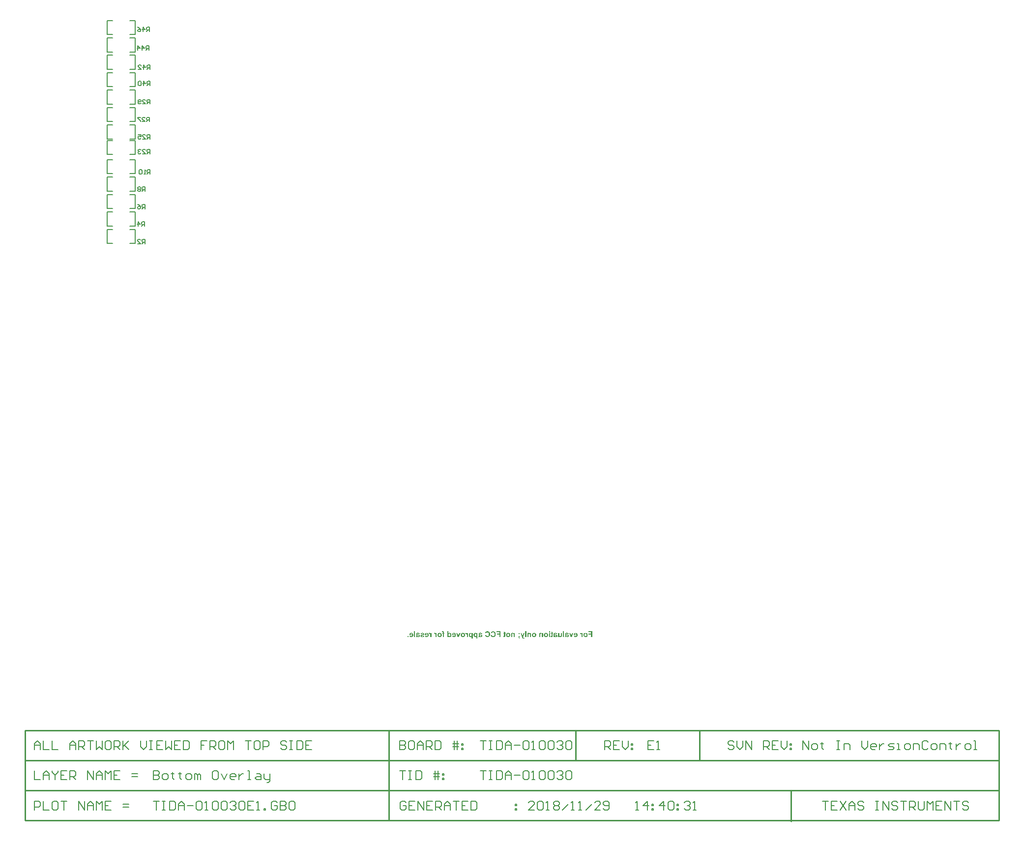
<source format=gbo>
G04 Layer_Color=9218505*
%FSAX25Y25*%
%MOIN*%
G70*
G01*
G75*
%ADD50C,0.01000*%
%ADD63C,0.00800*%
%ADD82C,0.00700*%
%ADD84C,0.00600*%
G36*
X0370595Y0167141D02*
X0370690Y0167125D01*
X0370782Y0167104D01*
X0370869Y0167071D01*
X0370948Y0167037D01*
X0371023Y0166996D01*
X0371094Y0166954D01*
X0371156Y0166908D01*
X0371215Y0166863D01*
X0371260Y0166821D01*
X0371306Y0166779D01*
X0371339Y0166746D01*
X0371369Y0166717D01*
X0371389Y0166692D01*
X0371402Y0166675D01*
X0371406Y0166671D01*
Y0167083D01*
X0372088D01*
Y0164300D01*
X0371352D01*
Y0165560D01*
Y0165644D01*
X0371348Y0165723D01*
Y0165793D01*
X0371343Y0165856D01*
X0371339Y0165914D01*
X0371335Y0165968D01*
X0371331Y0166014D01*
X0371323Y0166056D01*
X0371319Y0166089D01*
X0371314Y0166118D01*
X0371310Y0166143D01*
X0371306Y0166164D01*
X0371302Y0166180D01*
Y0166189D01*
X0371298Y0166197D01*
X0371273Y0166259D01*
X0371244Y0166313D01*
X0371210Y0166363D01*
X0371177Y0166401D01*
X0371144Y0166434D01*
X0371119Y0166455D01*
X0371102Y0166472D01*
X0371094Y0166476D01*
X0371036Y0166513D01*
X0370973Y0166538D01*
X0370915Y0166559D01*
X0370865Y0166571D01*
X0370815Y0166580D01*
X0370782Y0166584D01*
X0370749D01*
X0370695Y0166580D01*
X0370649Y0166571D01*
X0370607Y0166559D01*
X0370570Y0166546D01*
X0370541Y0166534D01*
X0370516Y0166521D01*
X0370503Y0166513D01*
X0370499Y0166509D01*
X0370462Y0166480D01*
X0370428Y0166447D01*
X0370403Y0166409D01*
X0370383Y0166376D01*
X0370366Y0166347D01*
X0370353Y0166322D01*
X0370345Y0166305D01*
Y0166301D01*
X0370337Y0166272D01*
X0370328Y0166239D01*
X0370320Y0166201D01*
X0370316Y0166155D01*
X0370308Y0166060D01*
X0370299Y0165960D01*
Y0165868D01*
X0370295Y0165827D01*
Y0165793D01*
Y0165760D01*
Y0165739D01*
Y0165723D01*
Y0165719D01*
Y0164300D01*
X0369559D01*
Y0166026D01*
Y0166143D01*
X0369567Y0166243D01*
X0369571Y0166326D01*
X0369580Y0166397D01*
X0369588Y0166451D01*
X0369592Y0166488D01*
X0369601Y0166513D01*
Y0166521D01*
X0369617Y0166584D01*
X0369642Y0166642D01*
X0369663Y0166696D01*
X0369688Y0166742D01*
X0369713Y0166779D01*
X0369729Y0166804D01*
X0369742Y0166825D01*
X0369746Y0166829D01*
X0369788Y0166879D01*
X0369838Y0166921D01*
X0369887Y0166962D01*
X0369937Y0166991D01*
X0369979Y0167021D01*
X0370017Y0167037D01*
X0370041Y0167050D01*
X0370046Y0167054D01*
X0370050D01*
X0370125Y0167083D01*
X0370204Y0167108D01*
X0370279Y0167125D01*
X0370345Y0167133D01*
X0370408Y0167141D01*
X0370453Y0167145D01*
X0370495D01*
X0370595Y0167141D01*
D02*
G37*
G36*
X0379826Y0164300D02*
X0379089D01*
Y0168140D01*
X0379826D01*
Y0164300D01*
D02*
G37*
G36*
X0381615Y0167141D02*
X0381710Y0167125D01*
X0381802Y0167104D01*
X0381889Y0167071D01*
X0381968Y0167037D01*
X0382043Y0166996D01*
X0382114Y0166954D01*
X0382176Y0166908D01*
X0382234Y0166863D01*
X0382280Y0166821D01*
X0382326Y0166779D01*
X0382359Y0166746D01*
X0382388Y0166717D01*
X0382409Y0166692D01*
X0382422Y0166675D01*
X0382426Y0166671D01*
Y0167083D01*
X0383108D01*
Y0164300D01*
X0382372D01*
Y0165560D01*
Y0165644D01*
X0382367Y0165723D01*
Y0165793D01*
X0382363Y0165856D01*
X0382359Y0165914D01*
X0382355Y0165968D01*
X0382351Y0166014D01*
X0382343Y0166056D01*
X0382338Y0166089D01*
X0382334Y0166118D01*
X0382330Y0166143D01*
X0382326Y0166164D01*
X0382322Y0166180D01*
Y0166189D01*
X0382318Y0166197D01*
X0382293Y0166259D01*
X0382263Y0166313D01*
X0382230Y0166363D01*
X0382197Y0166401D01*
X0382164Y0166434D01*
X0382139Y0166455D01*
X0382122Y0166472D01*
X0382114Y0166476D01*
X0382055Y0166513D01*
X0381993Y0166538D01*
X0381935Y0166559D01*
X0381885Y0166571D01*
X0381835Y0166580D01*
X0381802Y0166584D01*
X0381768D01*
X0381714Y0166580D01*
X0381669Y0166571D01*
X0381627Y0166559D01*
X0381590Y0166546D01*
X0381560Y0166534D01*
X0381536Y0166521D01*
X0381523Y0166513D01*
X0381519Y0166509D01*
X0381481Y0166480D01*
X0381448Y0166447D01*
X0381423Y0166409D01*
X0381402Y0166376D01*
X0381386Y0166347D01*
X0381373Y0166322D01*
X0381365Y0166305D01*
Y0166301D01*
X0381357Y0166272D01*
X0381348Y0166239D01*
X0381340Y0166201D01*
X0381336Y0166155D01*
X0381328Y0166060D01*
X0381319Y0165960D01*
Y0165868D01*
X0381315Y0165827D01*
Y0165793D01*
Y0165760D01*
Y0165739D01*
Y0165723D01*
Y0165719D01*
Y0164300D01*
X0380579D01*
Y0166026D01*
Y0166143D01*
X0380587Y0166243D01*
X0380591Y0166326D01*
X0380599Y0166397D01*
X0380608Y0166451D01*
X0380612Y0166488D01*
X0380620Y0166513D01*
Y0166521D01*
X0380637Y0166584D01*
X0380662Y0166642D01*
X0380683Y0166696D01*
X0380708Y0166742D01*
X0380733Y0166779D01*
X0380749Y0166804D01*
X0380762Y0166825D01*
X0380766Y0166829D01*
X0380807Y0166879D01*
X0380857Y0166921D01*
X0380907Y0166962D01*
X0380957Y0166991D01*
X0380999Y0167021D01*
X0381036Y0167037D01*
X0381061Y0167050D01*
X0381065Y0167054D01*
X0381070D01*
X0381144Y0167083D01*
X0381224Y0167108D01*
X0381298Y0167125D01*
X0381365Y0167133D01*
X0381427Y0167141D01*
X0381473Y0167145D01*
X0381515D01*
X0381615Y0167141D01*
D02*
G37*
G36*
X0362254Y0164300D02*
X0361480D01*
Y0165931D01*
X0359874D01*
Y0166580D01*
X0361480D01*
Y0167491D01*
X0359621D01*
Y0168140D01*
X0362254D01*
Y0164300D01*
D02*
G37*
G36*
X0317854Y0167141D02*
X0317913Y0167133D01*
X0317967Y0167116D01*
X0318017Y0167100D01*
X0318054Y0167083D01*
X0318083Y0167066D01*
X0318100Y0167058D01*
X0318108Y0167054D01*
X0318133Y0167037D01*
X0318162Y0167012D01*
X0318216Y0166958D01*
X0318266Y0166900D01*
X0318316Y0166838D01*
X0318358Y0166779D01*
X0318391Y0166729D01*
X0318403Y0166709D01*
X0318412Y0166696D01*
X0318416Y0166688D01*
X0318420Y0166684D01*
Y0167083D01*
X0319102D01*
Y0164300D01*
X0318366D01*
Y0165157D01*
Y0165286D01*
X0318362Y0165402D01*
Y0165506D01*
X0318358Y0165602D01*
X0318353Y0165689D01*
X0318349Y0165764D01*
X0318341Y0165831D01*
X0318337Y0165889D01*
X0318333Y0165939D01*
X0318324Y0165981D01*
X0318320Y0166018D01*
X0318316Y0166043D01*
X0318312Y0166064D01*
Y0166076D01*
X0318308Y0166085D01*
Y0166089D01*
X0318283Y0166168D01*
X0318254Y0166230D01*
X0318225Y0166284D01*
X0318199Y0166326D01*
X0318175Y0166359D01*
X0318154Y0166380D01*
X0318141Y0166393D01*
X0318137Y0166397D01*
X0318095Y0166426D01*
X0318050Y0166447D01*
X0318008Y0166463D01*
X0317967Y0166472D01*
X0317929Y0166480D01*
X0317900Y0166484D01*
X0317875D01*
X0317813Y0166480D01*
X0317754Y0166467D01*
X0317696Y0166447D01*
X0317642Y0166426D01*
X0317596Y0166401D01*
X0317563Y0166384D01*
X0317538Y0166367D01*
X0317530Y0166363D01*
X0317301Y0167004D01*
X0317388Y0167050D01*
X0317476Y0167087D01*
X0317559Y0167112D01*
X0317634Y0167129D01*
X0317696Y0167137D01*
X0317721Y0167141D01*
X0317746Y0167145D01*
X0317788D01*
X0317854Y0167141D01*
D02*
G37*
G36*
X0323295Y0168198D02*
X0323395Y0168185D01*
X0323483Y0168165D01*
X0323558Y0168148D01*
X0323616Y0168127D01*
X0323657Y0168106D01*
X0323674Y0168102D01*
X0323687Y0168094D01*
X0323691Y0168090D01*
X0323695D01*
X0323766Y0168048D01*
X0323824Y0168002D01*
X0323870Y0167953D01*
X0323907Y0167911D01*
X0323936Y0167869D01*
X0323953Y0167840D01*
X0323965Y0167819D01*
X0323969Y0167811D01*
X0323982Y0167778D01*
X0323994Y0167740D01*
X0324011Y0167657D01*
X0324028Y0167570D01*
X0324036Y0167487D01*
X0324040Y0167412D01*
Y0167378D01*
X0324044Y0167349D01*
Y0167324D01*
Y0167308D01*
Y0167295D01*
Y0167291D01*
Y0167083D01*
X0324452D01*
Y0166505D01*
X0324044D01*
Y0164300D01*
X0323308D01*
Y0166505D01*
X0322759D01*
Y0167083D01*
X0323308D01*
Y0167279D01*
X0323304Y0167353D01*
X0323295Y0167412D01*
X0323287Y0167462D01*
X0323275Y0167503D01*
X0323262Y0167532D01*
X0323250Y0167549D01*
X0323246Y0167561D01*
X0323241Y0167566D01*
X0323212Y0167591D01*
X0323175Y0167607D01*
X0323137Y0167624D01*
X0323100Y0167632D01*
X0323063Y0167636D01*
X0323033Y0167640D01*
X0322946D01*
X0322884Y0167632D01*
X0322825Y0167628D01*
X0322771Y0167620D01*
X0322730Y0167611D01*
X0322692Y0167603D01*
X0322672Y0167599D01*
X0322663Y0167595D01*
X0322568Y0168106D01*
X0322680Y0168140D01*
X0322792Y0168160D01*
X0322896Y0168177D01*
X0322992Y0168190D01*
X0323033Y0168194D01*
X0323071Y0168198D01*
X0323104D01*
X0323133Y0168202D01*
X0323187D01*
X0323295Y0168198D01*
D02*
G37*
G36*
X0339004Y0167141D02*
X0339062Y0167133D01*
X0339116Y0167116D01*
X0339166Y0167100D01*
X0339203Y0167083D01*
X0339232Y0167066D01*
X0339249Y0167058D01*
X0339257Y0167054D01*
X0339282Y0167037D01*
X0339312Y0167012D01*
X0339366Y0166958D01*
X0339416Y0166900D01*
X0339465Y0166838D01*
X0339507Y0166779D01*
X0339540Y0166729D01*
X0339553Y0166709D01*
X0339561Y0166696D01*
X0339565Y0166688D01*
X0339569Y0166684D01*
Y0167083D01*
X0340252D01*
Y0164300D01*
X0339515D01*
Y0165157D01*
Y0165286D01*
X0339511Y0165402D01*
Y0165506D01*
X0339507Y0165602D01*
X0339503Y0165689D01*
X0339499Y0165764D01*
X0339490Y0165831D01*
X0339486Y0165889D01*
X0339482Y0165939D01*
X0339474Y0165981D01*
X0339470Y0166018D01*
X0339465Y0166043D01*
X0339461Y0166064D01*
Y0166076D01*
X0339457Y0166085D01*
Y0166089D01*
X0339432Y0166168D01*
X0339403Y0166230D01*
X0339374Y0166284D01*
X0339349Y0166326D01*
X0339324Y0166359D01*
X0339303Y0166380D01*
X0339291Y0166393D01*
X0339287Y0166397D01*
X0339245Y0166426D01*
X0339199Y0166447D01*
X0339158Y0166463D01*
X0339116Y0166472D01*
X0339079Y0166480D01*
X0339049Y0166484D01*
X0339024D01*
X0338962Y0166480D01*
X0338904Y0166467D01*
X0338846Y0166447D01*
X0338791Y0166426D01*
X0338746Y0166401D01*
X0338713Y0166384D01*
X0338687Y0166367D01*
X0338679Y0166363D01*
X0338450Y0167004D01*
X0338538Y0167050D01*
X0338625Y0167087D01*
X0338708Y0167112D01*
X0338783Y0167129D01*
X0338846Y0167137D01*
X0338871Y0167141D01*
X0338896Y0167145D01*
X0338937D01*
X0339004Y0167141D01*
D02*
G37*
G36*
X0424500Y0164300D02*
X0423726D01*
Y0165931D01*
X0422121D01*
Y0166580D01*
X0423726D01*
Y0167491D01*
X0421867D01*
Y0168140D01*
X0424500D01*
Y0164300D01*
D02*
G37*
G36*
X0302009Y0167141D02*
X0302109Y0167129D01*
X0302200Y0167108D01*
X0302283Y0167083D01*
X0302367Y0167054D01*
X0302441Y0167021D01*
X0302512Y0166983D01*
X0302575Y0166950D01*
X0302629Y0166912D01*
X0302679Y0166875D01*
X0302724Y0166842D01*
X0302758Y0166813D01*
X0302787Y0166788D01*
X0302807Y0166767D01*
X0302820Y0166754D01*
X0302824Y0166750D01*
X0302887Y0166675D01*
X0302941Y0166592D01*
X0302991Y0166505D01*
X0303032Y0166417D01*
X0303065Y0166326D01*
X0303095Y0166234D01*
X0303119Y0166147D01*
X0303136Y0166064D01*
X0303153Y0165981D01*
X0303161Y0165910D01*
X0303169Y0165839D01*
X0303178Y0165781D01*
Y0165735D01*
X0303182Y0165698D01*
Y0165677D01*
Y0165669D01*
X0303178Y0165565D01*
X0303169Y0165461D01*
X0303157Y0165365D01*
X0303140Y0165273D01*
X0303119Y0165190D01*
X0303095Y0165111D01*
X0303070Y0165036D01*
X0303045Y0164970D01*
X0303020Y0164911D01*
X0302995Y0164857D01*
X0302970Y0164816D01*
X0302949Y0164778D01*
X0302932Y0164745D01*
X0302920Y0164724D01*
X0302911Y0164712D01*
X0302907Y0164708D01*
X0302837Y0164625D01*
X0302762Y0164554D01*
X0302679Y0164491D01*
X0302595Y0164437D01*
X0302504Y0164392D01*
X0302416Y0164354D01*
X0302329Y0164321D01*
X0302242Y0164296D01*
X0302159Y0164275D01*
X0302084Y0164263D01*
X0302013Y0164250D01*
X0301955Y0164246D01*
X0301905Y0164242D01*
X0301867Y0164238D01*
X0301834D01*
X0301751Y0164242D01*
X0301672Y0164246D01*
X0301593Y0164258D01*
X0301522Y0164271D01*
X0301455Y0164287D01*
X0301393Y0164304D01*
X0301335Y0164321D01*
X0301281Y0164342D01*
X0301235Y0164362D01*
X0301193Y0164379D01*
X0301156Y0164396D01*
X0301127Y0164412D01*
X0301102Y0164425D01*
X0301085Y0164437D01*
X0301077Y0164441D01*
X0301073Y0164446D01*
X0301019Y0164487D01*
X0300965Y0164533D01*
X0300873Y0164633D01*
X0300794Y0164733D01*
X0300732Y0164832D01*
X0300707Y0164878D01*
X0300686Y0164924D01*
X0300665Y0164961D01*
X0300648Y0164995D01*
X0300640Y0165024D01*
X0300632Y0165045D01*
X0300623Y0165057D01*
Y0165061D01*
X0301356Y0165186D01*
X0301381Y0165111D01*
X0301410Y0165049D01*
X0301439Y0164995D01*
X0301472Y0164953D01*
X0301497Y0164920D01*
X0301518Y0164895D01*
X0301535Y0164882D01*
X0301539Y0164878D01*
X0301585Y0164849D01*
X0301634Y0164824D01*
X0301680Y0164807D01*
X0301726Y0164799D01*
X0301767Y0164791D01*
X0301797Y0164787D01*
X0301826D01*
X0301871Y0164791D01*
X0301917Y0164795D01*
X0302000Y0164816D01*
X0302075Y0164845D01*
X0302138Y0164878D01*
X0302188Y0164907D01*
X0302225Y0164936D01*
X0302246Y0164957D01*
X0302250Y0164966D01*
X0302254D01*
X0302312Y0165041D01*
X0302354Y0165124D01*
X0302383Y0165211D01*
X0302404Y0165294D01*
X0302416Y0165365D01*
X0302421Y0165398D01*
X0302425Y0165427D01*
X0302429Y0165448D01*
Y0165469D01*
Y0165477D01*
Y0165481D01*
X0300586D01*
Y0165635D01*
X0300599Y0165777D01*
X0300615Y0165910D01*
X0300636Y0166035D01*
X0300661Y0166147D01*
X0300690Y0166247D01*
X0300719Y0166343D01*
X0300752Y0166426D01*
X0300786Y0166497D01*
X0300819Y0166559D01*
X0300848Y0166613D01*
X0300877Y0166659D01*
X0300898Y0166692D01*
X0300915Y0166713D01*
X0300927Y0166729D01*
X0300931Y0166734D01*
X0301002Y0166804D01*
X0301077Y0166871D01*
X0301156Y0166925D01*
X0301235Y0166971D01*
X0301318Y0167012D01*
X0301397Y0167046D01*
X0301476Y0167071D01*
X0301555Y0167095D01*
X0301626Y0167112D01*
X0301693Y0167125D01*
X0301755Y0167133D01*
X0301805Y0167137D01*
X0301851Y0167141D01*
X0301880Y0167145D01*
X0301909D01*
X0302009Y0167141D01*
D02*
G37*
G36*
X0312446D02*
X0312546Y0167129D01*
X0312638Y0167108D01*
X0312721Y0167083D01*
X0312804Y0167054D01*
X0312879Y0167021D01*
X0312950Y0166983D01*
X0313012Y0166950D01*
X0313066Y0166912D01*
X0313116Y0166875D01*
X0313162Y0166842D01*
X0313195Y0166813D01*
X0313224Y0166788D01*
X0313245Y0166767D01*
X0313257Y0166754D01*
X0313262Y0166750D01*
X0313324Y0166675D01*
X0313378Y0166592D01*
X0313428Y0166505D01*
X0313470Y0166417D01*
X0313503Y0166326D01*
X0313532Y0166234D01*
X0313557Y0166147D01*
X0313574Y0166064D01*
X0313590Y0165981D01*
X0313599Y0165910D01*
X0313607Y0165839D01*
X0313615Y0165781D01*
Y0165735D01*
X0313619Y0165698D01*
Y0165677D01*
Y0165669D01*
X0313615Y0165565D01*
X0313607Y0165461D01*
X0313594Y0165365D01*
X0313578Y0165273D01*
X0313557Y0165190D01*
X0313532Y0165111D01*
X0313507Y0165036D01*
X0313482Y0164970D01*
X0313457Y0164911D01*
X0313432Y0164857D01*
X0313407Y0164816D01*
X0313386Y0164778D01*
X0313370Y0164745D01*
X0313357Y0164724D01*
X0313349Y0164712D01*
X0313345Y0164708D01*
X0313274Y0164625D01*
X0313199Y0164554D01*
X0313116Y0164491D01*
X0313033Y0164437D01*
X0312941Y0164392D01*
X0312854Y0164354D01*
X0312767Y0164321D01*
X0312679Y0164296D01*
X0312596Y0164275D01*
X0312521Y0164263D01*
X0312450Y0164250D01*
X0312392Y0164246D01*
X0312342Y0164242D01*
X0312305Y0164238D01*
X0312271D01*
X0312188Y0164242D01*
X0312109Y0164246D01*
X0312030Y0164258D01*
X0311960Y0164271D01*
X0311893Y0164287D01*
X0311831Y0164304D01*
X0311772Y0164321D01*
X0311718Y0164342D01*
X0311672Y0164362D01*
X0311631Y0164379D01*
X0311593Y0164396D01*
X0311564Y0164412D01*
X0311539Y0164425D01*
X0311523Y0164437D01*
X0311514Y0164441D01*
X0311510Y0164446D01*
X0311456Y0164487D01*
X0311402Y0164533D01*
X0311311Y0164633D01*
X0311231Y0164733D01*
X0311169Y0164832D01*
X0311144Y0164878D01*
X0311123Y0164924D01*
X0311103Y0164961D01*
X0311086Y0164995D01*
X0311078Y0165024D01*
X0311069Y0165045D01*
X0311061Y0165057D01*
Y0165061D01*
X0311793Y0165186D01*
X0311818Y0165111D01*
X0311847Y0165049D01*
X0311876Y0164995D01*
X0311910Y0164953D01*
X0311935Y0164920D01*
X0311955Y0164895D01*
X0311972Y0164882D01*
X0311976Y0164878D01*
X0312022Y0164849D01*
X0312072Y0164824D01*
X0312118Y0164807D01*
X0312163Y0164799D01*
X0312205Y0164791D01*
X0312234Y0164787D01*
X0312263D01*
X0312309Y0164791D01*
X0312355Y0164795D01*
X0312438Y0164816D01*
X0312513Y0164845D01*
X0312575Y0164878D01*
X0312625Y0164907D01*
X0312663Y0164936D01*
X0312683Y0164957D01*
X0312687Y0164966D01*
X0312692D01*
X0312750Y0165041D01*
X0312791Y0165124D01*
X0312821Y0165211D01*
X0312841Y0165294D01*
X0312854Y0165365D01*
X0312858Y0165398D01*
X0312862Y0165427D01*
X0312866Y0165448D01*
Y0165469D01*
Y0165477D01*
Y0165481D01*
X0311023D01*
Y0165635D01*
X0311036Y0165777D01*
X0311053Y0165910D01*
X0311073Y0166035D01*
X0311098Y0166147D01*
X0311127Y0166247D01*
X0311157Y0166343D01*
X0311190Y0166426D01*
X0311223Y0166497D01*
X0311257Y0166559D01*
X0311286Y0166613D01*
X0311315Y0166659D01*
X0311335Y0166692D01*
X0311352Y0166713D01*
X0311365Y0166729D01*
X0311369Y0166734D01*
X0311439Y0166804D01*
X0311514Y0166871D01*
X0311593Y0166925D01*
X0311672Y0166971D01*
X0311756Y0167012D01*
X0311835Y0167046D01*
X0311914Y0167071D01*
X0311993Y0167095D01*
X0312064Y0167112D01*
X0312130Y0167125D01*
X0312193Y0167133D01*
X0312242Y0167137D01*
X0312288Y0167141D01*
X0312317Y0167145D01*
X0312346D01*
X0312446Y0167141D01*
D02*
G37*
G36*
X0416742D02*
X0416800Y0167133D01*
X0416854Y0167116D01*
X0416904Y0167100D01*
X0416941Y0167083D01*
X0416970Y0167066D01*
X0416987Y0167058D01*
X0416995Y0167054D01*
X0417020Y0167037D01*
X0417049Y0167012D01*
X0417103Y0166958D01*
X0417153Y0166900D01*
X0417203Y0166838D01*
X0417245Y0166779D01*
X0417278Y0166729D01*
X0417291Y0166709D01*
X0417299Y0166696D01*
X0417303Y0166688D01*
X0417307Y0166684D01*
Y0167083D01*
X0417990D01*
Y0164300D01*
X0417253D01*
Y0165157D01*
Y0165286D01*
X0417249Y0165402D01*
Y0165506D01*
X0417245Y0165602D01*
X0417241Y0165689D01*
X0417237Y0165764D01*
X0417228Y0165831D01*
X0417224Y0165889D01*
X0417220Y0165939D01*
X0417212Y0165981D01*
X0417207Y0166018D01*
X0417203Y0166043D01*
X0417199Y0166064D01*
Y0166076D01*
X0417195Y0166085D01*
Y0166089D01*
X0417170Y0166168D01*
X0417141Y0166230D01*
X0417112Y0166284D01*
X0417087Y0166326D01*
X0417062Y0166359D01*
X0417041Y0166380D01*
X0417029Y0166393D01*
X0417025Y0166397D01*
X0416983Y0166426D01*
X0416937Y0166447D01*
X0416895Y0166463D01*
X0416854Y0166472D01*
X0416817Y0166480D01*
X0416787Y0166484D01*
X0416762D01*
X0416700Y0166480D01*
X0416642Y0166467D01*
X0416583Y0166447D01*
X0416529Y0166426D01*
X0416484Y0166401D01*
X0416450Y0166384D01*
X0416425Y0166367D01*
X0416417Y0166363D01*
X0416188Y0167004D01*
X0416276Y0167050D01*
X0416363Y0167087D01*
X0416446Y0167112D01*
X0416521Y0167129D01*
X0416583Y0167137D01*
X0416608Y0167141D01*
X0416633Y0167145D01*
X0416675D01*
X0416742Y0167141D01*
D02*
G37*
G36*
X0389652D02*
X0389747Y0167125D01*
X0389839Y0167104D01*
X0389926Y0167071D01*
X0390005Y0167037D01*
X0390080Y0166996D01*
X0390151Y0166954D01*
X0390213Y0166908D01*
X0390271Y0166863D01*
X0390317Y0166821D01*
X0390363Y0166779D01*
X0390396Y0166746D01*
X0390425Y0166717D01*
X0390446Y0166692D01*
X0390459Y0166675D01*
X0390463Y0166671D01*
Y0167083D01*
X0391145D01*
Y0164300D01*
X0390409D01*
Y0165560D01*
Y0165644D01*
X0390405Y0165723D01*
Y0165793D01*
X0390401Y0165856D01*
X0390396Y0165914D01*
X0390392Y0165968D01*
X0390388Y0166014D01*
X0390380Y0166056D01*
X0390375Y0166089D01*
X0390371Y0166118D01*
X0390367Y0166143D01*
X0390363Y0166164D01*
X0390359Y0166180D01*
Y0166189D01*
X0390355Y0166197D01*
X0390330Y0166259D01*
X0390301Y0166313D01*
X0390267Y0166363D01*
X0390234Y0166401D01*
X0390201Y0166434D01*
X0390176Y0166455D01*
X0390159Y0166472D01*
X0390151Y0166476D01*
X0390093Y0166513D01*
X0390030Y0166538D01*
X0389972Y0166559D01*
X0389922Y0166571D01*
X0389872Y0166580D01*
X0389839Y0166584D01*
X0389806D01*
X0389752Y0166580D01*
X0389706Y0166571D01*
X0389664Y0166559D01*
X0389627Y0166546D01*
X0389598Y0166534D01*
X0389573Y0166521D01*
X0389560Y0166513D01*
X0389556Y0166509D01*
X0389519Y0166480D01*
X0389485Y0166447D01*
X0389460Y0166409D01*
X0389440Y0166376D01*
X0389423Y0166347D01*
X0389410Y0166322D01*
X0389402Y0166305D01*
Y0166301D01*
X0389394Y0166272D01*
X0389385Y0166239D01*
X0389377Y0166201D01*
X0389373Y0166155D01*
X0389365Y0166060D01*
X0389356Y0165960D01*
Y0165868D01*
X0389352Y0165827D01*
Y0165793D01*
Y0165760D01*
Y0165739D01*
Y0165723D01*
Y0165719D01*
Y0164300D01*
X0388616D01*
Y0166026D01*
Y0166143D01*
X0388624Y0166243D01*
X0388628Y0166326D01*
X0388637Y0166397D01*
X0388645Y0166451D01*
X0388649Y0166488D01*
X0388657Y0166513D01*
Y0166521D01*
X0388674Y0166584D01*
X0388699Y0166642D01*
X0388720Y0166696D01*
X0388745Y0166742D01*
X0388770Y0166779D01*
X0388786Y0166804D01*
X0388799Y0166825D01*
X0388803Y0166829D01*
X0388845Y0166879D01*
X0388895Y0166921D01*
X0388945Y0166962D01*
X0388994Y0166991D01*
X0389036Y0167021D01*
X0389073Y0167037D01*
X0389098Y0167050D01*
X0389103Y0167054D01*
X0389107D01*
X0389182Y0167083D01*
X0389261Y0167108D01*
X0389335Y0167125D01*
X0389402Y0167133D01*
X0389464Y0167141D01*
X0389510Y0167145D01*
X0389552D01*
X0389652Y0167141D01*
D02*
G37*
G36*
X0395900Y0164300D02*
X0395164D01*
Y0167083D01*
X0395900D01*
Y0164300D01*
D02*
G37*
G36*
X0405431D02*
X0404694D01*
Y0168140D01*
X0405431D01*
Y0164300D01*
D02*
G37*
G36*
X0321236Y0167137D02*
X0321374Y0167116D01*
X0321498Y0167087D01*
X0321557Y0167071D01*
X0321611Y0167054D01*
X0321656Y0167037D01*
X0321698Y0167021D01*
X0321736Y0167004D01*
X0321769Y0166991D01*
X0321794Y0166979D01*
X0321810Y0166971D01*
X0321823Y0166967D01*
X0321827Y0166962D01*
X0321943Y0166887D01*
X0322043Y0166804D01*
X0322131Y0166717D01*
X0322206Y0166634D01*
X0322260Y0166559D01*
X0322285Y0166526D01*
X0322301Y0166497D01*
X0322314Y0166472D01*
X0322326Y0166455D01*
X0322330Y0166442D01*
X0322335Y0166438D01*
X0322368Y0166376D01*
X0322393Y0166309D01*
X0322439Y0166184D01*
X0322468Y0166064D01*
X0322493Y0165956D01*
X0322497Y0165906D01*
X0322505Y0165864D01*
X0322509Y0165823D01*
Y0165789D01*
X0322513Y0165764D01*
Y0165744D01*
Y0165731D01*
Y0165727D01*
X0322509Y0165639D01*
X0322505Y0165556D01*
X0322497Y0165473D01*
X0322484Y0165398D01*
X0322472Y0165328D01*
X0322455Y0165261D01*
X0322439Y0165199D01*
X0322422Y0165140D01*
X0322405Y0165090D01*
X0322393Y0165045D01*
X0322376Y0165007D01*
X0322364Y0164974D01*
X0322351Y0164949D01*
X0322343Y0164932D01*
X0322335Y0164920D01*
Y0164916D01*
X0322260Y0164799D01*
X0322177Y0164695D01*
X0322089Y0164608D01*
X0322006Y0164537D01*
X0321927Y0164483D01*
X0321898Y0164458D01*
X0321869Y0164441D01*
X0321844Y0164425D01*
X0321827Y0164417D01*
X0321815Y0164412D01*
X0321810Y0164408D01*
X0321681Y0164350D01*
X0321552Y0164308D01*
X0321428Y0164279D01*
X0321315Y0164258D01*
X0321265Y0164250D01*
X0321220Y0164246D01*
X0321182Y0164242D01*
X0321149D01*
X0321120Y0164238D01*
X0321082D01*
X0320970Y0164242D01*
X0320862Y0164254D01*
X0320758Y0164275D01*
X0320662Y0164304D01*
X0320571Y0164333D01*
X0320487Y0164367D01*
X0320409Y0164404D01*
X0320338Y0164446D01*
X0320275Y0164483D01*
X0320221Y0164521D01*
X0320171Y0164554D01*
X0320134Y0164587D01*
X0320101Y0164612D01*
X0320076Y0164633D01*
X0320063Y0164645D01*
X0320059Y0164649D01*
X0319988Y0164728D01*
X0319926Y0164816D01*
X0319872Y0164899D01*
X0319822Y0164991D01*
X0319784Y0165078D01*
X0319751Y0165165D01*
X0319722Y0165249D01*
X0319701Y0165332D01*
X0319685Y0165407D01*
X0319672Y0165477D01*
X0319664Y0165540D01*
X0319655Y0165594D01*
Y0165635D01*
X0319651Y0165669D01*
Y0165689D01*
Y0165698D01*
X0319655Y0165814D01*
X0319668Y0165922D01*
X0319689Y0166026D01*
X0319714Y0166122D01*
X0319743Y0166214D01*
X0319780Y0166301D01*
X0319814Y0166380D01*
X0319851Y0166451D01*
X0319893Y0166513D01*
X0319926Y0166571D01*
X0319959Y0166617D01*
X0319992Y0166659D01*
X0320017Y0166692D01*
X0320038Y0166713D01*
X0320051Y0166729D01*
X0320055Y0166734D01*
X0320134Y0166804D01*
X0320213Y0166871D01*
X0320300Y0166925D01*
X0320388Y0166971D01*
X0320471Y0167012D01*
X0320558Y0167046D01*
X0320641Y0167071D01*
X0320721Y0167095D01*
X0320795Y0167112D01*
X0320866Y0167125D01*
X0320929Y0167133D01*
X0320983Y0167137D01*
X0321024Y0167141D01*
X0321057Y0167145D01*
X0321161D01*
X0321236Y0167137D01*
D02*
G37*
G36*
X0327081Y0166754D02*
X0327148Y0166825D01*
X0327214Y0166883D01*
X0327281Y0166937D01*
X0327351Y0166979D01*
X0327418Y0167016D01*
X0327485Y0167050D01*
X0327551Y0167075D01*
X0327614Y0167095D01*
X0327672Y0167112D01*
X0327722Y0167125D01*
X0327767Y0167133D01*
X0327809Y0167141D01*
X0327842D01*
X0327867Y0167145D01*
X0327888D01*
X0327980Y0167141D01*
X0328071Y0167129D01*
X0328154Y0167112D01*
X0328233Y0167087D01*
X0328308Y0167058D01*
X0328375Y0167029D01*
X0328441Y0166996D01*
X0328500Y0166962D01*
X0328550Y0166925D01*
X0328595Y0166892D01*
X0328637Y0166863D01*
X0328670Y0166833D01*
X0328695Y0166808D01*
X0328712Y0166792D01*
X0328724Y0166779D01*
X0328729Y0166775D01*
X0328787Y0166704D01*
X0328837Y0166625D01*
X0328882Y0166542D01*
X0328920Y0166455D01*
X0328949Y0166363D01*
X0328978Y0166276D01*
X0328999Y0166189D01*
X0329015Y0166101D01*
X0329028Y0166022D01*
X0329041Y0165943D01*
X0329049Y0165877D01*
X0329053Y0165818D01*
Y0165769D01*
X0329057Y0165735D01*
Y0165710D01*
Y0165702D01*
X0329053Y0165577D01*
X0329041Y0165456D01*
X0329024Y0165344D01*
X0329003Y0165240D01*
X0328978Y0165145D01*
X0328949Y0165053D01*
X0328920Y0164974D01*
X0328887Y0164899D01*
X0328853Y0164837D01*
X0328824Y0164778D01*
X0328795Y0164733D01*
X0328770Y0164691D01*
X0328749Y0164662D01*
X0328729Y0164637D01*
X0328720Y0164625D01*
X0328716Y0164620D01*
X0328649Y0164554D01*
X0328583Y0164496D01*
X0328512Y0164441D01*
X0328446Y0164400D01*
X0328375Y0164362D01*
X0328308Y0164329D01*
X0328242Y0164304D01*
X0328179Y0164287D01*
X0328121Y0164271D01*
X0328067Y0164258D01*
X0328017Y0164250D01*
X0327976Y0164242D01*
X0327942D01*
X0327917Y0164238D01*
X0327896D01*
X0327809Y0164242D01*
X0327726Y0164254D01*
X0327647Y0164275D01*
X0327576Y0164296D01*
X0327518Y0164313D01*
X0327472Y0164333D01*
X0327455Y0164342D01*
X0327439Y0164346D01*
X0327435Y0164350D01*
X0327431D01*
X0327347Y0164400D01*
X0327268Y0164454D01*
X0327202Y0164516D01*
X0327139Y0164575D01*
X0327094Y0164625D01*
X0327056Y0164670D01*
X0327044Y0164683D01*
X0327035Y0164695D01*
X0327027Y0164704D01*
Y0164300D01*
X0326345D01*
Y0168140D01*
X0327081D01*
Y0166754D01*
D02*
G37*
G36*
X0337023Y0167137D02*
X0337161Y0167116D01*
X0337286Y0167087D01*
X0337344Y0167071D01*
X0337398Y0167054D01*
X0337444Y0167037D01*
X0337485Y0167021D01*
X0337523Y0167004D01*
X0337556Y0166991D01*
X0337581Y0166979D01*
X0337598Y0166971D01*
X0337610Y0166967D01*
X0337614Y0166962D01*
X0337731Y0166887D01*
X0337831Y0166804D01*
X0337918Y0166717D01*
X0337993Y0166634D01*
X0338047Y0166559D01*
X0338072Y0166526D01*
X0338088Y0166497D01*
X0338101Y0166472D01*
X0338113Y0166455D01*
X0338118Y0166442D01*
X0338122Y0166438D01*
X0338155Y0166376D01*
X0338180Y0166309D01*
X0338226Y0166184D01*
X0338255Y0166064D01*
X0338280Y0165956D01*
X0338284Y0165906D01*
X0338292Y0165864D01*
X0338297Y0165823D01*
Y0165789D01*
X0338301Y0165764D01*
Y0165744D01*
Y0165731D01*
Y0165727D01*
X0338297Y0165639D01*
X0338292Y0165556D01*
X0338284Y0165473D01*
X0338271Y0165398D01*
X0338259Y0165328D01*
X0338242Y0165261D01*
X0338226Y0165199D01*
X0338209Y0165140D01*
X0338193Y0165090D01*
X0338180Y0165045D01*
X0338163Y0165007D01*
X0338151Y0164974D01*
X0338138Y0164949D01*
X0338130Y0164932D01*
X0338122Y0164920D01*
Y0164916D01*
X0338047Y0164799D01*
X0337964Y0164695D01*
X0337876Y0164608D01*
X0337793Y0164537D01*
X0337714Y0164483D01*
X0337685Y0164458D01*
X0337656Y0164441D01*
X0337631Y0164425D01*
X0337614Y0164417D01*
X0337602Y0164412D01*
X0337598Y0164408D01*
X0337469Y0164350D01*
X0337340Y0164308D01*
X0337215Y0164279D01*
X0337103Y0164258D01*
X0337053Y0164250D01*
X0337007Y0164246D01*
X0336969Y0164242D01*
X0336936D01*
X0336907Y0164238D01*
X0336870D01*
X0336757Y0164242D01*
X0336649Y0164254D01*
X0336545Y0164275D01*
X0336449Y0164304D01*
X0336358Y0164333D01*
X0336275Y0164367D01*
X0336196Y0164404D01*
X0336125Y0164446D01*
X0336063Y0164483D01*
X0336009Y0164521D01*
X0335959Y0164554D01*
X0335921Y0164587D01*
X0335888Y0164612D01*
X0335863Y0164633D01*
X0335850Y0164645D01*
X0335846Y0164649D01*
X0335775Y0164728D01*
X0335713Y0164816D01*
X0335659Y0164899D01*
X0335609Y0164991D01*
X0335572Y0165078D01*
X0335538Y0165165D01*
X0335509Y0165249D01*
X0335489Y0165332D01*
X0335472Y0165407D01*
X0335459Y0165477D01*
X0335451Y0165540D01*
X0335443Y0165594D01*
Y0165635D01*
X0335439Y0165669D01*
Y0165689D01*
Y0165698D01*
X0335443Y0165814D01*
X0335455Y0165922D01*
X0335476Y0166026D01*
X0335501Y0166122D01*
X0335530Y0166214D01*
X0335567Y0166301D01*
X0335601Y0166380D01*
X0335638Y0166451D01*
X0335680Y0166513D01*
X0335713Y0166571D01*
X0335746Y0166617D01*
X0335780Y0166659D01*
X0335805Y0166692D01*
X0335825Y0166713D01*
X0335838Y0166729D01*
X0335842Y0166734D01*
X0335921Y0166804D01*
X0336000Y0166871D01*
X0336087Y0166925D01*
X0336175Y0166971D01*
X0336258Y0167012D01*
X0336345Y0167046D01*
X0336429Y0167071D01*
X0336508Y0167095D01*
X0336583Y0167112D01*
X0336653Y0167125D01*
X0336716Y0167133D01*
X0336770Y0167137D01*
X0336811Y0167141D01*
X0336845Y0167145D01*
X0336949D01*
X0337023Y0167137D01*
D02*
G37*
G36*
X0309522Y0167141D02*
X0309622Y0167133D01*
X0309717Y0167121D01*
X0309805Y0167108D01*
X0309884Y0167087D01*
X0309954Y0167066D01*
X0310021Y0167046D01*
X0310079Y0167021D01*
X0310129Y0166996D01*
X0310175Y0166975D01*
X0310212Y0166954D01*
X0310241Y0166933D01*
X0310266Y0166921D01*
X0310283Y0166908D01*
X0310291Y0166900D01*
X0310296Y0166896D01*
X0310345Y0166850D01*
X0310387Y0166800D01*
X0310424Y0166750D01*
X0310458Y0166696D01*
X0310487Y0166646D01*
X0310508Y0166596D01*
X0310541Y0166501D01*
X0310553Y0166455D01*
X0310562Y0166417D01*
X0310570Y0166380D01*
X0310574Y0166351D01*
X0310578Y0166322D01*
Y0166305D01*
Y0166293D01*
Y0166288D01*
X0310574Y0166218D01*
X0310566Y0166147D01*
X0310549Y0166085D01*
X0310528Y0166022D01*
X0310504Y0165968D01*
X0310474Y0165914D01*
X0310445Y0165868D01*
X0310412Y0165827D01*
X0310383Y0165789D01*
X0310354Y0165756D01*
X0310325Y0165727D01*
X0310300Y0165706D01*
X0310279Y0165689D01*
X0310262Y0165677D01*
X0310254Y0165669D01*
X0310250Y0165665D01*
X0310200Y0165635D01*
X0310133Y0165602D01*
X0310058Y0165573D01*
X0309975Y0165540D01*
X0309884Y0165511D01*
X0309788Y0165481D01*
X0309601Y0165423D01*
X0309505Y0165398D01*
X0309418Y0165377D01*
X0309339Y0165357D01*
X0309268Y0165340D01*
X0309210Y0165328D01*
X0309164Y0165315D01*
X0309147Y0165311D01*
X0309135D01*
X0309131Y0165307D01*
X0309127D01*
X0309060Y0165290D01*
X0309006Y0165273D01*
X0308964Y0165257D01*
X0308931Y0165240D01*
X0308910Y0165228D01*
X0308894Y0165215D01*
X0308885Y0165211D01*
X0308881Y0165207D01*
X0308864Y0165186D01*
X0308848Y0165161D01*
X0308835Y0165120D01*
X0308831Y0165099D01*
X0308827Y0165082D01*
Y0165074D01*
Y0165070D01*
X0308831Y0165024D01*
X0308844Y0164986D01*
X0308860Y0164953D01*
X0308877Y0164924D01*
X0308894Y0164903D01*
X0308910Y0164887D01*
X0308923Y0164878D01*
X0308927Y0164874D01*
X0308985Y0164841D01*
X0309052Y0164816D01*
X0309122Y0164795D01*
X0309193Y0164783D01*
X0309256Y0164774D01*
X0309285D01*
X0309310Y0164770D01*
X0309355D01*
X0309447Y0164774D01*
X0309526Y0164787D01*
X0309597Y0164803D01*
X0309655Y0164824D01*
X0309701Y0164845D01*
X0309734Y0164862D01*
X0309751Y0164874D01*
X0309759Y0164878D01*
X0309809Y0164924D01*
X0309846Y0164974D01*
X0309879Y0165028D01*
X0309905Y0165082D01*
X0309925Y0165128D01*
X0309938Y0165169D01*
X0309942Y0165194D01*
X0309946Y0165199D01*
Y0165203D01*
X0310682Y0165090D01*
X0310662Y0165020D01*
X0310637Y0164949D01*
X0310608Y0164887D01*
X0310574Y0164828D01*
X0310537Y0164770D01*
X0310504Y0164720D01*
X0310466Y0164674D01*
X0310429Y0164629D01*
X0310395Y0164591D01*
X0310362Y0164558D01*
X0310333Y0164533D01*
X0310308Y0164508D01*
X0310283Y0164491D01*
X0310266Y0164479D01*
X0310258Y0164471D01*
X0310254Y0164466D01*
X0310187Y0164425D01*
X0310121Y0164392D01*
X0310046Y0164362D01*
X0309971Y0164333D01*
X0309821Y0164292D01*
X0309676Y0164267D01*
X0309609Y0164258D01*
X0309551Y0164250D01*
X0309493Y0164246D01*
X0309447Y0164242D01*
X0309405Y0164238D01*
X0309351D01*
X0309239Y0164242D01*
X0309131Y0164250D01*
X0309031Y0164263D01*
X0308939Y0164279D01*
X0308856Y0164300D01*
X0308777Y0164325D01*
X0308706Y0164350D01*
X0308644Y0164375D01*
X0308590Y0164400D01*
X0308540Y0164425D01*
X0308498Y0164450D01*
X0308465Y0164471D01*
X0308440Y0164487D01*
X0308423Y0164500D01*
X0308411Y0164508D01*
X0308407Y0164512D01*
X0308349Y0164566D01*
X0308303Y0164620D01*
X0308257Y0164674D01*
X0308220Y0164733D01*
X0308191Y0164787D01*
X0308166Y0164841D01*
X0308145Y0164895D01*
X0308128Y0164945D01*
X0308112Y0164991D01*
X0308103Y0165032D01*
X0308095Y0165074D01*
X0308091Y0165107D01*
X0308087Y0165132D01*
Y0165153D01*
Y0165165D01*
Y0165169D01*
X0308091Y0165232D01*
X0308095Y0165294D01*
X0308124Y0165402D01*
X0308161Y0165494D01*
X0308203Y0165573D01*
X0308224Y0165606D01*
X0308245Y0165635D01*
X0308265Y0165660D01*
X0308282Y0165677D01*
X0308299Y0165694D01*
X0308311Y0165706D01*
X0308315Y0165710D01*
X0308319Y0165714D01*
X0308365Y0165752D01*
X0308423Y0165785D01*
X0308482Y0165818D01*
X0308544Y0165848D01*
X0308681Y0165906D01*
X0308815Y0165952D01*
X0308881Y0165972D01*
X0308939Y0165989D01*
X0308998Y0166006D01*
X0309043Y0166018D01*
X0309085Y0166031D01*
X0309114Y0166039D01*
X0309131Y0166043D01*
X0309139D01*
X0309243Y0166068D01*
X0309339Y0166089D01*
X0309422Y0166114D01*
X0309493Y0166130D01*
X0309559Y0166151D01*
X0309613Y0166168D01*
X0309663Y0166184D01*
X0309701Y0166197D01*
X0309734Y0166209D01*
X0309763Y0166222D01*
X0309784Y0166230D01*
X0309801Y0166239D01*
X0309813Y0166243D01*
X0309821Y0166247D01*
X0309825Y0166251D01*
X0309850Y0166272D01*
X0309867Y0166297D01*
X0309879Y0166318D01*
X0309888Y0166338D01*
X0309892Y0166355D01*
X0309896Y0166372D01*
Y0166380D01*
Y0166384D01*
X0309892Y0166417D01*
X0309884Y0166447D01*
X0309871Y0166472D01*
X0309855Y0166492D01*
X0309838Y0166509D01*
X0309825Y0166526D01*
X0309817Y0166530D01*
X0309813Y0166534D01*
X0309759Y0166563D01*
X0309697Y0166584D01*
X0309626Y0166596D01*
X0309559Y0166609D01*
X0309497Y0166613D01*
X0309447Y0166617D01*
X0309401D01*
X0309322Y0166613D01*
X0309247Y0166605D01*
X0309189Y0166588D01*
X0309139Y0166576D01*
X0309097Y0166559D01*
X0309072Y0166542D01*
X0309052Y0166534D01*
X0309048Y0166530D01*
X0309006Y0166492D01*
X0308968Y0166455D01*
X0308939Y0166413D01*
X0308914Y0166372D01*
X0308898Y0166334D01*
X0308885Y0166305D01*
X0308877Y0166288D01*
Y0166280D01*
X0308182Y0166409D01*
X0308228Y0166538D01*
X0308257Y0166596D01*
X0308286Y0166646D01*
X0308319Y0166696D01*
X0308353Y0166742D01*
X0308386Y0166783D01*
X0308415Y0166821D01*
X0308449Y0166850D01*
X0308473Y0166879D01*
X0308503Y0166904D01*
X0308523Y0166925D01*
X0308544Y0166937D01*
X0308557Y0166950D01*
X0308565Y0166958D01*
X0308569D01*
X0308623Y0166991D01*
X0308686Y0167021D01*
X0308748Y0167046D01*
X0308819Y0167066D01*
X0308956Y0167100D01*
X0309093Y0167121D01*
X0309160Y0167129D01*
X0309218Y0167137D01*
X0309272Y0167141D01*
X0309322D01*
X0309360Y0167145D01*
X0309414D01*
X0309522Y0167141D01*
D02*
G37*
G36*
X0342065D02*
X0342161Y0167125D01*
X0342249Y0167104D01*
X0342323Y0167079D01*
X0342386Y0167054D01*
X0342411Y0167041D01*
X0342431Y0167033D01*
X0342448Y0167025D01*
X0342461Y0167016D01*
X0342469Y0167012D01*
X0342473D01*
X0342552Y0166962D01*
X0342623Y0166904D01*
X0342685Y0166846D01*
X0342735Y0166792D01*
X0342777Y0166746D01*
X0342806Y0166704D01*
X0342823Y0166680D01*
X0342831Y0166675D01*
Y0167083D01*
X0343517D01*
Y0163243D01*
X0342781D01*
Y0164641D01*
X0342706Y0164566D01*
X0342635Y0164500D01*
X0342569Y0164446D01*
X0342511Y0164404D01*
X0342461Y0164371D01*
X0342423Y0164346D01*
X0342398Y0164333D01*
X0342390Y0164329D01*
X0342319Y0164300D01*
X0342244Y0164275D01*
X0342174Y0164258D01*
X0342111Y0164250D01*
X0342053Y0164242D01*
X0342007Y0164238D01*
X0341970D01*
X0341878Y0164242D01*
X0341795Y0164254D01*
X0341712Y0164275D01*
X0341637Y0164296D01*
X0341562Y0164325D01*
X0341495Y0164358D01*
X0341429Y0164392D01*
X0341375Y0164429D01*
X0341321Y0164466D01*
X0341275Y0164500D01*
X0341238Y0164533D01*
X0341204Y0164562D01*
X0341175Y0164587D01*
X0341159Y0164604D01*
X0341146Y0164616D01*
X0341142Y0164620D01*
X0341084Y0164695D01*
X0341030Y0164778D01*
X0340984Y0164866D01*
X0340946Y0164953D01*
X0340913Y0165045D01*
X0340884Y0165132D01*
X0340863Y0165224D01*
X0340842Y0165307D01*
X0340830Y0165390D01*
X0340817Y0165465D01*
X0340809Y0165531D01*
X0340805Y0165590D01*
Y0165639D01*
X0340801Y0165677D01*
Y0165698D01*
Y0165706D01*
X0340805Y0165831D01*
X0340813Y0165947D01*
X0340834Y0166056D01*
X0340855Y0166155D01*
X0340880Y0166251D01*
X0340909Y0166338D01*
X0340938Y0166417D01*
X0340971Y0166488D01*
X0341005Y0166551D01*
X0341034Y0166609D01*
X0341063Y0166655D01*
X0341088Y0166692D01*
X0341109Y0166725D01*
X0341125Y0166746D01*
X0341138Y0166759D01*
X0341142Y0166763D01*
X0341209Y0166829D01*
X0341275Y0166887D01*
X0341342Y0166942D01*
X0341412Y0166983D01*
X0341483Y0167021D01*
X0341550Y0167054D01*
X0341616Y0167079D01*
X0341679Y0167100D01*
X0341741Y0167112D01*
X0341795Y0167125D01*
X0341841Y0167133D01*
X0341882Y0167141D01*
X0341920D01*
X0341945Y0167145D01*
X0341966D01*
X0342065Y0167141D01*
D02*
G37*
G36*
X0345339D02*
X0345435Y0167125D01*
X0345522Y0167104D01*
X0345597Y0167079D01*
X0345660Y0167054D01*
X0345685Y0167041D01*
X0345705Y0167033D01*
X0345722Y0167025D01*
X0345735Y0167016D01*
X0345743Y0167012D01*
X0345747D01*
X0345826Y0166962D01*
X0345897Y0166904D01*
X0345959Y0166846D01*
X0346009Y0166792D01*
X0346051Y0166746D01*
X0346080Y0166704D01*
X0346096Y0166680D01*
X0346105Y0166675D01*
Y0167083D01*
X0346791D01*
Y0163243D01*
X0346055D01*
Y0164641D01*
X0345980Y0164566D01*
X0345909Y0164500D01*
X0345843Y0164446D01*
X0345784Y0164404D01*
X0345735Y0164371D01*
X0345697Y0164346D01*
X0345672Y0164333D01*
X0345664Y0164329D01*
X0345593Y0164300D01*
X0345518Y0164275D01*
X0345447Y0164258D01*
X0345385Y0164250D01*
X0345327Y0164242D01*
X0345281Y0164238D01*
X0345244D01*
X0345152Y0164242D01*
X0345069Y0164254D01*
X0344986Y0164275D01*
X0344911Y0164296D01*
X0344836Y0164325D01*
X0344769Y0164358D01*
X0344703Y0164392D01*
X0344649Y0164429D01*
X0344595Y0164466D01*
X0344549Y0164500D01*
X0344512Y0164533D01*
X0344478Y0164562D01*
X0344449Y0164587D01*
X0344432Y0164604D01*
X0344420Y0164616D01*
X0344416Y0164620D01*
X0344358Y0164695D01*
X0344303Y0164778D01*
X0344258Y0164866D01*
X0344220Y0164953D01*
X0344187Y0165045D01*
X0344158Y0165132D01*
X0344137Y0165224D01*
X0344116Y0165307D01*
X0344104Y0165390D01*
X0344091Y0165465D01*
X0344083Y0165531D01*
X0344079Y0165590D01*
Y0165639D01*
X0344075Y0165677D01*
Y0165698D01*
Y0165706D01*
X0344079Y0165831D01*
X0344087Y0165947D01*
X0344108Y0166056D01*
X0344129Y0166155D01*
X0344154Y0166251D01*
X0344183Y0166338D01*
X0344212Y0166417D01*
X0344245Y0166488D01*
X0344279Y0166551D01*
X0344308Y0166609D01*
X0344337Y0166655D01*
X0344362Y0166692D01*
X0344383Y0166725D01*
X0344399Y0166746D01*
X0344412Y0166759D01*
X0344416Y0166763D01*
X0344482Y0166829D01*
X0344549Y0166887D01*
X0344616Y0166942D01*
X0344686Y0166983D01*
X0344757Y0167021D01*
X0344824Y0167054D01*
X0344890Y0167079D01*
X0344953Y0167100D01*
X0345015Y0167112D01*
X0345069Y0167125D01*
X0345115Y0167133D01*
X0345156Y0167141D01*
X0345194D01*
X0345219Y0167145D01*
X0345239D01*
X0345339Y0167141D01*
D02*
G37*
G36*
X0375237Y0164300D02*
X0374880D01*
X0374888Y0164225D01*
X0374900Y0164154D01*
X0374917Y0164096D01*
X0374934Y0164046D01*
X0374954Y0164009D01*
X0374967Y0163980D01*
X0374979Y0163959D01*
X0374984Y0163955D01*
X0375025Y0163909D01*
X0375071Y0163867D01*
X0375121Y0163830D01*
X0375175Y0163801D01*
X0375221Y0163776D01*
X0375258Y0163759D01*
X0375287Y0163751D01*
X0375291Y0163747D01*
X0375295D01*
X0375154Y0163443D01*
X0375071Y0163476D01*
X0374992Y0163518D01*
X0374925Y0163555D01*
X0374871Y0163593D01*
X0374825Y0163626D01*
X0374792Y0163651D01*
X0374776Y0163668D01*
X0374767Y0163676D01*
X0374713Y0163734D01*
X0374672Y0163788D01*
X0374634Y0163847D01*
X0374605Y0163897D01*
X0374584Y0163942D01*
X0374572Y0163976D01*
X0374563Y0164000D01*
X0374559Y0164009D01*
X0374538Y0164084D01*
X0374526Y0164163D01*
X0374513Y0164246D01*
X0374509Y0164329D01*
X0374505Y0164400D01*
X0374501Y0164429D01*
Y0164454D01*
Y0164479D01*
Y0164496D01*
Y0164504D01*
Y0164508D01*
Y0165036D01*
X0375237D01*
Y0164300D01*
D02*
G37*
G36*
X0299987D02*
X0299251D01*
Y0165036D01*
X0299987D01*
Y0164300D01*
D02*
G37*
G36*
X0304455D02*
X0303719D01*
Y0168140D01*
X0304455D01*
Y0164300D01*
D02*
G37*
G36*
X0314277Y0167141D02*
X0314335Y0167133D01*
X0314389Y0167116D01*
X0314439Y0167100D01*
X0314476Y0167083D01*
X0314505Y0167066D01*
X0314522Y0167058D01*
X0314530Y0167054D01*
X0314555Y0167037D01*
X0314584Y0167012D01*
X0314639Y0166958D01*
X0314688Y0166900D01*
X0314738Y0166838D01*
X0314780Y0166779D01*
X0314813Y0166729D01*
X0314826Y0166709D01*
X0314834Y0166696D01*
X0314838Y0166688D01*
X0314842Y0166684D01*
Y0167083D01*
X0315525D01*
Y0164300D01*
X0314788D01*
Y0165157D01*
Y0165286D01*
X0314784Y0165402D01*
Y0165506D01*
X0314780Y0165602D01*
X0314776Y0165689D01*
X0314772Y0165764D01*
X0314763Y0165831D01*
X0314759Y0165889D01*
X0314755Y0165939D01*
X0314747Y0165981D01*
X0314743Y0166018D01*
X0314738Y0166043D01*
X0314734Y0166064D01*
Y0166076D01*
X0314730Y0166085D01*
Y0166089D01*
X0314705Y0166168D01*
X0314676Y0166230D01*
X0314647Y0166284D01*
X0314622Y0166326D01*
X0314597Y0166359D01*
X0314576Y0166380D01*
X0314564Y0166393D01*
X0314560Y0166397D01*
X0314518Y0166426D01*
X0314472Y0166447D01*
X0314431Y0166463D01*
X0314389Y0166472D01*
X0314352Y0166480D01*
X0314322Y0166484D01*
X0314297D01*
X0314235Y0166480D01*
X0314177Y0166467D01*
X0314119Y0166447D01*
X0314065Y0166426D01*
X0314019Y0166401D01*
X0313985Y0166384D01*
X0313961Y0166367D01*
X0313952Y0166363D01*
X0313723Y0167004D01*
X0313811Y0167050D01*
X0313898Y0167087D01*
X0313981Y0167112D01*
X0314056Y0167129D01*
X0314119Y0167137D01*
X0314143Y0167141D01*
X0314169Y0167145D01*
X0314210D01*
X0314277Y0167141D01*
D02*
G37*
G36*
X0420124Y0167137D02*
X0420261Y0167116D01*
X0420386Y0167087D01*
X0420444Y0167071D01*
X0420498Y0167054D01*
X0420544Y0167037D01*
X0420585Y0167021D01*
X0420623Y0167004D01*
X0420656Y0166991D01*
X0420681Y0166979D01*
X0420698Y0166971D01*
X0420710Y0166967D01*
X0420714Y0166962D01*
X0420831Y0166887D01*
X0420931Y0166804D01*
X0421018Y0166717D01*
X0421093Y0166634D01*
X0421147Y0166559D01*
X0421172Y0166526D01*
X0421189Y0166497D01*
X0421201Y0166472D01*
X0421214Y0166455D01*
X0421218Y0166442D01*
X0421222Y0166438D01*
X0421255Y0166376D01*
X0421280Y0166309D01*
X0421326Y0166184D01*
X0421355Y0166064D01*
X0421380Y0165956D01*
X0421384Y0165906D01*
X0421392Y0165864D01*
X0421397Y0165823D01*
Y0165789D01*
X0421401Y0165764D01*
Y0165744D01*
Y0165731D01*
Y0165727D01*
X0421397Y0165639D01*
X0421392Y0165556D01*
X0421384Y0165473D01*
X0421372Y0165398D01*
X0421359Y0165328D01*
X0421343Y0165261D01*
X0421326Y0165199D01*
X0421309Y0165140D01*
X0421293Y0165090D01*
X0421280Y0165045D01*
X0421264Y0165007D01*
X0421251Y0164974D01*
X0421239Y0164949D01*
X0421230Y0164932D01*
X0421222Y0164920D01*
Y0164916D01*
X0421147Y0164799D01*
X0421064Y0164695D01*
X0420976Y0164608D01*
X0420893Y0164537D01*
X0420814Y0164483D01*
X0420785Y0164458D01*
X0420756Y0164441D01*
X0420731Y0164425D01*
X0420714Y0164417D01*
X0420702Y0164412D01*
X0420698Y0164408D01*
X0420569Y0164350D01*
X0420440Y0164308D01*
X0420315Y0164279D01*
X0420203Y0164258D01*
X0420153Y0164250D01*
X0420107Y0164246D01*
X0420070Y0164242D01*
X0420036D01*
X0420007Y0164238D01*
X0419970D01*
X0419857Y0164242D01*
X0419749Y0164254D01*
X0419645Y0164275D01*
X0419550Y0164304D01*
X0419458Y0164333D01*
X0419375Y0164367D01*
X0419296Y0164404D01*
X0419225Y0164446D01*
X0419163Y0164483D01*
X0419109Y0164521D01*
X0419059Y0164554D01*
X0419021Y0164587D01*
X0418988Y0164612D01*
X0418963Y0164633D01*
X0418951Y0164645D01*
X0418946Y0164649D01*
X0418876Y0164728D01*
X0418813Y0164816D01*
X0418759Y0164899D01*
X0418709Y0164991D01*
X0418672Y0165078D01*
X0418639Y0165165D01*
X0418609Y0165249D01*
X0418589Y0165332D01*
X0418572Y0165407D01*
X0418560Y0165477D01*
X0418551Y0165540D01*
X0418543Y0165594D01*
Y0165635D01*
X0418539Y0165669D01*
Y0165689D01*
Y0165698D01*
X0418543Y0165814D01*
X0418555Y0165922D01*
X0418576Y0166026D01*
X0418601Y0166122D01*
X0418630Y0166214D01*
X0418668Y0166301D01*
X0418701Y0166380D01*
X0418738Y0166451D01*
X0418780Y0166513D01*
X0418813Y0166571D01*
X0418847Y0166617D01*
X0418880Y0166659D01*
X0418905Y0166692D01*
X0418926Y0166713D01*
X0418938Y0166729D01*
X0418942Y0166734D01*
X0419021Y0166804D01*
X0419100Y0166871D01*
X0419188Y0166925D01*
X0419275Y0166971D01*
X0419358Y0167012D01*
X0419446Y0167046D01*
X0419529Y0167071D01*
X0419608Y0167095D01*
X0419683Y0167112D01*
X0419753Y0167125D01*
X0419816Y0167133D01*
X0419870Y0167137D01*
X0419911Y0167141D01*
X0419945Y0167145D01*
X0420049D01*
X0420124Y0167137D01*
D02*
G37*
G36*
X0367699D02*
X0367837Y0167116D01*
X0367961Y0167087D01*
X0368020Y0167071D01*
X0368074Y0167054D01*
X0368120Y0167037D01*
X0368161Y0167021D01*
X0368199Y0167004D01*
X0368232Y0166991D01*
X0368257Y0166979D01*
X0368273Y0166971D01*
X0368286Y0166967D01*
X0368290Y0166962D01*
X0368407Y0166887D01*
X0368506Y0166804D01*
X0368594Y0166717D01*
X0368669Y0166634D01*
X0368723Y0166559D01*
X0368748Y0166526D01*
X0368764Y0166497D01*
X0368777Y0166472D01*
X0368789Y0166455D01*
X0368793Y0166442D01*
X0368798Y0166438D01*
X0368831Y0166376D01*
X0368856Y0166309D01*
X0368902Y0166184D01*
X0368931Y0166064D01*
X0368956Y0165956D01*
X0368960Y0165906D01*
X0368968Y0165864D01*
X0368972Y0165823D01*
Y0165789D01*
X0368976Y0165764D01*
Y0165744D01*
Y0165731D01*
Y0165727D01*
X0368972Y0165639D01*
X0368968Y0165556D01*
X0368960Y0165473D01*
X0368947Y0165398D01*
X0368935Y0165328D01*
X0368918Y0165261D01*
X0368902Y0165199D01*
X0368885Y0165140D01*
X0368868Y0165090D01*
X0368856Y0165045D01*
X0368839Y0165007D01*
X0368827Y0164974D01*
X0368814Y0164949D01*
X0368806Y0164932D01*
X0368798Y0164920D01*
Y0164916D01*
X0368723Y0164799D01*
X0368639Y0164695D01*
X0368552Y0164608D01*
X0368469Y0164537D01*
X0368390Y0164483D01*
X0368361Y0164458D01*
X0368332Y0164441D01*
X0368307Y0164425D01*
X0368290Y0164417D01*
X0368278Y0164412D01*
X0368273Y0164408D01*
X0368144Y0164350D01*
X0368016Y0164308D01*
X0367891Y0164279D01*
X0367778Y0164258D01*
X0367728Y0164250D01*
X0367683Y0164246D01*
X0367645Y0164242D01*
X0367612D01*
X0367583Y0164238D01*
X0367545D01*
X0367433Y0164242D01*
X0367325Y0164254D01*
X0367221Y0164275D01*
X0367125Y0164304D01*
X0367034Y0164333D01*
X0366951Y0164367D01*
X0366872Y0164404D01*
X0366801Y0164446D01*
X0366738Y0164483D01*
X0366684Y0164521D01*
X0366634Y0164554D01*
X0366597Y0164587D01*
X0366564Y0164612D01*
X0366539Y0164633D01*
X0366526Y0164645D01*
X0366522Y0164649D01*
X0366451Y0164728D01*
X0366389Y0164816D01*
X0366335Y0164899D01*
X0366285Y0164991D01*
X0366248Y0165078D01*
X0366214Y0165165D01*
X0366185Y0165249D01*
X0366164Y0165332D01*
X0366148Y0165407D01*
X0366135Y0165477D01*
X0366127Y0165540D01*
X0366119Y0165594D01*
Y0165635D01*
X0366114Y0165669D01*
Y0165689D01*
Y0165698D01*
X0366119Y0165814D01*
X0366131Y0165922D01*
X0366152Y0166026D01*
X0366177Y0166122D01*
X0366206Y0166214D01*
X0366243Y0166301D01*
X0366277Y0166380D01*
X0366314Y0166451D01*
X0366356Y0166513D01*
X0366389Y0166571D01*
X0366422Y0166617D01*
X0366456Y0166659D01*
X0366480Y0166692D01*
X0366501Y0166713D01*
X0366514Y0166729D01*
X0366518Y0166734D01*
X0366597Y0166804D01*
X0366676Y0166871D01*
X0366763Y0166925D01*
X0366851Y0166971D01*
X0366934Y0167012D01*
X0367021Y0167046D01*
X0367105Y0167071D01*
X0367183Y0167095D01*
X0367258Y0167112D01*
X0367329Y0167125D01*
X0367391Y0167133D01*
X0367446Y0167137D01*
X0367487Y0167141D01*
X0367520Y0167145D01*
X0367624D01*
X0367699Y0167137D01*
D02*
G37*
G36*
X0385267D02*
X0385404Y0167116D01*
X0385529Y0167087D01*
X0385587Y0167071D01*
X0385641Y0167054D01*
X0385687Y0167037D01*
X0385729Y0167021D01*
X0385766Y0167004D01*
X0385800Y0166991D01*
X0385824Y0166979D01*
X0385841Y0166971D01*
X0385854Y0166967D01*
X0385858Y0166962D01*
X0385974Y0166887D01*
X0386074Y0166804D01*
X0386161Y0166717D01*
X0386236Y0166634D01*
X0386290Y0166559D01*
X0386315Y0166526D01*
X0386332Y0166497D01*
X0386345Y0166472D01*
X0386357Y0166455D01*
X0386361Y0166442D01*
X0386365Y0166438D01*
X0386399Y0166376D01*
X0386423Y0166309D01*
X0386469Y0166184D01*
X0386498Y0166064D01*
X0386523Y0165956D01*
X0386527Y0165906D01*
X0386536Y0165864D01*
X0386540Y0165823D01*
Y0165789D01*
X0386544Y0165764D01*
Y0165744D01*
Y0165731D01*
Y0165727D01*
X0386540Y0165639D01*
X0386536Y0165556D01*
X0386527Y0165473D01*
X0386515Y0165398D01*
X0386503Y0165328D01*
X0386486Y0165261D01*
X0386469Y0165199D01*
X0386453Y0165140D01*
X0386436Y0165090D01*
X0386423Y0165045D01*
X0386407Y0165007D01*
X0386394Y0164974D01*
X0386382Y0164949D01*
X0386374Y0164932D01*
X0386365Y0164920D01*
Y0164916D01*
X0386290Y0164799D01*
X0386207Y0164695D01*
X0386120Y0164608D01*
X0386037Y0164537D01*
X0385958Y0164483D01*
X0385929Y0164458D01*
X0385899Y0164441D01*
X0385874Y0164425D01*
X0385858Y0164417D01*
X0385845Y0164412D01*
X0385841Y0164408D01*
X0385712Y0164350D01*
X0385583Y0164308D01*
X0385458Y0164279D01*
X0385346Y0164258D01*
X0385296Y0164250D01*
X0385250Y0164246D01*
X0385213Y0164242D01*
X0385180D01*
X0385151Y0164238D01*
X0385113D01*
X0385001Y0164242D01*
X0384893Y0164254D01*
X0384789Y0164275D01*
X0384693Y0164304D01*
X0384601Y0164333D01*
X0384518Y0164367D01*
X0384439Y0164404D01*
X0384368Y0164446D01*
X0384306Y0164483D01*
X0384252Y0164521D01*
X0384202Y0164554D01*
X0384165Y0164587D01*
X0384131Y0164612D01*
X0384106Y0164633D01*
X0384094Y0164645D01*
X0384090Y0164649D01*
X0384019Y0164728D01*
X0383957Y0164816D01*
X0383903Y0164899D01*
X0383853Y0164991D01*
X0383815Y0165078D01*
X0383782Y0165165D01*
X0383753Y0165249D01*
X0383732Y0165332D01*
X0383715Y0165407D01*
X0383703Y0165477D01*
X0383695Y0165540D01*
X0383686Y0165594D01*
Y0165635D01*
X0383682Y0165669D01*
Y0165689D01*
Y0165698D01*
X0383686Y0165814D01*
X0383699Y0165922D01*
X0383719Y0166026D01*
X0383745Y0166122D01*
X0383774Y0166214D01*
X0383811Y0166301D01*
X0383844Y0166380D01*
X0383882Y0166451D01*
X0383923Y0166513D01*
X0383957Y0166571D01*
X0383990Y0166617D01*
X0384023Y0166659D01*
X0384048Y0166692D01*
X0384069Y0166713D01*
X0384081Y0166729D01*
X0384086Y0166734D01*
X0384165Y0166804D01*
X0384244Y0166871D01*
X0384331Y0166925D01*
X0384418Y0166971D01*
X0384502Y0167012D01*
X0384589Y0167046D01*
X0384672Y0167071D01*
X0384751Y0167095D01*
X0384826Y0167112D01*
X0384897Y0167125D01*
X0384959Y0167133D01*
X0385013Y0167137D01*
X0385055Y0167141D01*
X0385088Y0167145D01*
X0385192D01*
X0385267Y0167137D01*
D02*
G37*
G36*
X0393304D02*
X0393441Y0167116D01*
X0393566Y0167087D01*
X0393624Y0167071D01*
X0393679Y0167054D01*
X0393724Y0167037D01*
X0393766Y0167021D01*
X0393803Y0167004D01*
X0393837Y0166991D01*
X0393862Y0166979D01*
X0393878Y0166971D01*
X0393891Y0166967D01*
X0393895Y0166962D01*
X0394011Y0166887D01*
X0394111Y0166804D01*
X0394199Y0166717D01*
X0394273Y0166634D01*
X0394327Y0166559D01*
X0394353Y0166526D01*
X0394369Y0166497D01*
X0394382Y0166472D01*
X0394394Y0166455D01*
X0394398Y0166442D01*
X0394402Y0166438D01*
X0394436Y0166376D01*
X0394461Y0166309D01*
X0394506Y0166184D01*
X0394535Y0166064D01*
X0394561Y0165956D01*
X0394565Y0165906D01*
X0394573Y0165864D01*
X0394577Y0165823D01*
Y0165789D01*
X0394581Y0165764D01*
Y0165744D01*
Y0165731D01*
Y0165727D01*
X0394577Y0165639D01*
X0394573Y0165556D01*
X0394565Y0165473D01*
X0394552Y0165398D01*
X0394540Y0165328D01*
X0394523Y0165261D01*
X0394506Y0165199D01*
X0394490Y0165140D01*
X0394473Y0165090D01*
X0394461Y0165045D01*
X0394444Y0165007D01*
X0394431Y0164974D01*
X0394419Y0164949D01*
X0394411Y0164932D01*
X0394402Y0164920D01*
Y0164916D01*
X0394327Y0164799D01*
X0394244Y0164695D01*
X0394157Y0164608D01*
X0394074Y0164537D01*
X0393995Y0164483D01*
X0393966Y0164458D01*
X0393936Y0164441D01*
X0393912Y0164425D01*
X0393895Y0164417D01*
X0393882Y0164412D01*
X0393878Y0164408D01*
X0393749Y0164350D01*
X0393620Y0164308D01*
X0393495Y0164279D01*
X0393383Y0164258D01*
X0393333Y0164250D01*
X0393287Y0164246D01*
X0393250Y0164242D01*
X0393217D01*
X0393188Y0164238D01*
X0393150D01*
X0393038Y0164242D01*
X0392930Y0164254D01*
X0392826Y0164275D01*
X0392730Y0164304D01*
X0392639Y0164333D01*
X0392555Y0164367D01*
X0392476Y0164404D01*
X0392406Y0164446D01*
X0392343Y0164483D01*
X0392289Y0164521D01*
X0392239Y0164554D01*
X0392202Y0164587D01*
X0392168Y0164612D01*
X0392144Y0164633D01*
X0392131Y0164645D01*
X0392127Y0164649D01*
X0392056Y0164728D01*
X0391994Y0164816D01*
X0391940Y0164899D01*
X0391890Y0164991D01*
X0391852Y0165078D01*
X0391819Y0165165D01*
X0391790Y0165249D01*
X0391769Y0165332D01*
X0391753Y0165407D01*
X0391740Y0165477D01*
X0391732Y0165540D01*
X0391723Y0165594D01*
Y0165635D01*
X0391719Y0165669D01*
Y0165689D01*
Y0165698D01*
X0391723Y0165814D01*
X0391736Y0165922D01*
X0391757Y0166026D01*
X0391782Y0166122D01*
X0391811Y0166214D01*
X0391848Y0166301D01*
X0391881Y0166380D01*
X0391919Y0166451D01*
X0391961Y0166513D01*
X0391994Y0166571D01*
X0392027Y0166617D01*
X0392060Y0166659D01*
X0392085Y0166692D01*
X0392106Y0166713D01*
X0392119Y0166729D01*
X0392123Y0166734D01*
X0392202Y0166804D01*
X0392281Y0166871D01*
X0392368Y0166925D01*
X0392456Y0166971D01*
X0392539Y0167012D01*
X0392626Y0167046D01*
X0392709Y0167071D01*
X0392788Y0167095D01*
X0392863Y0167112D01*
X0392934Y0167125D01*
X0392996Y0167133D01*
X0393050Y0167137D01*
X0393092Y0167141D01*
X0393125Y0167145D01*
X0393229D01*
X0393304Y0167137D01*
D02*
G37*
G36*
X0330917Y0167141D02*
X0331016Y0167129D01*
X0331108Y0167108D01*
X0331191Y0167083D01*
X0331274Y0167054D01*
X0331349Y0167021D01*
X0331420Y0166983D01*
X0331482Y0166950D01*
X0331537Y0166912D01*
X0331586Y0166875D01*
X0331632Y0166842D01*
X0331665Y0166813D01*
X0331695Y0166788D01*
X0331715Y0166767D01*
X0331728Y0166754D01*
X0331732Y0166750D01*
X0331794Y0166675D01*
X0331849Y0166592D01*
X0331898Y0166505D01*
X0331940Y0166417D01*
X0331973Y0166326D01*
X0332002Y0166234D01*
X0332027Y0166147D01*
X0332044Y0166064D01*
X0332061Y0165981D01*
X0332069Y0165910D01*
X0332077Y0165839D01*
X0332086Y0165781D01*
Y0165735D01*
X0332090Y0165698D01*
Y0165677D01*
Y0165669D01*
X0332086Y0165565D01*
X0332077Y0165461D01*
X0332065Y0165365D01*
X0332048Y0165273D01*
X0332027Y0165190D01*
X0332002Y0165111D01*
X0331977Y0165036D01*
X0331953Y0164970D01*
X0331927Y0164911D01*
X0331903Y0164857D01*
X0331878Y0164816D01*
X0331857Y0164778D01*
X0331840Y0164745D01*
X0331828Y0164724D01*
X0331819Y0164712D01*
X0331815Y0164708D01*
X0331745Y0164625D01*
X0331670Y0164554D01*
X0331586Y0164491D01*
X0331503Y0164437D01*
X0331412Y0164392D01*
X0331324Y0164354D01*
X0331237Y0164321D01*
X0331150Y0164296D01*
X0331066Y0164275D01*
X0330992Y0164263D01*
X0330921Y0164250D01*
X0330863Y0164246D01*
X0330813Y0164242D01*
X0330775Y0164238D01*
X0330742D01*
X0330659Y0164242D01*
X0330580Y0164246D01*
X0330501Y0164258D01*
X0330430Y0164271D01*
X0330363Y0164287D01*
X0330301Y0164304D01*
X0330243Y0164321D01*
X0330189Y0164342D01*
X0330143Y0164362D01*
X0330101Y0164379D01*
X0330064Y0164396D01*
X0330035Y0164412D01*
X0330010Y0164425D01*
X0329993Y0164437D01*
X0329985Y0164441D01*
X0329981Y0164446D01*
X0329927Y0164487D01*
X0329872Y0164533D01*
X0329781Y0164633D01*
X0329702Y0164733D01*
X0329640Y0164832D01*
X0329615Y0164878D01*
X0329594Y0164924D01*
X0329573Y0164961D01*
X0329556Y0164995D01*
X0329548Y0165024D01*
X0329540Y0165045D01*
X0329531Y0165057D01*
Y0165061D01*
X0330263Y0165186D01*
X0330289Y0165111D01*
X0330318Y0165049D01*
X0330347Y0164995D01*
X0330380Y0164953D01*
X0330405Y0164920D01*
X0330426Y0164895D01*
X0330442Y0164882D01*
X0330447Y0164878D01*
X0330492Y0164849D01*
X0330542Y0164824D01*
X0330588Y0164807D01*
X0330634Y0164799D01*
X0330675Y0164791D01*
X0330704Y0164787D01*
X0330734D01*
X0330779Y0164791D01*
X0330825Y0164795D01*
X0330908Y0164816D01*
X0330983Y0164845D01*
X0331046Y0164878D01*
X0331096Y0164907D01*
X0331133Y0164936D01*
X0331154Y0164957D01*
X0331158Y0164966D01*
X0331162D01*
X0331220Y0165041D01*
X0331262Y0165124D01*
X0331291Y0165211D01*
X0331312Y0165294D01*
X0331324Y0165365D01*
X0331329Y0165398D01*
X0331333Y0165427D01*
X0331337Y0165448D01*
Y0165469D01*
Y0165477D01*
Y0165481D01*
X0329494D01*
Y0165635D01*
X0329506Y0165777D01*
X0329523Y0165910D01*
X0329544Y0166035D01*
X0329569Y0166147D01*
X0329598Y0166247D01*
X0329627Y0166343D01*
X0329660Y0166426D01*
X0329694Y0166497D01*
X0329727Y0166559D01*
X0329756Y0166613D01*
X0329785Y0166659D01*
X0329806Y0166692D01*
X0329823Y0166713D01*
X0329835Y0166729D01*
X0329839Y0166734D01*
X0329910Y0166804D01*
X0329985Y0166871D01*
X0330064Y0166925D01*
X0330143Y0166971D01*
X0330226Y0167012D01*
X0330305Y0167046D01*
X0330384Y0167071D01*
X0330463Y0167095D01*
X0330534Y0167112D01*
X0330601Y0167125D01*
X0330663Y0167133D01*
X0330713Y0167137D01*
X0330759Y0167141D01*
X0330788Y0167145D01*
X0330817D01*
X0330917Y0167141D01*
D02*
G37*
G36*
X0357470Y0168198D02*
X0357611Y0168181D01*
X0357745Y0168152D01*
X0357869Y0168119D01*
X0357986Y0168077D01*
X0358090Y0168036D01*
X0358190Y0167986D01*
X0358277Y0167936D01*
X0358356Y0167886D01*
X0358427Y0167840D01*
X0358485Y0167794D01*
X0358535Y0167753D01*
X0358576Y0167719D01*
X0358601Y0167695D01*
X0358622Y0167674D01*
X0358626Y0167670D01*
X0358714Y0167566D01*
X0358789Y0167453D01*
X0358855Y0167337D01*
X0358909Y0167216D01*
X0358959Y0167091D01*
X0358997Y0166967D01*
X0359030Y0166846D01*
X0359055Y0166725D01*
X0359076Y0166617D01*
X0359092Y0166513D01*
X0359101Y0166417D01*
X0359109Y0166338D01*
X0359113Y0166272D01*
X0359117Y0166247D01*
Y0166222D01*
Y0166205D01*
Y0166193D01*
Y0166184D01*
Y0166180D01*
X0359113Y0166014D01*
X0359097Y0165860D01*
X0359071Y0165714D01*
X0359042Y0165577D01*
X0359005Y0165448D01*
X0358963Y0165332D01*
X0358918Y0165224D01*
X0358872Y0165128D01*
X0358826Y0165041D01*
X0358780Y0164966D01*
X0358739Y0164903D01*
X0358701Y0164849D01*
X0358672Y0164807D01*
X0358647Y0164778D01*
X0358631Y0164758D01*
X0358626Y0164753D01*
X0358531Y0164662D01*
X0358431Y0164583D01*
X0358327Y0164512D01*
X0358223Y0164454D01*
X0358119Y0164404D01*
X0358015Y0164362D01*
X0357911Y0164325D01*
X0357815Y0164300D01*
X0357724Y0164275D01*
X0357636Y0164263D01*
X0357561Y0164250D01*
X0357499Y0164242D01*
X0357445Y0164238D01*
X0357403Y0164233D01*
X0357370D01*
X0357258Y0164238D01*
X0357150Y0164246D01*
X0357046Y0164263D01*
X0356950Y0164279D01*
X0356858Y0164304D01*
X0356775Y0164329D01*
X0356696Y0164358D01*
X0356630Y0164387D01*
X0356563Y0164412D01*
X0356509Y0164441D01*
X0356463Y0164466D01*
X0356422Y0164491D01*
X0356393Y0164508D01*
X0356367Y0164525D01*
X0356355Y0164533D01*
X0356351Y0164537D01*
X0356276Y0164600D01*
X0356209Y0164666D01*
X0356147Y0164737D01*
X0356089Y0164816D01*
X0356039Y0164891D01*
X0355989Y0164970D01*
X0355947Y0165049D01*
X0355910Y0165124D01*
X0355877Y0165194D01*
X0355848Y0165261D01*
X0355827Y0165323D01*
X0355806Y0165373D01*
X0355789Y0165419D01*
X0355781Y0165448D01*
X0355773Y0165469D01*
Y0165477D01*
X0356526Y0165710D01*
X0356546Y0165635D01*
X0356567Y0165560D01*
X0356592Y0165494D01*
X0356617Y0165436D01*
X0356646Y0165377D01*
X0356671Y0165328D01*
X0356700Y0165282D01*
X0356725Y0165240D01*
X0356750Y0165207D01*
X0356775Y0165174D01*
X0356796Y0165149D01*
X0356813Y0165128D01*
X0356829Y0165111D01*
X0356842Y0165099D01*
X0356846Y0165095D01*
X0356850Y0165090D01*
X0356892Y0165057D01*
X0356937Y0165028D01*
X0357025Y0164978D01*
X0357112Y0164945D01*
X0357195Y0164920D01*
X0357270Y0164907D01*
X0357299Y0164899D01*
X0357329D01*
X0357349Y0164895D01*
X0357378D01*
X0357453Y0164899D01*
X0357528Y0164907D01*
X0357599Y0164924D01*
X0357661Y0164945D01*
X0357724Y0164966D01*
X0357778Y0164991D01*
X0357832Y0165020D01*
X0357878Y0165049D01*
X0357919Y0165078D01*
X0357957Y0165107D01*
X0357986Y0165132D01*
X0358015Y0165153D01*
X0358032Y0165174D01*
X0358048Y0165190D01*
X0358056Y0165199D01*
X0358061Y0165203D01*
X0358106Y0165265D01*
X0358144Y0165336D01*
X0358181Y0165411D01*
X0358210Y0165494D01*
X0358235Y0165581D01*
X0358256Y0165665D01*
X0358285Y0165835D01*
X0358298Y0165918D01*
X0358306Y0165993D01*
X0358310Y0166060D01*
X0358314Y0166122D01*
X0358319Y0166168D01*
Y0166205D01*
Y0166230D01*
Y0166239D01*
X0358314Y0166363D01*
X0358306Y0166480D01*
X0358294Y0166584D01*
X0358277Y0166684D01*
X0358256Y0166775D01*
X0358235Y0166854D01*
X0358210Y0166929D01*
X0358185Y0166991D01*
X0358165Y0167050D01*
X0358140Y0167100D01*
X0358119Y0167141D01*
X0358098Y0167175D01*
X0358081Y0167200D01*
X0358069Y0167220D01*
X0358061Y0167229D01*
X0358056Y0167233D01*
X0358007Y0167287D01*
X0357948Y0167333D01*
X0357894Y0167374D01*
X0357836Y0167412D01*
X0357778Y0167441D01*
X0357719Y0167466D01*
X0357661Y0167487D01*
X0357607Y0167503D01*
X0357557Y0167516D01*
X0357511Y0167524D01*
X0357470Y0167532D01*
X0357433Y0167536D01*
X0357403Y0167541D01*
X0357362D01*
X0357249Y0167532D01*
X0357150Y0167511D01*
X0357062Y0167487D01*
X0356983Y0167453D01*
X0356921Y0167420D01*
X0356896Y0167408D01*
X0356875Y0167395D01*
X0356858Y0167383D01*
X0356846Y0167374D01*
X0356842Y0167370D01*
X0356838Y0167366D01*
X0356763Y0167295D01*
X0356700Y0167220D01*
X0356650Y0167141D01*
X0356613Y0167066D01*
X0356584Y0167000D01*
X0356571Y0166971D01*
X0356563Y0166946D01*
X0356559Y0166925D01*
X0356555Y0166908D01*
X0356551Y0166900D01*
Y0166896D01*
X0355785Y0167079D01*
X0355810Y0167162D01*
X0355839Y0167241D01*
X0355873Y0167312D01*
X0355902Y0167383D01*
X0355935Y0167445D01*
X0355968Y0167503D01*
X0356001Y0167553D01*
X0356031Y0167603D01*
X0356064Y0167645D01*
X0356089Y0167682D01*
X0356114Y0167711D01*
X0356139Y0167736D01*
X0356155Y0167757D01*
X0356168Y0167769D01*
X0356176Y0167778D01*
X0356180Y0167782D01*
X0356268Y0167857D01*
X0356355Y0167919D01*
X0356451Y0167977D01*
X0356546Y0168023D01*
X0356642Y0168065D01*
X0356738Y0168098D01*
X0356829Y0168127D01*
X0356917Y0168148D01*
X0357000Y0168169D01*
X0357079Y0168181D01*
X0357150Y0168190D01*
X0357208Y0168194D01*
X0357258Y0168198D01*
X0357291Y0168202D01*
X0357324D01*
X0357470Y0168198D01*
D02*
G37*
G36*
X0377633Y0164292D02*
X0377658Y0164208D01*
X0377688Y0164138D01*
X0377721Y0164071D01*
X0377750Y0164017D01*
X0377779Y0163971D01*
X0377800Y0163942D01*
X0377817Y0163921D01*
X0377821Y0163913D01*
X0377871Y0163863D01*
X0377929Y0163826D01*
X0377995Y0163797D01*
X0378054Y0163780D01*
X0378112Y0163768D01*
X0378158Y0163763D01*
X0378174Y0163759D01*
X0378199D01*
X0378303Y0163763D01*
X0378357Y0163772D01*
X0378403Y0163780D01*
X0378445Y0163784D01*
X0378478Y0163793D01*
X0378499Y0163797D01*
X0378507D01*
X0378440Y0163218D01*
X0378366Y0163202D01*
X0378291Y0163193D01*
X0378224Y0163185D01*
X0378158Y0163177D01*
X0378108D01*
X0378066Y0163173D01*
X0378029D01*
X0377950Y0163177D01*
X0377879Y0163181D01*
X0377817Y0163189D01*
X0377762Y0163198D01*
X0377717Y0163206D01*
X0377683Y0163210D01*
X0377663Y0163218D01*
X0377654D01*
X0377596Y0163235D01*
X0377542Y0163256D01*
X0377492Y0163277D01*
X0377450Y0163297D01*
X0377421Y0163314D01*
X0377396Y0163331D01*
X0377380Y0163339D01*
X0377376Y0163343D01*
X0377334Y0163376D01*
X0377292Y0163410D01*
X0377259Y0163443D01*
X0377230Y0163476D01*
X0377205Y0163505D01*
X0377188Y0163530D01*
X0377176Y0163547D01*
X0377172Y0163551D01*
X0377138Y0163605D01*
X0377105Y0163663D01*
X0377076Y0163726D01*
X0377047Y0163784D01*
X0377022Y0163838D01*
X0377005Y0163880D01*
X0376997Y0163897D01*
X0376993Y0163909D01*
X0376989Y0163917D01*
Y0163921D01*
X0376810Y0164404D01*
X0375828Y0167083D01*
X0376589D01*
X0377242Y0165103D01*
X0377904Y0167083D01*
X0378686D01*
X0377633Y0164292D01*
D02*
G37*
G36*
X0334099Y0164300D02*
X0333438D01*
X0332331Y0167083D01*
X0333088D01*
X0333616Y0165660D01*
X0333646Y0165573D01*
X0333658Y0165535D01*
X0333671Y0165498D01*
X0333683Y0165469D01*
X0333687Y0165444D01*
X0333696Y0165427D01*
Y0165423D01*
X0333704Y0165398D01*
X0333712Y0165365D01*
X0333725Y0165323D01*
X0333737Y0165286D01*
X0333750Y0165249D01*
X0333762Y0165215D01*
X0333766Y0165194D01*
X0333770Y0165190D01*
Y0165186D01*
X0333920Y0165660D01*
X0334444Y0167083D01*
X0335218D01*
X0334099Y0164300D01*
D02*
G37*
G36*
X0365499Y0167636D02*
Y0167083D01*
X0365836D01*
Y0166497D01*
X0365499D01*
Y0165282D01*
Y0165211D01*
Y0165149D01*
Y0165090D01*
X0365495Y0165036D01*
Y0164986D01*
X0365490Y0164945D01*
Y0164907D01*
X0365486Y0164874D01*
Y0164849D01*
Y0164824D01*
X0365482Y0164803D01*
Y0164787D01*
X0365478Y0164770D01*
Y0164762D01*
X0365465Y0164699D01*
X0365449Y0164641D01*
X0365432Y0164591D01*
X0365416Y0164550D01*
X0365399Y0164521D01*
X0365386Y0164496D01*
X0365378Y0164479D01*
X0365374Y0164475D01*
X0365341Y0164437D01*
X0365307Y0164404D01*
X0365266Y0164375D01*
X0365228Y0164350D01*
X0365195Y0164329D01*
X0365166Y0164317D01*
X0365149Y0164308D01*
X0365141Y0164304D01*
X0365079Y0164283D01*
X0365016Y0164267D01*
X0364958Y0164254D01*
X0364904Y0164246D01*
X0364854Y0164242D01*
X0364816Y0164238D01*
X0364783D01*
X0364667Y0164242D01*
X0364554Y0164254D01*
X0364455Y0164271D01*
X0364371Y0164292D01*
X0364334Y0164300D01*
X0364301Y0164313D01*
X0364271Y0164321D01*
X0364247Y0164329D01*
X0364226Y0164337D01*
X0364213Y0164342D01*
X0364205Y0164346D01*
X0364201D01*
X0364267Y0164916D01*
X0364334Y0164895D01*
X0364392Y0164878D01*
X0364446Y0164866D01*
X0364488Y0164857D01*
X0364521Y0164853D01*
X0364542Y0164849D01*
X0364563D01*
X0364613Y0164853D01*
X0364650Y0164866D01*
X0364667Y0164874D01*
X0364679Y0164878D01*
X0364683Y0164882D01*
X0364687D01*
X0364717Y0164911D01*
X0364737Y0164941D01*
X0364746Y0164966D01*
X0364750Y0164970D01*
Y0164974D01*
Y0164986D01*
X0364754Y0165007D01*
Y0165032D01*
X0364758Y0165061D01*
Y0165128D01*
X0364762Y0165194D01*
Y0165261D01*
Y0165294D01*
Y0165319D01*
Y0165340D01*
Y0165357D01*
Y0165369D01*
Y0165373D01*
Y0166497D01*
X0364259D01*
Y0167083D01*
X0364762D01*
Y0168069D01*
X0365499Y0167636D01*
D02*
G37*
G36*
X0397651D02*
Y0167083D01*
X0397988D01*
Y0166497D01*
X0397651D01*
Y0165282D01*
Y0165211D01*
Y0165149D01*
Y0165090D01*
X0397647Y0165036D01*
Y0164986D01*
X0397643Y0164945D01*
Y0164907D01*
X0397639Y0164874D01*
Y0164849D01*
Y0164824D01*
X0397635Y0164803D01*
Y0164787D01*
X0397631Y0164770D01*
Y0164762D01*
X0397618Y0164699D01*
X0397601Y0164641D01*
X0397585Y0164591D01*
X0397568Y0164550D01*
X0397551Y0164521D01*
X0397539Y0164496D01*
X0397531Y0164479D01*
X0397527Y0164475D01*
X0397493Y0164437D01*
X0397460Y0164404D01*
X0397418Y0164375D01*
X0397381Y0164350D01*
X0397348Y0164329D01*
X0397319Y0164317D01*
X0397302Y0164308D01*
X0397294Y0164304D01*
X0397231Y0164283D01*
X0397169Y0164267D01*
X0397111Y0164254D01*
X0397057Y0164246D01*
X0397007Y0164242D01*
X0396969Y0164238D01*
X0396936D01*
X0396819Y0164242D01*
X0396707Y0164254D01*
X0396607Y0164271D01*
X0396524Y0164292D01*
X0396487Y0164300D01*
X0396453Y0164313D01*
X0396424Y0164321D01*
X0396399Y0164329D01*
X0396378Y0164337D01*
X0396366Y0164342D01*
X0396358Y0164346D01*
X0396353D01*
X0396420Y0164916D01*
X0396487Y0164895D01*
X0396545Y0164878D01*
X0396599Y0164866D01*
X0396640Y0164857D01*
X0396674Y0164853D01*
X0396695Y0164849D01*
X0396715D01*
X0396765Y0164853D01*
X0396803Y0164866D01*
X0396819Y0164874D01*
X0396832Y0164878D01*
X0396836Y0164882D01*
X0396840D01*
X0396869Y0164911D01*
X0396890Y0164941D01*
X0396898Y0164966D01*
X0396903Y0164970D01*
Y0164974D01*
Y0164986D01*
X0396907Y0165007D01*
Y0165032D01*
X0396911Y0165061D01*
Y0165128D01*
X0396915Y0165194D01*
Y0165261D01*
Y0165294D01*
Y0165319D01*
Y0165340D01*
Y0165357D01*
Y0165369D01*
Y0165373D01*
Y0166497D01*
X0396412D01*
Y0167083D01*
X0396915D01*
Y0168069D01*
X0397651Y0167636D01*
D02*
G37*
G36*
X0353597Y0168198D02*
X0353738Y0168181D01*
X0353871Y0168152D01*
X0353996Y0168119D01*
X0354113Y0168077D01*
X0354217Y0168036D01*
X0354317Y0167986D01*
X0354404Y0167936D01*
X0354483Y0167886D01*
X0354554Y0167840D01*
X0354612Y0167794D01*
X0354662Y0167753D01*
X0354703Y0167719D01*
X0354729Y0167695D01*
X0354749Y0167674D01*
X0354753Y0167670D01*
X0354841Y0167566D01*
X0354916Y0167453D01*
X0354982Y0167337D01*
X0355036Y0167216D01*
X0355086Y0167091D01*
X0355124Y0166967D01*
X0355157Y0166846D01*
X0355182Y0166725D01*
X0355203Y0166617D01*
X0355219Y0166513D01*
X0355228Y0166417D01*
X0355236Y0166338D01*
X0355240Y0166272D01*
X0355244Y0166247D01*
Y0166222D01*
Y0166205D01*
Y0166193D01*
Y0166184D01*
Y0166180D01*
X0355240Y0166014D01*
X0355223Y0165860D01*
X0355199Y0165714D01*
X0355169Y0165577D01*
X0355132Y0165448D01*
X0355090Y0165332D01*
X0355045Y0165224D01*
X0354999Y0165128D01*
X0354953Y0165041D01*
X0354907Y0164966D01*
X0354866Y0164903D01*
X0354828Y0164849D01*
X0354799Y0164807D01*
X0354774Y0164778D01*
X0354758Y0164758D01*
X0354753Y0164753D01*
X0354658Y0164662D01*
X0354558Y0164583D01*
X0354454Y0164512D01*
X0354350Y0164454D01*
X0354246Y0164404D01*
X0354142Y0164362D01*
X0354038Y0164325D01*
X0353942Y0164300D01*
X0353851Y0164275D01*
X0353763Y0164263D01*
X0353689Y0164250D01*
X0353626Y0164242D01*
X0353572Y0164238D01*
X0353530Y0164233D01*
X0353497D01*
X0353385Y0164238D01*
X0353277Y0164246D01*
X0353173Y0164263D01*
X0353077Y0164279D01*
X0352985Y0164304D01*
X0352902Y0164329D01*
X0352823Y0164358D01*
X0352757Y0164387D01*
X0352690Y0164412D01*
X0352636Y0164441D01*
X0352590Y0164466D01*
X0352549Y0164491D01*
X0352519Y0164508D01*
X0352495Y0164525D01*
X0352482Y0164533D01*
X0352478Y0164537D01*
X0352403Y0164600D01*
X0352337Y0164666D01*
X0352274Y0164737D01*
X0352216Y0164816D01*
X0352166Y0164891D01*
X0352116Y0164970D01*
X0352074Y0165049D01*
X0352037Y0165124D01*
X0352004Y0165194D01*
X0351975Y0165261D01*
X0351954Y0165323D01*
X0351933Y0165373D01*
X0351916Y0165419D01*
X0351908Y0165448D01*
X0351900Y0165469D01*
Y0165477D01*
X0352653Y0165710D01*
X0352673Y0165635D01*
X0352694Y0165560D01*
X0352719Y0165494D01*
X0352744Y0165436D01*
X0352773Y0165377D01*
X0352798Y0165328D01*
X0352827Y0165282D01*
X0352852Y0165240D01*
X0352877Y0165207D01*
X0352902Y0165174D01*
X0352923Y0165149D01*
X0352940Y0165128D01*
X0352956Y0165111D01*
X0352969Y0165099D01*
X0352973Y0165095D01*
X0352977Y0165090D01*
X0353019Y0165057D01*
X0353064Y0165028D01*
X0353152Y0164978D01*
X0353239Y0164945D01*
X0353322Y0164920D01*
X0353397Y0164907D01*
X0353426Y0164899D01*
X0353455D01*
X0353476Y0164895D01*
X0353505D01*
X0353580Y0164899D01*
X0353655Y0164907D01*
X0353726Y0164924D01*
X0353788Y0164945D01*
X0353851Y0164966D01*
X0353905Y0164991D01*
X0353959Y0165020D01*
X0354005Y0165049D01*
X0354046Y0165078D01*
X0354084Y0165107D01*
X0354113Y0165132D01*
X0354142Y0165153D01*
X0354159Y0165174D01*
X0354175Y0165190D01*
X0354184Y0165199D01*
X0354188Y0165203D01*
X0354233Y0165265D01*
X0354271Y0165336D01*
X0354308Y0165411D01*
X0354337Y0165494D01*
X0354362Y0165581D01*
X0354383Y0165665D01*
X0354412Y0165835D01*
X0354425Y0165918D01*
X0354433Y0165993D01*
X0354437Y0166060D01*
X0354441Y0166122D01*
X0354446Y0166168D01*
Y0166205D01*
Y0166230D01*
Y0166239D01*
X0354441Y0166363D01*
X0354433Y0166480D01*
X0354421Y0166584D01*
X0354404Y0166684D01*
X0354383Y0166775D01*
X0354362Y0166854D01*
X0354337Y0166929D01*
X0354312Y0166991D01*
X0354292Y0167050D01*
X0354267Y0167100D01*
X0354246Y0167141D01*
X0354225Y0167175D01*
X0354208Y0167200D01*
X0354196Y0167220D01*
X0354188Y0167229D01*
X0354184Y0167233D01*
X0354134Y0167287D01*
X0354075Y0167333D01*
X0354021Y0167374D01*
X0353963Y0167412D01*
X0353905Y0167441D01*
X0353847Y0167466D01*
X0353788Y0167487D01*
X0353734Y0167503D01*
X0353684Y0167516D01*
X0353639Y0167524D01*
X0353597Y0167532D01*
X0353559Y0167536D01*
X0353530Y0167541D01*
X0353489D01*
X0353377Y0167532D01*
X0353277Y0167511D01*
X0353189Y0167487D01*
X0353110Y0167453D01*
X0353048Y0167420D01*
X0353023Y0167408D01*
X0353002Y0167395D01*
X0352985Y0167383D01*
X0352973Y0167374D01*
X0352969Y0167370D01*
X0352965Y0167366D01*
X0352890Y0167295D01*
X0352827Y0167220D01*
X0352777Y0167141D01*
X0352740Y0167066D01*
X0352711Y0167000D01*
X0352698Y0166971D01*
X0352690Y0166946D01*
X0352686Y0166925D01*
X0352682Y0166908D01*
X0352678Y0166900D01*
Y0166896D01*
X0351912Y0167079D01*
X0351937Y0167162D01*
X0351966Y0167241D01*
X0351999Y0167312D01*
X0352029Y0167383D01*
X0352062Y0167445D01*
X0352095Y0167503D01*
X0352129Y0167553D01*
X0352158Y0167603D01*
X0352191Y0167645D01*
X0352216Y0167682D01*
X0352241Y0167711D01*
X0352266Y0167736D01*
X0352282Y0167757D01*
X0352295Y0167769D01*
X0352303Y0167778D01*
X0352307Y0167782D01*
X0352395Y0167857D01*
X0352482Y0167919D01*
X0352578Y0167977D01*
X0352673Y0168023D01*
X0352769Y0168065D01*
X0352865Y0168098D01*
X0352956Y0168127D01*
X0353044Y0168148D01*
X0353127Y0168169D01*
X0353206Y0168181D01*
X0353277Y0168190D01*
X0353335Y0168194D01*
X0353385Y0168198D01*
X0353418Y0168202D01*
X0353451D01*
X0353597Y0168198D01*
D02*
G37*
G36*
X0410639Y0164300D02*
X0409977D01*
X0408871Y0167083D01*
X0409628D01*
X0410156Y0165660D01*
X0410185Y0165573D01*
X0410198Y0165535D01*
X0410210Y0165498D01*
X0410223Y0165469D01*
X0410227Y0165444D01*
X0410235Y0165427D01*
Y0165423D01*
X0410244Y0165398D01*
X0410252Y0165365D01*
X0410264Y0165323D01*
X0410277Y0165286D01*
X0410289Y0165249D01*
X0410302Y0165215D01*
X0410306Y0165194D01*
X0410310Y0165190D01*
Y0165186D01*
X0410460Y0165660D01*
X0410984Y0167083D01*
X0411758D01*
X0410639Y0164300D01*
D02*
G37*
G36*
X0407519Y0167137D02*
X0407606Y0167129D01*
X0407685Y0167116D01*
X0407760Y0167100D01*
X0407827Y0167083D01*
X0407885Y0167066D01*
X0407943Y0167050D01*
X0407989Y0167029D01*
X0408031Y0167012D01*
X0408068Y0166996D01*
X0408097Y0166979D01*
X0408118Y0166967D01*
X0408135Y0166958D01*
X0408143Y0166954D01*
X0408147Y0166950D01*
X0408197Y0166912D01*
X0408243Y0166867D01*
X0408322Y0166775D01*
X0408388Y0166675D01*
X0408442Y0166576D01*
X0408484Y0166488D01*
X0408501Y0166451D01*
X0408513Y0166417D01*
X0408521Y0166388D01*
X0408530Y0166367D01*
X0408534Y0166355D01*
Y0166351D01*
X0407872Y0166230D01*
X0407847Y0166297D01*
X0407818Y0166355D01*
X0407789Y0166405D01*
X0407760Y0166442D01*
X0407735Y0166472D01*
X0407714Y0166488D01*
X0407702Y0166501D01*
X0407698Y0166505D01*
X0407652Y0166530D01*
X0407602Y0166551D01*
X0407548Y0166563D01*
X0407498Y0166576D01*
X0407456Y0166580D01*
X0407419Y0166584D01*
X0407332D01*
X0407282Y0166580D01*
X0407240Y0166576D01*
X0407199Y0166571D01*
X0407128Y0166555D01*
X0407074Y0166538D01*
X0407036Y0166521D01*
X0407007Y0166505D01*
X0406991Y0166497D01*
X0406986Y0166492D01*
X0406949Y0166455D01*
X0406924Y0166405D01*
X0406903Y0166355D01*
X0406891Y0166305D01*
X0406882Y0166259D01*
X0406878Y0166222D01*
Y0166193D01*
Y0166189D01*
Y0166184D01*
Y0166114D01*
X0406920Y0166097D01*
X0406966Y0166080D01*
X0407020Y0166064D01*
X0407074Y0166047D01*
X0407194Y0166018D01*
X0407311Y0165989D01*
X0407369Y0165977D01*
X0407423Y0165964D01*
X0407473Y0165956D01*
X0407515Y0165947D01*
X0407548Y0165939D01*
X0407577Y0165935D01*
X0407594Y0165931D01*
X0407598D01*
X0407669Y0165918D01*
X0407731Y0165902D01*
X0407793Y0165885D01*
X0407852Y0165873D01*
X0407902Y0165856D01*
X0407951Y0165843D01*
X0407997Y0165827D01*
X0408035Y0165814D01*
X0408068Y0165802D01*
X0408101Y0165793D01*
X0408126Y0165781D01*
X0408147Y0165773D01*
X0408164Y0165764D01*
X0408176Y0165760D01*
X0408180Y0165756D01*
X0408184D01*
X0408255Y0165719D01*
X0408318Y0165673D01*
X0408372Y0165627D01*
X0408413Y0165581D01*
X0408451Y0165540D01*
X0408476Y0165506D01*
X0408492Y0165486D01*
X0408497Y0165481D01*
Y0165477D01*
X0408534Y0165407D01*
X0408563Y0165336D01*
X0408580Y0165265D01*
X0408596Y0165199D01*
X0408605Y0165140D01*
X0408609Y0165099D01*
Y0165082D01*
Y0165070D01*
Y0165061D01*
Y0165057D01*
X0408605Y0164991D01*
X0408596Y0164928D01*
X0408588Y0164870D01*
X0408571Y0164816D01*
X0408530Y0164712D01*
X0408509Y0164670D01*
X0408484Y0164629D01*
X0408463Y0164591D01*
X0408442Y0164558D01*
X0408422Y0164533D01*
X0408401Y0164508D01*
X0408384Y0164491D01*
X0408376Y0164479D01*
X0408367Y0164471D01*
X0408363Y0164466D01*
X0408313Y0164425D01*
X0408263Y0164392D01*
X0408209Y0164362D01*
X0408151Y0164333D01*
X0408039Y0164292D01*
X0407931Y0164267D01*
X0407881Y0164258D01*
X0407835Y0164250D01*
X0407793Y0164246D01*
X0407756Y0164242D01*
X0407727Y0164238D01*
X0407685D01*
X0407594Y0164242D01*
X0407511Y0164250D01*
X0407432Y0164267D01*
X0407365Y0164283D01*
X0407307Y0164300D01*
X0407265Y0164317D01*
X0407248Y0164321D01*
X0407236Y0164325D01*
X0407232Y0164329D01*
X0407228D01*
X0407149Y0164367D01*
X0407074Y0164412D01*
X0407003Y0164458D01*
X0406945Y0164500D01*
X0406895Y0164541D01*
X0406857Y0164575D01*
X0406833Y0164595D01*
X0406824Y0164604D01*
X0406820Y0164595D01*
X0406816Y0164583D01*
X0406808Y0164554D01*
X0406803Y0164529D01*
X0406799Y0164521D01*
Y0164516D01*
X0406783Y0164466D01*
X0406770Y0164421D01*
X0406753Y0164383D01*
X0406745Y0164354D01*
X0406737Y0164329D01*
X0406729Y0164313D01*
X0406724Y0164304D01*
Y0164300D01*
X0405996D01*
X0406030Y0164371D01*
X0406059Y0164441D01*
X0406084Y0164504D01*
X0406100Y0164558D01*
X0406113Y0164604D01*
X0406121Y0164641D01*
X0406129Y0164662D01*
Y0164670D01*
X0406134Y0164704D01*
X0406142Y0164745D01*
X0406150Y0164828D01*
X0406154Y0164920D01*
X0406159Y0165007D01*
X0406163Y0165086D01*
Y0165120D01*
Y0165153D01*
Y0165178D01*
Y0165194D01*
Y0165207D01*
Y0165211D01*
X0406150Y0166072D01*
Y0166159D01*
X0406154Y0166239D01*
X0406159Y0166309D01*
X0406167Y0166376D01*
X0406175Y0166438D01*
X0406183Y0166492D01*
X0406192Y0166538D01*
X0406200Y0166580D01*
X0406209Y0166617D01*
X0406217Y0166646D01*
X0406225Y0166675D01*
X0406233Y0166696D01*
X0406242Y0166709D01*
X0406246Y0166721D01*
X0406250Y0166729D01*
X0406292Y0166792D01*
X0406346Y0166850D01*
X0406400Y0166900D01*
X0406458Y0166946D01*
X0406508Y0166979D01*
X0406554Y0167004D01*
X0406566Y0167012D01*
X0406579Y0167021D01*
X0406587Y0167025D01*
X0406591D01*
X0406641Y0167046D01*
X0406691Y0167066D01*
X0406808Y0167095D01*
X0406928Y0167116D01*
X0407049Y0167129D01*
X0407107Y0167137D01*
X0407157Y0167141D01*
X0407207D01*
X0407244Y0167145D01*
X0407427D01*
X0407519Y0167137D01*
D02*
G37*
G36*
X0375237Y0166347D02*
X0374501D01*
Y0167083D01*
X0375237D01*
Y0166347D01*
D02*
G37*
G36*
X0395900Y0167457D02*
X0395164D01*
Y0168140D01*
X0395900D01*
Y0167457D01*
D02*
G37*
G36*
X0306543Y0167137D02*
X0306631Y0167129D01*
X0306710Y0167116D01*
X0306785Y0167100D01*
X0306851Y0167083D01*
X0306909Y0167066D01*
X0306967Y0167050D01*
X0307013Y0167029D01*
X0307055Y0167012D01*
X0307092Y0166996D01*
X0307121Y0166979D01*
X0307142Y0166967D01*
X0307159Y0166958D01*
X0307167Y0166954D01*
X0307171Y0166950D01*
X0307221Y0166912D01*
X0307267Y0166867D01*
X0307346Y0166775D01*
X0307413Y0166675D01*
X0307467Y0166576D01*
X0307508Y0166488D01*
X0307525Y0166451D01*
X0307537Y0166417D01*
X0307546Y0166388D01*
X0307554Y0166367D01*
X0307558Y0166355D01*
Y0166351D01*
X0306897Y0166230D01*
X0306872Y0166297D01*
X0306843Y0166355D01*
X0306814Y0166405D01*
X0306785Y0166442D01*
X0306760Y0166472D01*
X0306739Y0166488D01*
X0306726Y0166501D01*
X0306722Y0166505D01*
X0306676Y0166530D01*
X0306626Y0166551D01*
X0306572Y0166563D01*
X0306522Y0166576D01*
X0306481Y0166580D01*
X0306443Y0166584D01*
X0306356D01*
X0306306Y0166580D01*
X0306264Y0166576D01*
X0306223Y0166571D01*
X0306152Y0166555D01*
X0306098Y0166538D01*
X0306061Y0166521D01*
X0306031Y0166505D01*
X0306015Y0166497D01*
X0306011Y0166492D01*
X0305973Y0166455D01*
X0305948Y0166405D01*
X0305927Y0166355D01*
X0305915Y0166305D01*
X0305907Y0166259D01*
X0305903Y0166222D01*
Y0166193D01*
Y0166189D01*
Y0166184D01*
Y0166114D01*
X0305944Y0166097D01*
X0305990Y0166080D01*
X0306044Y0166064D01*
X0306098Y0166047D01*
X0306219Y0166018D01*
X0306335Y0165989D01*
X0306393Y0165977D01*
X0306448Y0165964D01*
X0306497Y0165956D01*
X0306539Y0165947D01*
X0306572Y0165939D01*
X0306601Y0165935D01*
X0306618Y0165931D01*
X0306622D01*
X0306693Y0165918D01*
X0306755Y0165902D01*
X0306818Y0165885D01*
X0306876Y0165873D01*
X0306926Y0165856D01*
X0306976Y0165843D01*
X0307022Y0165827D01*
X0307059Y0165814D01*
X0307092Y0165802D01*
X0307126Y0165793D01*
X0307151Y0165781D01*
X0307171Y0165773D01*
X0307188Y0165764D01*
X0307201Y0165760D01*
X0307205Y0165756D01*
X0307209D01*
X0307279Y0165719D01*
X0307342Y0165673D01*
X0307396Y0165627D01*
X0307438Y0165581D01*
X0307475Y0165540D01*
X0307500Y0165506D01*
X0307517Y0165486D01*
X0307521Y0165481D01*
Y0165477D01*
X0307558Y0165407D01*
X0307587Y0165336D01*
X0307604Y0165265D01*
X0307621Y0165199D01*
X0307629Y0165140D01*
X0307633Y0165099D01*
Y0165082D01*
Y0165070D01*
Y0165061D01*
Y0165057D01*
X0307629Y0164991D01*
X0307621Y0164928D01*
X0307612Y0164870D01*
X0307596Y0164816D01*
X0307554Y0164712D01*
X0307533Y0164670D01*
X0307508Y0164629D01*
X0307488Y0164591D01*
X0307467Y0164558D01*
X0307446Y0164533D01*
X0307425Y0164508D01*
X0307408Y0164491D01*
X0307400Y0164479D01*
X0307392Y0164471D01*
X0307388Y0164466D01*
X0307338Y0164425D01*
X0307288Y0164392D01*
X0307234Y0164362D01*
X0307175Y0164333D01*
X0307063Y0164292D01*
X0306955Y0164267D01*
X0306905Y0164258D01*
X0306859Y0164250D01*
X0306818Y0164246D01*
X0306780Y0164242D01*
X0306751Y0164238D01*
X0306710D01*
X0306618Y0164242D01*
X0306535Y0164250D01*
X0306456Y0164267D01*
X0306389Y0164283D01*
X0306331Y0164300D01*
X0306289Y0164317D01*
X0306273Y0164321D01*
X0306260Y0164325D01*
X0306256Y0164329D01*
X0306252D01*
X0306173Y0164367D01*
X0306098Y0164412D01*
X0306027Y0164458D01*
X0305969Y0164500D01*
X0305919Y0164541D01*
X0305882Y0164575D01*
X0305857Y0164595D01*
X0305849Y0164604D01*
X0305844Y0164595D01*
X0305840Y0164583D01*
X0305832Y0164554D01*
X0305828Y0164529D01*
X0305823Y0164521D01*
Y0164516D01*
X0305807Y0164466D01*
X0305794Y0164421D01*
X0305778Y0164383D01*
X0305769Y0164354D01*
X0305761Y0164329D01*
X0305753Y0164313D01*
X0305749Y0164304D01*
Y0164300D01*
X0305021D01*
X0305054Y0164371D01*
X0305083Y0164441D01*
X0305108Y0164504D01*
X0305125Y0164558D01*
X0305137Y0164604D01*
X0305145Y0164641D01*
X0305154Y0164662D01*
Y0164670D01*
X0305158Y0164704D01*
X0305166Y0164745D01*
X0305175Y0164828D01*
X0305179Y0164920D01*
X0305183Y0165007D01*
X0305187Y0165086D01*
Y0165120D01*
Y0165153D01*
Y0165178D01*
Y0165194D01*
Y0165207D01*
Y0165211D01*
X0305175Y0166072D01*
Y0166159D01*
X0305179Y0166239D01*
X0305183Y0166309D01*
X0305191Y0166376D01*
X0305200Y0166438D01*
X0305208Y0166492D01*
X0305216Y0166538D01*
X0305224Y0166580D01*
X0305233Y0166617D01*
X0305241Y0166646D01*
X0305249Y0166675D01*
X0305258Y0166696D01*
X0305266Y0166709D01*
X0305270Y0166721D01*
X0305274Y0166729D01*
X0305316Y0166792D01*
X0305370Y0166850D01*
X0305424Y0166900D01*
X0305482Y0166946D01*
X0305532Y0166979D01*
X0305578Y0167004D01*
X0305591Y0167012D01*
X0305603Y0167021D01*
X0305611Y0167025D01*
X0305615D01*
X0305665Y0167046D01*
X0305715Y0167066D01*
X0305832Y0167095D01*
X0305953Y0167116D01*
X0306073Y0167129D01*
X0306131Y0167137D01*
X0306181Y0167141D01*
X0306231D01*
X0306269Y0167145D01*
X0306452D01*
X0306543Y0167137D01*
D02*
G37*
G36*
X0348855D02*
X0348942Y0167129D01*
X0349021Y0167116D01*
X0349096Y0167100D01*
X0349162Y0167083D01*
X0349221Y0167066D01*
X0349279Y0167050D01*
X0349325Y0167029D01*
X0349366Y0167012D01*
X0349404Y0166996D01*
X0349433Y0166979D01*
X0349454Y0166967D01*
X0349470Y0166958D01*
X0349479Y0166954D01*
X0349483Y0166950D01*
X0349533Y0166912D01*
X0349578Y0166867D01*
X0349657Y0166775D01*
X0349724Y0166675D01*
X0349778Y0166576D01*
X0349820Y0166488D01*
X0349836Y0166451D01*
X0349849Y0166417D01*
X0349857Y0166388D01*
X0349865Y0166367D01*
X0349870Y0166355D01*
Y0166351D01*
X0349208Y0166230D01*
X0349183Y0166297D01*
X0349154Y0166355D01*
X0349125Y0166405D01*
X0349096Y0166442D01*
X0349071Y0166472D01*
X0349050Y0166488D01*
X0349038Y0166501D01*
X0349033Y0166505D01*
X0348988Y0166530D01*
X0348938Y0166551D01*
X0348884Y0166563D01*
X0348834Y0166576D01*
X0348792Y0166580D01*
X0348755Y0166584D01*
X0348667D01*
X0348617Y0166580D01*
X0348576Y0166576D01*
X0348534Y0166571D01*
X0348464Y0166555D01*
X0348409Y0166538D01*
X0348372Y0166521D01*
X0348343Y0166505D01*
X0348326Y0166497D01*
X0348322Y0166492D01*
X0348285Y0166455D01*
X0348260Y0166405D01*
X0348239Y0166355D01*
X0348226Y0166305D01*
X0348218Y0166259D01*
X0348214Y0166222D01*
Y0166193D01*
Y0166189D01*
Y0166184D01*
Y0166114D01*
X0348255Y0166097D01*
X0348301Y0166080D01*
X0348355Y0166064D01*
X0348409Y0166047D01*
X0348530Y0166018D01*
X0348647Y0165989D01*
X0348705Y0165977D01*
X0348759Y0165964D01*
X0348809Y0165956D01*
X0348850Y0165947D01*
X0348884Y0165939D01*
X0348913Y0165935D01*
X0348929Y0165931D01*
X0348934D01*
X0349004Y0165918D01*
X0349067Y0165902D01*
X0349129Y0165885D01*
X0349187Y0165873D01*
X0349237Y0165856D01*
X0349287Y0165843D01*
X0349333Y0165827D01*
X0349370Y0165814D01*
X0349404Y0165802D01*
X0349437Y0165793D01*
X0349462Y0165781D01*
X0349483Y0165773D01*
X0349499Y0165764D01*
X0349512Y0165760D01*
X0349516Y0165756D01*
X0349520D01*
X0349591Y0165719D01*
X0349653Y0165673D01*
X0349707Y0165627D01*
X0349749Y0165581D01*
X0349786Y0165540D01*
X0349811Y0165506D01*
X0349828Y0165486D01*
X0349832Y0165481D01*
Y0165477D01*
X0349870Y0165407D01*
X0349899Y0165336D01*
X0349915Y0165265D01*
X0349932Y0165199D01*
X0349940Y0165140D01*
X0349944Y0165099D01*
Y0165082D01*
Y0165070D01*
Y0165061D01*
Y0165057D01*
X0349940Y0164991D01*
X0349932Y0164928D01*
X0349924Y0164870D01*
X0349907Y0164816D01*
X0349865Y0164712D01*
X0349845Y0164670D01*
X0349820Y0164629D01*
X0349799Y0164591D01*
X0349778Y0164558D01*
X0349757Y0164533D01*
X0349736Y0164508D01*
X0349720Y0164491D01*
X0349711Y0164479D01*
X0349703Y0164471D01*
X0349699Y0164466D01*
X0349649Y0164425D01*
X0349599Y0164392D01*
X0349545Y0164362D01*
X0349487Y0164333D01*
X0349375Y0164292D01*
X0349266Y0164267D01*
X0349217Y0164258D01*
X0349171Y0164250D01*
X0349129Y0164246D01*
X0349092Y0164242D01*
X0349063Y0164238D01*
X0349021D01*
X0348929Y0164242D01*
X0348846Y0164250D01*
X0348767Y0164267D01*
X0348701Y0164283D01*
X0348642Y0164300D01*
X0348601Y0164317D01*
X0348584Y0164321D01*
X0348572Y0164325D01*
X0348568Y0164329D01*
X0348563D01*
X0348484Y0164367D01*
X0348409Y0164412D01*
X0348339Y0164458D01*
X0348281Y0164500D01*
X0348231Y0164541D01*
X0348193Y0164575D01*
X0348168Y0164595D01*
X0348160Y0164604D01*
X0348156Y0164595D01*
X0348151Y0164583D01*
X0348143Y0164554D01*
X0348139Y0164529D01*
X0348135Y0164521D01*
Y0164516D01*
X0348118Y0164466D01*
X0348106Y0164421D01*
X0348089Y0164383D01*
X0348081Y0164354D01*
X0348073Y0164329D01*
X0348064Y0164313D01*
X0348060Y0164304D01*
Y0164300D01*
X0347332D01*
X0347365Y0164371D01*
X0347394Y0164441D01*
X0347419Y0164504D01*
X0347436Y0164558D01*
X0347448Y0164604D01*
X0347457Y0164641D01*
X0347465Y0164662D01*
Y0164670D01*
X0347469Y0164704D01*
X0347478Y0164745D01*
X0347486Y0164828D01*
X0347490Y0164920D01*
X0347494Y0165007D01*
X0347498Y0165086D01*
Y0165120D01*
Y0165153D01*
Y0165178D01*
Y0165194D01*
Y0165207D01*
Y0165211D01*
X0347486Y0166072D01*
Y0166159D01*
X0347490Y0166239D01*
X0347494Y0166309D01*
X0347503Y0166376D01*
X0347511Y0166438D01*
X0347519Y0166492D01*
X0347528Y0166538D01*
X0347536Y0166580D01*
X0347544Y0166617D01*
X0347552Y0166646D01*
X0347561Y0166675D01*
X0347569Y0166696D01*
X0347577Y0166709D01*
X0347582Y0166721D01*
X0347586Y0166729D01*
X0347627Y0166792D01*
X0347681Y0166850D01*
X0347736Y0166900D01*
X0347794Y0166946D01*
X0347844Y0166979D01*
X0347889Y0167004D01*
X0347902Y0167012D01*
X0347914Y0167021D01*
X0347923Y0167025D01*
X0347927D01*
X0347977Y0167046D01*
X0348027Y0167066D01*
X0348143Y0167095D01*
X0348264Y0167116D01*
X0348384Y0167129D01*
X0348443Y0167137D01*
X0348493Y0167141D01*
X0348543D01*
X0348580Y0167145D01*
X0348763D01*
X0348855Y0167137D01*
D02*
G37*
G36*
X0399773D02*
X0399860Y0167129D01*
X0399939Y0167116D01*
X0400014Y0167100D01*
X0400081Y0167083D01*
X0400139Y0167066D01*
X0400197Y0167050D01*
X0400243Y0167029D01*
X0400285Y0167012D01*
X0400322Y0166996D01*
X0400351Y0166979D01*
X0400372Y0166967D01*
X0400389Y0166958D01*
X0400397Y0166954D01*
X0400401Y0166950D01*
X0400451Y0166912D01*
X0400497Y0166867D01*
X0400576Y0166775D01*
X0400642Y0166675D01*
X0400697Y0166576D01*
X0400738Y0166488D01*
X0400755Y0166451D01*
X0400767Y0166417D01*
X0400775Y0166388D01*
X0400784Y0166367D01*
X0400788Y0166355D01*
Y0166351D01*
X0400127Y0166230D01*
X0400102Y0166297D01*
X0400072Y0166355D01*
X0400043Y0166405D01*
X0400014Y0166442D01*
X0399989Y0166472D01*
X0399969Y0166488D01*
X0399956Y0166501D01*
X0399952Y0166505D01*
X0399906Y0166530D01*
X0399856Y0166551D01*
X0399802Y0166563D01*
X0399752Y0166576D01*
X0399711Y0166580D01*
X0399673Y0166584D01*
X0399586D01*
X0399536Y0166580D01*
X0399494Y0166576D01*
X0399453Y0166571D01*
X0399382Y0166555D01*
X0399328Y0166538D01*
X0399290Y0166521D01*
X0399261Y0166505D01*
X0399245Y0166497D01*
X0399240Y0166492D01*
X0399203Y0166455D01*
X0399178Y0166405D01*
X0399157Y0166355D01*
X0399145Y0166305D01*
X0399136Y0166259D01*
X0399132Y0166222D01*
Y0166193D01*
Y0166189D01*
Y0166184D01*
Y0166114D01*
X0399174Y0166097D01*
X0399220Y0166080D01*
X0399274Y0166064D01*
X0399328Y0166047D01*
X0399448Y0166018D01*
X0399565Y0165989D01*
X0399623Y0165977D01*
X0399677Y0165964D01*
X0399727Y0165956D01*
X0399769Y0165947D01*
X0399802Y0165939D01*
X0399831Y0165935D01*
X0399848Y0165931D01*
X0399852D01*
X0399923Y0165918D01*
X0399985Y0165902D01*
X0400047Y0165885D01*
X0400106Y0165873D01*
X0400156Y0165856D01*
X0400206Y0165843D01*
X0400251Y0165827D01*
X0400289Y0165814D01*
X0400322Y0165802D01*
X0400355Y0165793D01*
X0400380Y0165781D01*
X0400401Y0165773D01*
X0400418Y0165764D01*
X0400430Y0165760D01*
X0400434Y0165756D01*
X0400439D01*
X0400509Y0165719D01*
X0400572Y0165673D01*
X0400626Y0165627D01*
X0400667Y0165581D01*
X0400705Y0165540D01*
X0400730Y0165506D01*
X0400746Y0165486D01*
X0400751Y0165481D01*
Y0165477D01*
X0400788Y0165407D01*
X0400817Y0165336D01*
X0400834Y0165265D01*
X0400850Y0165199D01*
X0400859Y0165140D01*
X0400863Y0165099D01*
Y0165082D01*
Y0165070D01*
Y0165061D01*
Y0165057D01*
X0400859Y0164991D01*
X0400850Y0164928D01*
X0400842Y0164870D01*
X0400825Y0164816D01*
X0400784Y0164712D01*
X0400763Y0164670D01*
X0400738Y0164629D01*
X0400717Y0164591D01*
X0400697Y0164558D01*
X0400676Y0164533D01*
X0400655Y0164508D01*
X0400638Y0164491D01*
X0400630Y0164479D01*
X0400622Y0164471D01*
X0400617Y0164466D01*
X0400567Y0164425D01*
X0400518Y0164392D01*
X0400463Y0164362D01*
X0400405Y0164333D01*
X0400293Y0164292D01*
X0400185Y0164267D01*
X0400135Y0164258D01*
X0400089Y0164250D01*
X0400047Y0164246D01*
X0400010Y0164242D01*
X0399981Y0164238D01*
X0399939D01*
X0399848Y0164242D01*
X0399765Y0164250D01*
X0399686Y0164267D01*
X0399619Y0164283D01*
X0399561Y0164300D01*
X0399519Y0164317D01*
X0399503Y0164321D01*
X0399490Y0164325D01*
X0399486Y0164329D01*
X0399482D01*
X0399403Y0164367D01*
X0399328Y0164412D01*
X0399257Y0164458D01*
X0399199Y0164500D01*
X0399149Y0164541D01*
X0399112Y0164575D01*
X0399087Y0164595D01*
X0399078Y0164604D01*
X0399074Y0164595D01*
X0399070Y0164583D01*
X0399062Y0164554D01*
X0399057Y0164529D01*
X0399053Y0164521D01*
Y0164516D01*
X0399037Y0164466D01*
X0399024Y0164421D01*
X0399008Y0164383D01*
X0398999Y0164354D01*
X0398991Y0164329D01*
X0398983Y0164313D01*
X0398978Y0164304D01*
Y0164300D01*
X0398250D01*
X0398284Y0164371D01*
X0398313Y0164441D01*
X0398338Y0164504D01*
X0398354Y0164558D01*
X0398367Y0164604D01*
X0398375Y0164641D01*
X0398383Y0164662D01*
Y0164670D01*
X0398388Y0164704D01*
X0398396Y0164745D01*
X0398404Y0164828D01*
X0398409Y0164920D01*
X0398413Y0165007D01*
X0398417Y0165086D01*
Y0165120D01*
Y0165153D01*
Y0165178D01*
Y0165194D01*
Y0165207D01*
Y0165211D01*
X0398404Y0166072D01*
Y0166159D01*
X0398409Y0166239D01*
X0398413Y0166309D01*
X0398421Y0166376D01*
X0398429Y0166438D01*
X0398438Y0166492D01*
X0398446Y0166538D01*
X0398454Y0166580D01*
X0398463Y0166617D01*
X0398471Y0166646D01*
X0398479Y0166675D01*
X0398487Y0166696D01*
X0398496Y0166709D01*
X0398500Y0166721D01*
X0398504Y0166729D01*
X0398546Y0166792D01*
X0398600Y0166850D01*
X0398654Y0166900D01*
X0398712Y0166946D01*
X0398762Y0166979D01*
X0398808Y0167004D01*
X0398820Y0167012D01*
X0398833Y0167021D01*
X0398841Y0167025D01*
X0398845D01*
X0398895Y0167046D01*
X0398945Y0167066D01*
X0399062Y0167095D01*
X0399182Y0167116D01*
X0399303Y0167129D01*
X0399361Y0167137D01*
X0399411Y0167141D01*
X0399461D01*
X0399498Y0167145D01*
X0399681D01*
X0399773Y0167137D01*
D02*
G37*
G36*
X0403958Y0165319D02*
X0403954Y0165182D01*
X0403950Y0165115D01*
X0403941Y0165057D01*
X0403937Y0165003D01*
X0403929Y0164953D01*
X0403921Y0164907D01*
X0403908Y0164866D01*
X0403900Y0164828D01*
X0403891Y0164795D01*
X0403883Y0164766D01*
X0403879Y0164745D01*
X0403871Y0164728D01*
X0403866Y0164716D01*
X0403862Y0164708D01*
Y0164704D01*
X0403821Y0164625D01*
X0403771Y0164558D01*
X0403717Y0164496D01*
X0403663Y0164450D01*
X0403617Y0164408D01*
X0403579Y0164383D01*
X0403563Y0164371D01*
X0403550Y0164362D01*
X0403546Y0164358D01*
X0403542D01*
X0403455Y0164317D01*
X0403367Y0164287D01*
X0403284Y0164267D01*
X0403205Y0164254D01*
X0403138Y0164246D01*
X0403109Y0164242D01*
X0403084Y0164238D01*
X0403039D01*
X0402939Y0164242D01*
X0402843Y0164258D01*
X0402751Y0164279D01*
X0402677Y0164300D01*
X0402610Y0164325D01*
X0402585Y0164333D01*
X0402560Y0164342D01*
X0402543Y0164350D01*
X0402531Y0164358D01*
X0402523Y0164362D01*
X0402519D01*
X0402431Y0164417D01*
X0402348Y0164471D01*
X0402281Y0164533D01*
X0402223Y0164587D01*
X0402177Y0164637D01*
X0402144Y0164679D01*
X0402132Y0164695D01*
X0402123Y0164708D01*
X0402115Y0164712D01*
Y0164300D01*
X0401433D01*
Y0167083D01*
X0402169D01*
Y0165906D01*
Y0165798D01*
X0402173Y0165702D01*
Y0165615D01*
X0402177Y0165540D01*
X0402182Y0165469D01*
X0402186Y0165407D01*
X0402194Y0165352D01*
X0402198Y0165307D01*
X0402202Y0165269D01*
X0402211Y0165236D01*
X0402215Y0165211D01*
X0402219Y0165190D01*
X0402223Y0165174D01*
Y0165165D01*
X0402227Y0165157D01*
X0402252Y0165103D01*
X0402281Y0165053D01*
X0402315Y0165007D01*
X0402348Y0164970D01*
X0402381Y0164941D01*
X0402406Y0164920D01*
X0402423Y0164903D01*
X0402431Y0164899D01*
X0402485Y0164866D01*
X0402543Y0164841D01*
X0402602Y0164824D01*
X0402652Y0164812D01*
X0402697Y0164803D01*
X0402731Y0164799D01*
X0402764D01*
X0402822Y0164803D01*
X0402876Y0164812D01*
X0402922Y0164824D01*
X0402964Y0164837D01*
X0402997Y0164849D01*
X0403018Y0164862D01*
X0403034Y0164870D01*
X0403039Y0164874D01*
X0403076Y0164907D01*
X0403105Y0164941D01*
X0403130Y0164974D01*
X0403151Y0165007D01*
X0403163Y0165036D01*
X0403176Y0165061D01*
X0403180Y0165078D01*
X0403184Y0165082D01*
X0403193Y0165111D01*
X0403197Y0165153D01*
X0403201Y0165199D01*
X0403205Y0165253D01*
X0403209Y0165307D01*
X0403213Y0165369D01*
X0403217Y0165494D01*
Y0165552D01*
Y0165610D01*
X0403222Y0165660D01*
Y0165710D01*
Y0165748D01*
Y0165777D01*
Y0165793D01*
Y0165802D01*
Y0167083D01*
X0403958D01*
Y0165319D01*
D02*
G37*
G36*
X0413422Y0167141D02*
X0413522Y0167129D01*
X0413613Y0167108D01*
X0413696Y0167083D01*
X0413780Y0167054D01*
X0413855Y0167021D01*
X0413925Y0166983D01*
X0413988Y0166950D01*
X0414042Y0166912D01*
X0414092Y0166875D01*
X0414137Y0166842D01*
X0414171Y0166813D01*
X0414200Y0166788D01*
X0414221Y0166767D01*
X0414233Y0166754D01*
X0414237Y0166750D01*
X0414300Y0166675D01*
X0414354Y0166592D01*
X0414404Y0166505D01*
X0414445Y0166417D01*
X0414479Y0166326D01*
X0414508Y0166234D01*
X0414533Y0166147D01*
X0414549Y0166064D01*
X0414566Y0165981D01*
X0414574Y0165910D01*
X0414583Y0165839D01*
X0414591Y0165781D01*
Y0165735D01*
X0414595Y0165698D01*
Y0165677D01*
Y0165669D01*
X0414591Y0165565D01*
X0414583Y0165461D01*
X0414570Y0165365D01*
X0414553Y0165273D01*
X0414533Y0165190D01*
X0414508Y0165111D01*
X0414483Y0165036D01*
X0414458Y0164970D01*
X0414433Y0164911D01*
X0414408Y0164857D01*
X0414383Y0164816D01*
X0414362Y0164778D01*
X0414345Y0164745D01*
X0414333Y0164724D01*
X0414325Y0164712D01*
X0414321Y0164708D01*
X0414250Y0164625D01*
X0414175Y0164554D01*
X0414092Y0164491D01*
X0414009Y0164437D01*
X0413917Y0164392D01*
X0413830Y0164354D01*
X0413742Y0164321D01*
X0413655Y0164296D01*
X0413572Y0164275D01*
X0413497Y0164263D01*
X0413426Y0164250D01*
X0413368Y0164246D01*
X0413318Y0164242D01*
X0413280Y0164238D01*
X0413247D01*
X0413164Y0164242D01*
X0413085Y0164246D01*
X0413006Y0164258D01*
X0412935Y0164271D01*
X0412869Y0164287D01*
X0412806Y0164304D01*
X0412748Y0164321D01*
X0412694Y0164342D01*
X0412648Y0164362D01*
X0412607Y0164379D01*
X0412569Y0164396D01*
X0412540Y0164412D01*
X0412515Y0164425D01*
X0412498Y0164437D01*
X0412490Y0164441D01*
X0412486Y0164446D01*
X0412432Y0164487D01*
X0412378Y0164533D01*
X0412286Y0164633D01*
X0412207Y0164733D01*
X0412145Y0164832D01*
X0412120Y0164878D01*
X0412099Y0164924D01*
X0412078Y0164961D01*
X0412062Y0164995D01*
X0412053Y0165024D01*
X0412045Y0165045D01*
X0412037Y0165057D01*
Y0165061D01*
X0412769Y0165186D01*
X0412794Y0165111D01*
X0412823Y0165049D01*
X0412852Y0164995D01*
X0412885Y0164953D01*
X0412910Y0164920D01*
X0412931Y0164895D01*
X0412948Y0164882D01*
X0412952Y0164878D01*
X0412998Y0164849D01*
X0413048Y0164824D01*
X0413093Y0164807D01*
X0413139Y0164799D01*
X0413181Y0164791D01*
X0413210Y0164787D01*
X0413239D01*
X0413285Y0164791D01*
X0413330Y0164795D01*
X0413414Y0164816D01*
X0413488Y0164845D01*
X0413551Y0164878D01*
X0413601Y0164907D01*
X0413638Y0164936D01*
X0413659Y0164957D01*
X0413663Y0164966D01*
X0413667D01*
X0413726Y0165041D01*
X0413767Y0165124D01*
X0413796Y0165211D01*
X0413817Y0165294D01*
X0413830Y0165365D01*
X0413834Y0165398D01*
X0413838Y0165427D01*
X0413842Y0165448D01*
Y0165469D01*
Y0165477D01*
Y0165481D01*
X0411999D01*
Y0165635D01*
X0412012Y0165777D01*
X0412028Y0165910D01*
X0412049Y0166035D01*
X0412074Y0166147D01*
X0412103Y0166247D01*
X0412132Y0166343D01*
X0412166Y0166426D01*
X0412199Y0166497D01*
X0412232Y0166559D01*
X0412261Y0166613D01*
X0412290Y0166659D01*
X0412311Y0166692D01*
X0412328Y0166713D01*
X0412340Y0166729D01*
X0412345Y0166734D01*
X0412415Y0166804D01*
X0412490Y0166871D01*
X0412569Y0166925D01*
X0412648Y0166971D01*
X0412731Y0167012D01*
X0412810Y0167046D01*
X0412889Y0167071D01*
X0412968Y0167095D01*
X0413039Y0167112D01*
X0413106Y0167125D01*
X0413168Y0167133D01*
X0413218Y0167137D01*
X0413264Y0167141D01*
X0413293Y0167145D01*
X0413322D01*
X0413422Y0167141D01*
D02*
G37*
%LPC*%
G36*
X0301892Y0166584D02*
X0301867D01*
X0301788Y0166576D01*
X0301713Y0166559D01*
X0301647Y0166530D01*
X0301593Y0166501D01*
X0301547Y0166467D01*
X0301514Y0166438D01*
X0301493Y0166422D01*
X0301485Y0166413D01*
X0301431Y0166347D01*
X0301393Y0166268D01*
X0301364Y0166189D01*
X0301343Y0166110D01*
X0301331Y0166039D01*
X0301327Y0166010D01*
X0301322Y0165985D01*
X0301318Y0165960D01*
Y0165943D01*
Y0165935D01*
Y0165931D01*
X0302416D01*
X0302412Y0166039D01*
X0302396Y0166130D01*
X0302371Y0166214D01*
X0302342Y0166280D01*
X0302312Y0166334D01*
X0302288Y0166372D01*
X0302271Y0166397D01*
X0302263Y0166405D01*
X0302233Y0166438D01*
X0302200Y0166463D01*
X0302138Y0166509D01*
X0302071Y0166542D01*
X0302009Y0166563D01*
X0301951Y0166576D01*
X0301909Y0166580D01*
X0301892Y0166584D01*
D02*
G37*
G36*
X0312330D02*
X0312305D01*
X0312226Y0166576D01*
X0312151Y0166559D01*
X0312084Y0166530D01*
X0312030Y0166501D01*
X0311984Y0166467D01*
X0311951Y0166438D01*
X0311930Y0166422D01*
X0311922Y0166413D01*
X0311868Y0166347D01*
X0311831Y0166268D01*
X0311801Y0166189D01*
X0311781Y0166110D01*
X0311768Y0166039D01*
X0311764Y0166010D01*
X0311760Y0165985D01*
X0311756Y0165960D01*
Y0165943D01*
Y0165935D01*
Y0165931D01*
X0312854D01*
X0312850Y0166039D01*
X0312833Y0166130D01*
X0312808Y0166214D01*
X0312779Y0166280D01*
X0312750Y0166334D01*
X0312725Y0166372D01*
X0312708Y0166397D01*
X0312700Y0166405D01*
X0312671Y0166438D01*
X0312638Y0166463D01*
X0312575Y0166509D01*
X0312509Y0166542D01*
X0312446Y0166563D01*
X0312388Y0166576D01*
X0312346Y0166580D01*
X0312330Y0166584D01*
D02*
G37*
G36*
X0321116Y0166546D02*
X0321087D01*
X0321033Y0166542D01*
X0320983Y0166538D01*
X0320891Y0166513D01*
X0320808Y0166476D01*
X0320737Y0166438D01*
X0320679Y0166397D01*
X0320637Y0166359D01*
X0320625Y0166347D01*
X0320612Y0166334D01*
X0320608Y0166330D01*
X0320604Y0166326D01*
X0320571Y0166284D01*
X0320537Y0166234D01*
X0320492Y0166135D01*
X0320454Y0166031D01*
X0320433Y0165927D01*
X0320425Y0165881D01*
X0320417Y0165835D01*
X0320413Y0165798D01*
Y0165760D01*
X0320409Y0165735D01*
Y0165710D01*
Y0165698D01*
Y0165694D01*
Y0165619D01*
X0320417Y0165544D01*
X0320425Y0165477D01*
X0320438Y0165415D01*
X0320454Y0165361D01*
X0320471Y0165307D01*
X0320487Y0165257D01*
X0320504Y0165215D01*
X0320525Y0165178D01*
X0320542Y0165145D01*
X0320558Y0165115D01*
X0320575Y0165095D01*
X0320587Y0165078D01*
X0320596Y0165065D01*
X0320600Y0165057D01*
X0320604Y0165053D01*
X0320641Y0165015D01*
X0320679Y0164982D01*
X0320721Y0164953D01*
X0320762Y0164928D01*
X0320841Y0164891D01*
X0320920Y0164866D01*
X0320987Y0164849D01*
X0321016Y0164845D01*
X0321037Y0164841D01*
X0321057Y0164837D01*
X0321087D01*
X0321141Y0164841D01*
X0321191Y0164845D01*
X0321282Y0164870D01*
X0321365Y0164903D01*
X0321436Y0164945D01*
X0321490Y0164986D01*
X0321536Y0165020D01*
X0321548Y0165032D01*
X0321561Y0165045D01*
X0321565Y0165049D01*
X0321569Y0165053D01*
X0321602Y0165095D01*
X0321632Y0165145D01*
X0321681Y0165244D01*
X0321715Y0165352D01*
X0321736Y0165452D01*
X0321744Y0165502D01*
X0321752Y0165548D01*
X0321756Y0165585D01*
Y0165623D01*
X0321761Y0165648D01*
Y0165673D01*
Y0165685D01*
Y0165689D01*
X0321756Y0165764D01*
X0321752Y0165835D01*
X0321744Y0165902D01*
X0321731Y0165964D01*
X0321715Y0166022D01*
X0321698Y0166072D01*
X0321681Y0166122D01*
X0321665Y0166164D01*
X0321648Y0166201D01*
X0321632Y0166234D01*
X0321615Y0166263D01*
X0321598Y0166284D01*
X0321586Y0166301D01*
X0321577Y0166318D01*
X0321569Y0166322D01*
Y0166326D01*
X0321532Y0166363D01*
X0321490Y0166401D01*
X0321453Y0166430D01*
X0321411Y0166455D01*
X0321332Y0166492D01*
X0321253Y0166517D01*
X0321186Y0166534D01*
X0321157Y0166538D01*
X0321132Y0166542D01*
X0321116Y0166546D01*
D02*
G37*
G36*
X0327718Y0166584D02*
X0327693D01*
X0327643Y0166580D01*
X0327597Y0166576D01*
X0327510Y0166551D01*
X0327435Y0166517D01*
X0327372Y0166480D01*
X0327318Y0166438D01*
X0327281Y0166405D01*
X0327260Y0166380D01*
X0327252Y0166376D01*
Y0166372D01*
X0327223Y0166330D01*
X0327193Y0166280D01*
X0327152Y0166176D01*
X0327119Y0166060D01*
X0327098Y0165947D01*
X0327089Y0165893D01*
X0327085Y0165843D01*
X0327081Y0165798D01*
Y0165760D01*
X0327077Y0165727D01*
Y0165702D01*
Y0165685D01*
Y0165681D01*
Y0165602D01*
X0327085Y0165527D01*
X0327094Y0165461D01*
X0327106Y0165398D01*
X0327119Y0165340D01*
X0327135Y0165286D01*
X0327148Y0165236D01*
X0327164Y0165194D01*
X0327181Y0165157D01*
X0327198Y0165124D01*
X0327214Y0165095D01*
X0327227Y0165074D01*
X0327239Y0165057D01*
X0327248Y0165041D01*
X0327252Y0165036D01*
X0327256Y0165032D01*
X0327289Y0164995D01*
X0327327Y0164961D01*
X0327364Y0164932D01*
X0327397Y0164911D01*
X0327472Y0164870D01*
X0327539Y0164845D01*
X0327597Y0164832D01*
X0327647Y0164824D01*
X0327663Y0164820D01*
X0327689D01*
X0327747Y0164824D01*
X0327801Y0164832D01*
X0327851Y0164845D01*
X0327901Y0164866D01*
X0327984Y0164911D01*
X0328055Y0164966D01*
X0328109Y0165015D01*
X0328150Y0165061D01*
X0328163Y0165082D01*
X0328175Y0165095D01*
X0328179Y0165103D01*
X0328184Y0165107D01*
X0328204Y0165149D01*
X0328225Y0165190D01*
X0328254Y0165294D01*
X0328275Y0165398D01*
X0328288Y0165506D01*
X0328296Y0165552D01*
Y0165602D01*
X0328300Y0165644D01*
X0328304Y0165681D01*
Y0165710D01*
Y0165731D01*
Y0165748D01*
Y0165752D01*
X0328300Y0165827D01*
X0328296Y0165897D01*
X0328288Y0165964D01*
X0328275Y0166022D01*
X0328263Y0166076D01*
X0328250Y0166130D01*
X0328233Y0166176D01*
X0328217Y0166218D01*
X0328200Y0166251D01*
X0328184Y0166284D01*
X0328171Y0166309D01*
X0328159Y0166334D01*
X0328146Y0166351D01*
X0328138Y0166363D01*
X0328129Y0166367D01*
Y0166372D01*
X0328096Y0166409D01*
X0328059Y0166442D01*
X0328025Y0166472D01*
X0327988Y0166497D01*
X0327913Y0166534D01*
X0327847Y0166559D01*
X0327784Y0166571D01*
X0327734Y0166580D01*
X0327718Y0166584D01*
D02*
G37*
G36*
X0336903Y0166546D02*
X0336874D01*
X0336820Y0166542D01*
X0336770Y0166538D01*
X0336678Y0166513D01*
X0336595Y0166476D01*
X0336524Y0166438D01*
X0336466Y0166397D01*
X0336424Y0166359D01*
X0336412Y0166347D01*
X0336400Y0166334D01*
X0336395Y0166330D01*
X0336391Y0166326D01*
X0336358Y0166284D01*
X0336325Y0166234D01*
X0336279Y0166135D01*
X0336241Y0166031D01*
X0336221Y0165927D01*
X0336212Y0165881D01*
X0336204Y0165835D01*
X0336200Y0165798D01*
Y0165760D01*
X0336196Y0165735D01*
Y0165710D01*
Y0165698D01*
Y0165694D01*
Y0165619D01*
X0336204Y0165544D01*
X0336212Y0165477D01*
X0336225Y0165415D01*
X0336241Y0165361D01*
X0336258Y0165307D01*
X0336275Y0165257D01*
X0336291Y0165215D01*
X0336312Y0165178D01*
X0336329Y0165145D01*
X0336345Y0165115D01*
X0336362Y0165095D01*
X0336375Y0165078D01*
X0336383Y0165065D01*
X0336387Y0165057D01*
X0336391Y0165053D01*
X0336429Y0165015D01*
X0336466Y0164982D01*
X0336508Y0164953D01*
X0336549Y0164928D01*
X0336628Y0164891D01*
X0336707Y0164866D01*
X0336774Y0164849D01*
X0336803Y0164845D01*
X0336824Y0164841D01*
X0336845Y0164837D01*
X0336874D01*
X0336928Y0164841D01*
X0336978Y0164845D01*
X0337069Y0164870D01*
X0337153Y0164903D01*
X0337223Y0164945D01*
X0337277Y0164986D01*
X0337323Y0165020D01*
X0337335Y0165032D01*
X0337348Y0165045D01*
X0337352Y0165049D01*
X0337356Y0165053D01*
X0337390Y0165095D01*
X0337419Y0165145D01*
X0337469Y0165244D01*
X0337502Y0165352D01*
X0337523Y0165452D01*
X0337531Y0165502D01*
X0337539Y0165548D01*
X0337544Y0165585D01*
Y0165623D01*
X0337548Y0165648D01*
Y0165673D01*
Y0165685D01*
Y0165689D01*
X0337544Y0165764D01*
X0337539Y0165835D01*
X0337531Y0165902D01*
X0337519Y0165964D01*
X0337502Y0166022D01*
X0337485Y0166072D01*
X0337469Y0166122D01*
X0337452Y0166164D01*
X0337435Y0166201D01*
X0337419Y0166234D01*
X0337402Y0166263D01*
X0337385Y0166284D01*
X0337373Y0166301D01*
X0337365Y0166318D01*
X0337356Y0166322D01*
Y0166326D01*
X0337319Y0166363D01*
X0337277Y0166401D01*
X0337240Y0166430D01*
X0337198Y0166455D01*
X0337119Y0166492D01*
X0337040Y0166517D01*
X0336974Y0166534D01*
X0336945Y0166538D01*
X0336919Y0166542D01*
X0336903Y0166546D01*
D02*
G37*
G36*
X0342194Y0166563D02*
X0342169D01*
X0342120Y0166559D01*
X0342074Y0166555D01*
X0341991Y0166530D01*
X0341916Y0166497D01*
X0341853Y0166455D01*
X0341803Y0166413D01*
X0341766Y0166380D01*
X0341741Y0166355D01*
X0341733Y0166351D01*
Y0166347D01*
X0341699Y0166305D01*
X0341674Y0166259D01*
X0341629Y0166155D01*
X0341595Y0166047D01*
X0341575Y0165943D01*
X0341570Y0165893D01*
X0341562Y0165848D01*
X0341558Y0165806D01*
Y0165769D01*
X0341554Y0165739D01*
Y0165719D01*
Y0165702D01*
Y0165698D01*
Y0165615D01*
X0341562Y0165535D01*
X0341570Y0165461D01*
X0341583Y0165394D01*
X0341595Y0165332D01*
X0341608Y0165278D01*
X0341624Y0165228D01*
X0341641Y0165186D01*
X0341658Y0165145D01*
X0341674Y0165111D01*
X0341687Y0165086D01*
X0341699Y0165061D01*
X0341712Y0165045D01*
X0341720Y0165032D01*
X0341724Y0165028D01*
X0341728Y0165024D01*
X0341762Y0164986D01*
X0341795Y0164957D01*
X0341832Y0164928D01*
X0341866Y0164907D01*
X0341936Y0164870D01*
X0342003Y0164845D01*
X0342065Y0164832D01*
X0342111Y0164824D01*
X0342128Y0164820D01*
X0342153D01*
X0342203Y0164824D01*
X0342249Y0164828D01*
X0342340Y0164853D01*
X0342415Y0164891D01*
X0342481Y0164932D01*
X0342535Y0164970D01*
X0342577Y0165007D01*
X0342602Y0165032D01*
X0342606Y0165036D01*
X0342610Y0165041D01*
X0342644Y0165086D01*
X0342669Y0165136D01*
X0342714Y0165244D01*
X0342748Y0165361D01*
X0342769Y0165473D01*
X0342777Y0165527D01*
X0342785Y0165573D01*
X0342789Y0165619D01*
Y0165660D01*
X0342793Y0165689D01*
Y0165714D01*
Y0165731D01*
Y0165735D01*
X0342789Y0165810D01*
X0342785Y0165881D01*
X0342777Y0165943D01*
X0342764Y0166006D01*
X0342752Y0166060D01*
X0342739Y0166110D01*
X0342723Y0166155D01*
X0342706Y0166197D01*
X0342689Y0166230D01*
X0342673Y0166263D01*
X0342660Y0166288D01*
X0342648Y0166313D01*
X0342635Y0166330D01*
X0342627Y0166343D01*
X0342619Y0166347D01*
Y0166351D01*
X0342585Y0166388D01*
X0342548Y0166422D01*
X0342511Y0166451D01*
X0342473Y0166476D01*
X0342398Y0166513D01*
X0342327Y0166538D01*
X0342265Y0166551D01*
X0342236Y0166555D01*
X0342215Y0166559D01*
X0342194Y0166563D01*
D02*
G37*
G36*
X0345468D02*
X0345443D01*
X0345393Y0166559D01*
X0345348Y0166555D01*
X0345265Y0166530D01*
X0345190Y0166497D01*
X0345127Y0166455D01*
X0345077Y0166413D01*
X0345040Y0166380D01*
X0345015Y0166355D01*
X0345007Y0166351D01*
Y0166347D01*
X0344973Y0166305D01*
X0344948Y0166259D01*
X0344903Y0166155D01*
X0344869Y0166047D01*
X0344848Y0165943D01*
X0344844Y0165893D01*
X0344836Y0165848D01*
X0344832Y0165806D01*
Y0165769D01*
X0344828Y0165739D01*
Y0165719D01*
Y0165702D01*
Y0165698D01*
Y0165615D01*
X0344836Y0165535D01*
X0344844Y0165461D01*
X0344857Y0165394D01*
X0344869Y0165332D01*
X0344882Y0165278D01*
X0344898Y0165228D01*
X0344915Y0165186D01*
X0344932Y0165145D01*
X0344948Y0165111D01*
X0344961Y0165086D01*
X0344973Y0165061D01*
X0344986Y0165045D01*
X0344994Y0165032D01*
X0344998Y0165028D01*
X0345002Y0165024D01*
X0345036Y0164986D01*
X0345069Y0164957D01*
X0345106Y0164928D01*
X0345140Y0164907D01*
X0345210Y0164870D01*
X0345277Y0164845D01*
X0345339Y0164832D01*
X0345385Y0164824D01*
X0345402Y0164820D01*
X0345427D01*
X0345477Y0164824D01*
X0345522Y0164828D01*
X0345614Y0164853D01*
X0345689Y0164891D01*
X0345755Y0164932D01*
X0345809Y0164970D01*
X0345851Y0165007D01*
X0345876Y0165032D01*
X0345880Y0165036D01*
X0345884Y0165041D01*
X0345918Y0165086D01*
X0345943Y0165136D01*
X0345988Y0165244D01*
X0346022Y0165361D01*
X0346042Y0165473D01*
X0346051Y0165527D01*
X0346059Y0165573D01*
X0346063Y0165619D01*
Y0165660D01*
X0346067Y0165689D01*
Y0165714D01*
Y0165731D01*
Y0165735D01*
X0346063Y0165810D01*
X0346059Y0165881D01*
X0346051Y0165943D01*
X0346038Y0166006D01*
X0346026Y0166060D01*
X0346013Y0166110D01*
X0345997Y0166155D01*
X0345980Y0166197D01*
X0345963Y0166230D01*
X0345947Y0166263D01*
X0345934Y0166288D01*
X0345922Y0166313D01*
X0345909Y0166330D01*
X0345901Y0166343D01*
X0345893Y0166347D01*
Y0166351D01*
X0345859Y0166388D01*
X0345822Y0166422D01*
X0345784Y0166451D01*
X0345747Y0166476D01*
X0345672Y0166513D01*
X0345601Y0166538D01*
X0345539Y0166551D01*
X0345510Y0166555D01*
X0345489Y0166559D01*
X0345468Y0166563D01*
D02*
G37*
G36*
X0420003Y0166546D02*
X0419974D01*
X0419920Y0166542D01*
X0419870Y0166538D01*
X0419778Y0166513D01*
X0419695Y0166476D01*
X0419625Y0166438D01*
X0419566Y0166397D01*
X0419525Y0166359D01*
X0419512Y0166347D01*
X0419500Y0166334D01*
X0419495Y0166330D01*
X0419491Y0166326D01*
X0419458Y0166284D01*
X0419425Y0166234D01*
X0419379Y0166135D01*
X0419342Y0166031D01*
X0419321Y0165927D01*
X0419312Y0165881D01*
X0419304Y0165835D01*
X0419300Y0165798D01*
Y0165760D01*
X0419296Y0165735D01*
Y0165710D01*
Y0165698D01*
Y0165694D01*
Y0165619D01*
X0419304Y0165544D01*
X0419312Y0165477D01*
X0419325Y0165415D01*
X0419342Y0165361D01*
X0419358Y0165307D01*
X0419375Y0165257D01*
X0419391Y0165215D01*
X0419412Y0165178D01*
X0419429Y0165145D01*
X0419446Y0165115D01*
X0419462Y0165095D01*
X0419475Y0165078D01*
X0419483Y0165065D01*
X0419487Y0165057D01*
X0419491Y0165053D01*
X0419529Y0165015D01*
X0419566Y0164982D01*
X0419608Y0164953D01*
X0419649Y0164928D01*
X0419729Y0164891D01*
X0419807Y0164866D01*
X0419874Y0164849D01*
X0419903Y0164845D01*
X0419924Y0164841D01*
X0419945Y0164837D01*
X0419974D01*
X0420028Y0164841D01*
X0420078Y0164845D01*
X0420169Y0164870D01*
X0420253Y0164903D01*
X0420323Y0164945D01*
X0420377Y0164986D01*
X0420423Y0165020D01*
X0420436Y0165032D01*
X0420448Y0165045D01*
X0420452Y0165049D01*
X0420457Y0165053D01*
X0420490Y0165095D01*
X0420519Y0165145D01*
X0420569Y0165244D01*
X0420602Y0165352D01*
X0420623Y0165452D01*
X0420631Y0165502D01*
X0420640Y0165548D01*
X0420644Y0165585D01*
Y0165623D01*
X0420648Y0165648D01*
Y0165673D01*
Y0165685D01*
Y0165689D01*
X0420644Y0165764D01*
X0420640Y0165835D01*
X0420631Y0165902D01*
X0420619Y0165964D01*
X0420602Y0166022D01*
X0420585Y0166072D01*
X0420569Y0166122D01*
X0420552Y0166164D01*
X0420536Y0166201D01*
X0420519Y0166234D01*
X0420502Y0166263D01*
X0420486Y0166284D01*
X0420473Y0166301D01*
X0420465Y0166318D01*
X0420457Y0166322D01*
Y0166326D01*
X0420419Y0166363D01*
X0420377Y0166401D01*
X0420340Y0166430D01*
X0420298Y0166455D01*
X0420219Y0166492D01*
X0420140Y0166517D01*
X0420074Y0166534D01*
X0420045Y0166538D01*
X0420020Y0166542D01*
X0420003Y0166546D01*
D02*
G37*
G36*
X0367579D02*
X0367550D01*
X0367495Y0166542D01*
X0367446Y0166538D01*
X0367354Y0166513D01*
X0367271Y0166476D01*
X0367200Y0166438D01*
X0367142Y0166397D01*
X0367100Y0166359D01*
X0367088Y0166347D01*
X0367075Y0166334D01*
X0367071Y0166330D01*
X0367067Y0166326D01*
X0367034Y0166284D01*
X0367001Y0166234D01*
X0366955Y0166135D01*
X0366917Y0166031D01*
X0366897Y0165927D01*
X0366888Y0165881D01*
X0366880Y0165835D01*
X0366876Y0165798D01*
Y0165760D01*
X0366872Y0165735D01*
Y0165710D01*
Y0165698D01*
Y0165694D01*
Y0165619D01*
X0366880Y0165544D01*
X0366888Y0165477D01*
X0366901Y0165415D01*
X0366917Y0165361D01*
X0366934Y0165307D01*
X0366951Y0165257D01*
X0366967Y0165215D01*
X0366988Y0165178D01*
X0367005Y0165145D01*
X0367021Y0165115D01*
X0367038Y0165095D01*
X0367050Y0165078D01*
X0367059Y0165065D01*
X0367063Y0165057D01*
X0367067Y0165053D01*
X0367105Y0165015D01*
X0367142Y0164982D01*
X0367183Y0164953D01*
X0367225Y0164928D01*
X0367304Y0164891D01*
X0367383Y0164866D01*
X0367450Y0164849D01*
X0367479Y0164845D01*
X0367500Y0164841D01*
X0367520Y0164837D01*
X0367550D01*
X0367604Y0164841D01*
X0367654Y0164845D01*
X0367745Y0164870D01*
X0367828Y0164903D01*
X0367899Y0164945D01*
X0367953Y0164986D01*
X0367999Y0165020D01*
X0368011Y0165032D01*
X0368024Y0165045D01*
X0368028Y0165049D01*
X0368032Y0165053D01*
X0368065Y0165095D01*
X0368095Y0165145D01*
X0368144Y0165244D01*
X0368178Y0165352D01*
X0368199Y0165452D01*
X0368207Y0165502D01*
X0368215Y0165548D01*
X0368219Y0165585D01*
Y0165623D01*
X0368224Y0165648D01*
Y0165673D01*
Y0165685D01*
Y0165689D01*
X0368219Y0165764D01*
X0368215Y0165835D01*
X0368207Y0165902D01*
X0368194Y0165964D01*
X0368178Y0166022D01*
X0368161Y0166072D01*
X0368144Y0166122D01*
X0368128Y0166164D01*
X0368111Y0166201D01*
X0368095Y0166234D01*
X0368078Y0166263D01*
X0368061Y0166284D01*
X0368049Y0166301D01*
X0368040Y0166318D01*
X0368032Y0166322D01*
Y0166326D01*
X0367995Y0166363D01*
X0367953Y0166401D01*
X0367916Y0166430D01*
X0367874Y0166455D01*
X0367795Y0166492D01*
X0367716Y0166517D01*
X0367649Y0166534D01*
X0367620Y0166538D01*
X0367595Y0166542D01*
X0367579Y0166546D01*
D02*
G37*
G36*
X0385146D02*
X0385117D01*
X0385063Y0166542D01*
X0385013Y0166538D01*
X0384922Y0166513D01*
X0384839Y0166476D01*
X0384768Y0166438D01*
X0384710Y0166397D01*
X0384668Y0166359D01*
X0384655Y0166347D01*
X0384643Y0166334D01*
X0384639Y0166330D01*
X0384635Y0166326D01*
X0384601Y0166284D01*
X0384568Y0166234D01*
X0384522Y0166135D01*
X0384485Y0166031D01*
X0384464Y0165927D01*
X0384456Y0165881D01*
X0384448Y0165835D01*
X0384443Y0165798D01*
Y0165760D01*
X0384439Y0165735D01*
Y0165710D01*
Y0165698D01*
Y0165694D01*
Y0165619D01*
X0384448Y0165544D01*
X0384456Y0165477D01*
X0384468Y0165415D01*
X0384485Y0165361D01*
X0384502Y0165307D01*
X0384518Y0165257D01*
X0384535Y0165215D01*
X0384556Y0165178D01*
X0384572Y0165145D01*
X0384589Y0165115D01*
X0384606Y0165095D01*
X0384618Y0165078D01*
X0384626Y0165065D01*
X0384631Y0165057D01*
X0384635Y0165053D01*
X0384672Y0165015D01*
X0384710Y0164982D01*
X0384751Y0164953D01*
X0384793Y0164928D01*
X0384872Y0164891D01*
X0384951Y0164866D01*
X0385017Y0164849D01*
X0385047Y0164845D01*
X0385067Y0164841D01*
X0385088Y0164837D01*
X0385117D01*
X0385171Y0164841D01*
X0385221Y0164845D01*
X0385313Y0164870D01*
X0385396Y0164903D01*
X0385467Y0164945D01*
X0385521Y0164986D01*
X0385567Y0165020D01*
X0385579Y0165032D01*
X0385592Y0165045D01*
X0385596Y0165049D01*
X0385600Y0165053D01*
X0385633Y0165095D01*
X0385662Y0165145D01*
X0385712Y0165244D01*
X0385745Y0165352D01*
X0385766Y0165452D01*
X0385775Y0165502D01*
X0385783Y0165548D01*
X0385787Y0165585D01*
Y0165623D01*
X0385791Y0165648D01*
Y0165673D01*
Y0165685D01*
Y0165689D01*
X0385787Y0165764D01*
X0385783Y0165835D01*
X0385775Y0165902D01*
X0385762Y0165964D01*
X0385745Y0166022D01*
X0385729Y0166072D01*
X0385712Y0166122D01*
X0385696Y0166164D01*
X0385679Y0166201D01*
X0385662Y0166234D01*
X0385646Y0166263D01*
X0385629Y0166284D01*
X0385616Y0166301D01*
X0385608Y0166318D01*
X0385600Y0166322D01*
Y0166326D01*
X0385562Y0166363D01*
X0385521Y0166401D01*
X0385483Y0166430D01*
X0385442Y0166455D01*
X0385363Y0166492D01*
X0385284Y0166517D01*
X0385217Y0166534D01*
X0385188Y0166538D01*
X0385163Y0166542D01*
X0385146Y0166546D01*
D02*
G37*
G36*
X0393183D02*
X0393154D01*
X0393100Y0166542D01*
X0393050Y0166538D01*
X0392959Y0166513D01*
X0392876Y0166476D01*
X0392805Y0166438D01*
X0392747Y0166397D01*
X0392705Y0166359D01*
X0392693Y0166347D01*
X0392680Y0166334D01*
X0392676Y0166330D01*
X0392672Y0166326D01*
X0392639Y0166284D01*
X0392605Y0166234D01*
X0392560Y0166135D01*
X0392522Y0166031D01*
X0392501Y0165927D01*
X0392493Y0165881D01*
X0392485Y0165835D01*
X0392480Y0165798D01*
Y0165760D01*
X0392476Y0165735D01*
Y0165710D01*
Y0165698D01*
Y0165694D01*
Y0165619D01*
X0392485Y0165544D01*
X0392493Y0165477D01*
X0392505Y0165415D01*
X0392522Y0165361D01*
X0392539Y0165307D01*
X0392555Y0165257D01*
X0392572Y0165215D01*
X0392593Y0165178D01*
X0392609Y0165145D01*
X0392626Y0165115D01*
X0392643Y0165095D01*
X0392655Y0165078D01*
X0392664Y0165065D01*
X0392668Y0165057D01*
X0392672Y0165053D01*
X0392709Y0165015D01*
X0392747Y0164982D01*
X0392788Y0164953D01*
X0392830Y0164928D01*
X0392909Y0164891D01*
X0392988Y0164866D01*
X0393055Y0164849D01*
X0393084Y0164845D01*
X0393105Y0164841D01*
X0393125Y0164837D01*
X0393154D01*
X0393209Y0164841D01*
X0393258Y0164845D01*
X0393350Y0164870D01*
X0393433Y0164903D01*
X0393504Y0164945D01*
X0393558Y0164986D01*
X0393604Y0165020D01*
X0393616Y0165032D01*
X0393629Y0165045D01*
X0393633Y0165049D01*
X0393637Y0165053D01*
X0393670Y0165095D01*
X0393699Y0165145D01*
X0393749Y0165244D01*
X0393783Y0165352D01*
X0393803Y0165452D01*
X0393812Y0165502D01*
X0393820Y0165548D01*
X0393824Y0165585D01*
Y0165623D01*
X0393828Y0165648D01*
Y0165673D01*
Y0165685D01*
Y0165689D01*
X0393824Y0165764D01*
X0393820Y0165835D01*
X0393812Y0165902D01*
X0393799Y0165964D01*
X0393783Y0166022D01*
X0393766Y0166072D01*
X0393749Y0166122D01*
X0393733Y0166164D01*
X0393716Y0166201D01*
X0393699Y0166234D01*
X0393683Y0166263D01*
X0393666Y0166284D01*
X0393654Y0166301D01*
X0393645Y0166318D01*
X0393637Y0166322D01*
Y0166326D01*
X0393600Y0166363D01*
X0393558Y0166401D01*
X0393520Y0166430D01*
X0393479Y0166455D01*
X0393400Y0166492D01*
X0393321Y0166517D01*
X0393254Y0166534D01*
X0393225Y0166538D01*
X0393200Y0166542D01*
X0393183Y0166546D01*
D02*
G37*
G36*
X0330800Y0166584D02*
X0330775D01*
X0330696Y0166576D01*
X0330621Y0166559D01*
X0330555Y0166530D01*
X0330501Y0166501D01*
X0330455Y0166467D01*
X0330422Y0166438D01*
X0330401Y0166422D01*
X0330393Y0166413D01*
X0330338Y0166347D01*
X0330301Y0166268D01*
X0330272Y0166189D01*
X0330251Y0166110D01*
X0330239Y0166039D01*
X0330234Y0166010D01*
X0330230Y0165985D01*
X0330226Y0165960D01*
Y0165943D01*
Y0165935D01*
Y0165931D01*
X0331324D01*
X0331320Y0166039D01*
X0331304Y0166130D01*
X0331279Y0166214D01*
X0331249Y0166280D01*
X0331220Y0166334D01*
X0331195Y0166372D01*
X0331179Y0166397D01*
X0331170Y0166405D01*
X0331141Y0166438D01*
X0331108Y0166463D01*
X0331046Y0166509D01*
X0330979Y0166542D01*
X0330917Y0166563D01*
X0330858Y0166576D01*
X0330817Y0166580D01*
X0330800Y0166584D01*
D02*
G37*
G36*
X0406878Y0165635D02*
Y0165486D01*
Y0165394D01*
X0406882Y0165319D01*
X0406887Y0165257D01*
X0406891Y0165207D01*
X0406899Y0165174D01*
X0406903Y0165149D01*
X0406907Y0165132D01*
Y0165128D01*
X0406928Y0165078D01*
X0406953Y0165032D01*
X0406982Y0164991D01*
X0407016Y0164953D01*
X0407041Y0164924D01*
X0407065Y0164903D01*
X0407082Y0164891D01*
X0407086Y0164887D01*
X0407153Y0164845D01*
X0407219Y0164812D01*
X0407286Y0164791D01*
X0407344Y0164774D01*
X0407394Y0164766D01*
X0407432Y0164762D01*
X0407456Y0164758D01*
X0407465D01*
X0407527Y0164762D01*
X0407585Y0164774D01*
X0407635Y0164795D01*
X0407681Y0164816D01*
X0407714Y0164832D01*
X0407739Y0164853D01*
X0407756Y0164866D01*
X0407760Y0164870D01*
X0407798Y0164916D01*
X0407827Y0164957D01*
X0407843Y0165003D01*
X0407860Y0165045D01*
X0407868Y0165082D01*
X0407872Y0165111D01*
Y0165128D01*
Y0165136D01*
X0407868Y0165190D01*
X0407852Y0165240D01*
X0407827Y0165286D01*
X0407802Y0165323D01*
X0407777Y0165352D01*
X0407752Y0165377D01*
X0407735Y0165390D01*
X0407731Y0165394D01*
X0407710Y0165407D01*
X0407685Y0165419D01*
X0407627Y0165440D01*
X0407560Y0165461D01*
X0407494Y0165481D01*
X0407432Y0165494D01*
X0407382Y0165506D01*
X0407361Y0165515D01*
X0407344D01*
X0407336Y0165519D01*
X0407332D01*
X0407224Y0165544D01*
X0407132Y0165565D01*
X0407053Y0165585D01*
X0406991Y0165602D01*
X0406941Y0165615D01*
X0406907Y0165627D01*
X0406887Y0165631D01*
X0406878Y0165635D01*
D02*
G37*
G36*
X0305903D02*
Y0165486D01*
Y0165394D01*
X0305907Y0165319D01*
X0305911Y0165257D01*
X0305915Y0165207D01*
X0305923Y0165174D01*
X0305927Y0165149D01*
X0305932Y0165132D01*
Y0165128D01*
X0305953Y0165078D01*
X0305977Y0165032D01*
X0306007Y0164991D01*
X0306040Y0164953D01*
X0306065Y0164924D01*
X0306090Y0164903D01*
X0306106Y0164891D01*
X0306111Y0164887D01*
X0306177Y0164845D01*
X0306244Y0164812D01*
X0306310Y0164791D01*
X0306368Y0164774D01*
X0306418Y0164766D01*
X0306456Y0164762D01*
X0306481Y0164758D01*
X0306489D01*
X0306552Y0164762D01*
X0306610Y0164774D01*
X0306660Y0164795D01*
X0306705Y0164816D01*
X0306739Y0164832D01*
X0306764Y0164853D01*
X0306780Y0164866D01*
X0306785Y0164870D01*
X0306822Y0164916D01*
X0306851Y0164957D01*
X0306868Y0165003D01*
X0306884Y0165045D01*
X0306893Y0165082D01*
X0306897Y0165111D01*
Y0165128D01*
Y0165136D01*
X0306893Y0165190D01*
X0306876Y0165240D01*
X0306851Y0165286D01*
X0306826Y0165323D01*
X0306801Y0165352D01*
X0306776Y0165377D01*
X0306760Y0165390D01*
X0306755Y0165394D01*
X0306735Y0165407D01*
X0306710Y0165419D01*
X0306651Y0165440D01*
X0306585Y0165461D01*
X0306518Y0165481D01*
X0306456Y0165494D01*
X0306406Y0165506D01*
X0306385Y0165515D01*
X0306368D01*
X0306360Y0165519D01*
X0306356D01*
X0306248Y0165544D01*
X0306156Y0165565D01*
X0306077Y0165585D01*
X0306015Y0165602D01*
X0305965Y0165615D01*
X0305932Y0165627D01*
X0305911Y0165631D01*
X0305903Y0165635D01*
D02*
G37*
G36*
X0348214D02*
Y0165486D01*
Y0165394D01*
X0348218Y0165319D01*
X0348222Y0165257D01*
X0348226Y0165207D01*
X0348235Y0165174D01*
X0348239Y0165149D01*
X0348243Y0165132D01*
Y0165128D01*
X0348264Y0165078D01*
X0348289Y0165032D01*
X0348318Y0164991D01*
X0348351Y0164953D01*
X0348376Y0164924D01*
X0348401Y0164903D01*
X0348418Y0164891D01*
X0348422Y0164887D01*
X0348488Y0164845D01*
X0348555Y0164812D01*
X0348622Y0164791D01*
X0348680Y0164774D01*
X0348730Y0164766D01*
X0348767Y0164762D01*
X0348792Y0164758D01*
X0348800D01*
X0348863Y0164762D01*
X0348921Y0164774D01*
X0348971Y0164795D01*
X0349017Y0164816D01*
X0349050Y0164832D01*
X0349075Y0164853D01*
X0349092Y0164866D01*
X0349096Y0164870D01*
X0349133Y0164916D01*
X0349162Y0164957D01*
X0349179Y0165003D01*
X0349196Y0165045D01*
X0349204Y0165082D01*
X0349208Y0165111D01*
Y0165128D01*
Y0165136D01*
X0349204Y0165190D01*
X0349187Y0165240D01*
X0349162Y0165286D01*
X0349137Y0165323D01*
X0349113Y0165352D01*
X0349088Y0165377D01*
X0349071Y0165390D01*
X0349067Y0165394D01*
X0349046Y0165407D01*
X0349021Y0165419D01*
X0348963Y0165440D01*
X0348896Y0165461D01*
X0348830Y0165481D01*
X0348767Y0165494D01*
X0348717Y0165506D01*
X0348696Y0165515D01*
X0348680D01*
X0348672Y0165519D01*
X0348667D01*
X0348559Y0165544D01*
X0348468Y0165565D01*
X0348389Y0165585D01*
X0348326Y0165602D01*
X0348276Y0165615D01*
X0348243Y0165627D01*
X0348222Y0165631D01*
X0348214Y0165635D01*
D02*
G37*
G36*
X0399132D02*
Y0165486D01*
Y0165394D01*
X0399136Y0165319D01*
X0399141Y0165257D01*
X0399145Y0165207D01*
X0399153Y0165174D01*
X0399157Y0165149D01*
X0399161Y0165132D01*
Y0165128D01*
X0399182Y0165078D01*
X0399207Y0165032D01*
X0399236Y0164991D01*
X0399270Y0164953D01*
X0399295Y0164924D01*
X0399320Y0164903D01*
X0399336Y0164891D01*
X0399340Y0164887D01*
X0399407Y0164845D01*
X0399473Y0164812D01*
X0399540Y0164791D01*
X0399598Y0164774D01*
X0399648Y0164766D01*
X0399686Y0164762D01*
X0399711Y0164758D01*
X0399719D01*
X0399781Y0164762D01*
X0399839Y0164774D01*
X0399889Y0164795D01*
X0399935Y0164816D01*
X0399969Y0164832D01*
X0399993Y0164853D01*
X0400010Y0164866D01*
X0400014Y0164870D01*
X0400052Y0164916D01*
X0400081Y0164957D01*
X0400097Y0165003D01*
X0400114Y0165045D01*
X0400122Y0165082D01*
X0400127Y0165111D01*
Y0165128D01*
Y0165136D01*
X0400122Y0165190D01*
X0400106Y0165240D01*
X0400081Y0165286D01*
X0400056Y0165323D01*
X0400031Y0165352D01*
X0400006Y0165377D01*
X0399989Y0165390D01*
X0399985Y0165394D01*
X0399964Y0165407D01*
X0399939Y0165419D01*
X0399881Y0165440D01*
X0399815Y0165461D01*
X0399748Y0165481D01*
X0399686Y0165494D01*
X0399636Y0165506D01*
X0399615Y0165515D01*
X0399598D01*
X0399590Y0165519D01*
X0399586D01*
X0399478Y0165544D01*
X0399386Y0165565D01*
X0399307Y0165585D01*
X0399245Y0165602D01*
X0399195Y0165615D01*
X0399161Y0165627D01*
X0399141Y0165631D01*
X0399132Y0165635D01*
D02*
G37*
G36*
X0413305Y0166584D02*
X0413280D01*
X0413201Y0166576D01*
X0413127Y0166559D01*
X0413060Y0166530D01*
X0413006Y0166501D01*
X0412960Y0166467D01*
X0412927Y0166438D01*
X0412906Y0166422D01*
X0412898Y0166413D01*
X0412844Y0166347D01*
X0412806Y0166268D01*
X0412777Y0166189D01*
X0412756Y0166110D01*
X0412744Y0166039D01*
X0412740Y0166010D01*
X0412736Y0165985D01*
X0412731Y0165960D01*
Y0165943D01*
Y0165935D01*
Y0165931D01*
X0413830D01*
X0413825Y0166039D01*
X0413809Y0166130D01*
X0413784Y0166214D01*
X0413755Y0166280D01*
X0413726Y0166334D01*
X0413701Y0166372D01*
X0413684Y0166397D01*
X0413676Y0166405D01*
X0413647Y0166438D01*
X0413613Y0166463D01*
X0413551Y0166509D01*
X0413484Y0166542D01*
X0413422Y0166563D01*
X0413364Y0166576D01*
X0413322Y0166580D01*
X0413305Y0166584D01*
D02*
G37*
%LPD*%
G54D50*
X0559400Y0039400D02*
Y0059683D01*
X0440500Y0040050D02*
X0700200D01*
Y0101050D01*
X0286500Y0040050D02*
Y0101050D01*
X0040000Y0040050D02*
Y0101050D01*
X0040050Y0040050D02*
X0197600D01*
X0040050D02*
Y0101050D01*
Y0101050D02*
X0700200D01*
X0040000Y0040050D02*
X0440500D01*
X0040000Y0060383D02*
X0700000D01*
X0040000Y0080717D02*
X0700200D01*
X0413200D02*
Y0101050D01*
X0497200Y0080717D02*
Y0101050D01*
G54D63*
X0126900Y0073549D02*
Y0067551D01*
X0129899D01*
X0130899Y0068550D01*
Y0069550D01*
X0129899Y0070550D01*
X0126900D01*
X0129899D01*
X0130899Y0071549D01*
Y0072549D01*
X0129899Y0073549D01*
X0126900D01*
X0133898Y0067551D02*
X0135897D01*
X0136897Y0068550D01*
Y0070550D01*
X0135897Y0071549D01*
X0133898D01*
X0132898Y0070550D01*
Y0068550D01*
X0133898Y0067551D01*
X0139896Y0072549D02*
Y0071549D01*
X0138896D01*
X0140895D01*
X0139896D01*
Y0068550D01*
X0140895Y0067551D01*
X0144894Y0072549D02*
Y0071549D01*
X0143895D01*
X0145894D01*
X0144894D01*
Y0068550D01*
X0145894Y0067551D01*
X0149893D02*
X0151892D01*
X0152892Y0068550D01*
Y0070550D01*
X0151892Y0071549D01*
X0149893D01*
X0148893Y0070550D01*
Y0068550D01*
X0149893Y0067551D01*
X0154891D02*
Y0071549D01*
X0155891D01*
X0156890Y0070550D01*
Y0067551D01*
Y0070550D01*
X0157890Y0071549D01*
X0158890Y0070550D01*
Y0067551D01*
X0169886Y0073549D02*
X0167887D01*
X0166887Y0072549D01*
Y0068550D01*
X0167887Y0067551D01*
X0169886D01*
X0170886Y0068550D01*
Y0072549D01*
X0169886Y0073549D01*
X0172885Y0071549D02*
X0174884Y0067551D01*
X0176884Y0071549D01*
X0181882Y0067551D02*
X0179883D01*
X0178883Y0068550D01*
Y0070550D01*
X0179883Y0071549D01*
X0181882D01*
X0182882Y0070550D01*
Y0069550D01*
X0178883D01*
X0184881Y0071549D02*
Y0067551D01*
Y0069550D01*
X0185881Y0070550D01*
X0186881Y0071549D01*
X0187880D01*
X0190879Y0067551D02*
X0192879D01*
X0191879D01*
Y0073549D01*
X0190879D01*
X0196877Y0071549D02*
X0198877D01*
X0199876Y0070550D01*
Y0067551D01*
X0196877D01*
X0195878Y0068550D01*
X0196877Y0069550D01*
X0199876D01*
X0201876Y0071549D02*
Y0068550D01*
X0202875Y0067551D01*
X0205874D01*
Y0066551D01*
X0204875Y0065551D01*
X0203875D01*
X0205874Y0067551D02*
Y0071549D01*
X0348550Y0073498D02*
X0352549D01*
X0350549D01*
Y0067500D01*
X0354548Y0073498D02*
X0356547D01*
X0355548D01*
Y0067500D01*
X0354548D01*
X0356547D01*
X0359546Y0073498D02*
Y0067500D01*
X0362545D01*
X0363545Y0068500D01*
Y0072498D01*
X0362545Y0073498D01*
X0359546D01*
X0365545Y0067500D02*
Y0071499D01*
X0367544Y0073498D01*
X0369543Y0071499D01*
Y0067500D01*
Y0070499D01*
X0365545D01*
X0371543D02*
X0375541D01*
X0377541Y0072498D02*
X0378540Y0073498D01*
X0380540D01*
X0381539Y0072498D01*
Y0068500D01*
X0380540Y0067500D01*
X0378540D01*
X0377541Y0068500D01*
Y0072498D01*
X0383539Y0067500D02*
X0385538D01*
X0384538D01*
Y0073498D01*
X0383539Y0072498D01*
X0388537D02*
X0389537Y0073498D01*
X0391536D01*
X0392536Y0072498D01*
Y0068500D01*
X0391536Y0067500D01*
X0389537D01*
X0388537Y0068500D01*
Y0072498D01*
X0394535D02*
X0395535Y0073498D01*
X0397534D01*
X0398534Y0072498D01*
Y0068500D01*
X0397534Y0067500D01*
X0395535D01*
X0394535Y0068500D01*
Y0072498D01*
X0400533D02*
X0401533Y0073498D01*
X0403532D01*
X0404532Y0072498D01*
Y0071499D01*
X0403532Y0070499D01*
X0402532D01*
X0403532D01*
X0404532Y0069499D01*
Y0068500D01*
X0403532Y0067500D01*
X0401533D01*
X0400533Y0068500D01*
X0406531Y0072498D02*
X0407531Y0073498D01*
X0409530D01*
X0410530Y0072498D01*
Y0068500D01*
X0409530Y0067500D01*
X0407531D01*
X0406531Y0068500D01*
Y0072498D01*
X0294000Y0073498D02*
X0297999D01*
X0295999D01*
Y0067500D01*
X0299998Y0073498D02*
X0301997D01*
X0300998D01*
Y0067500D01*
X0299998D01*
X0301997D01*
X0304996Y0073498D02*
Y0067500D01*
X0307996D01*
X0308995Y0068500D01*
Y0072498D01*
X0307996Y0073498D01*
X0304996D01*
X0317992Y0067500D02*
Y0073498D01*
X0319992D02*
Y0067500D01*
X0316993Y0071499D02*
X0319992D01*
X0320991D01*
X0316993Y0069499D02*
X0320991D01*
X0322991Y0071499D02*
X0323990D01*
Y0070499D01*
X0322991D01*
Y0071499D01*
Y0068500D02*
X0323990D01*
Y0067500D01*
X0322991D01*
Y0068500D01*
X0580500Y0052965D02*
X0584499D01*
X0582499D01*
Y0046966D01*
X0590497Y0052965D02*
X0586498D01*
Y0046966D01*
X0590497D01*
X0586498Y0049966D02*
X0588497D01*
X0592496Y0052965D02*
X0596495Y0046966D01*
Y0052965D02*
X0592496Y0046966D01*
X0598494D02*
Y0050965D01*
X0600493Y0052965D01*
X0602493Y0050965D01*
Y0046966D01*
Y0049966D01*
X0598494D01*
X0608491Y0051965D02*
X0607491Y0052965D01*
X0605492D01*
X0604492Y0051965D01*
Y0050965D01*
X0605492Y0049966D01*
X0607491D01*
X0608491Y0048966D01*
Y0047966D01*
X0607491Y0046966D01*
X0605492D01*
X0604492Y0047966D01*
X0616488Y0052965D02*
X0618488D01*
X0617488D01*
Y0046966D01*
X0616488D01*
X0618488D01*
X0621487D02*
Y0052965D01*
X0625486Y0046966D01*
Y0052965D01*
X0631484Y0051965D02*
X0630484Y0052965D01*
X0628484D01*
X0627485Y0051965D01*
Y0050965D01*
X0628484Y0049966D01*
X0630484D01*
X0631484Y0048966D01*
Y0047966D01*
X0630484Y0046966D01*
X0628484D01*
X0627485Y0047966D01*
X0633483Y0052965D02*
X0637482D01*
X0635482D01*
Y0046966D01*
X0639481D02*
Y0052965D01*
X0642480D01*
X0643480Y0051965D01*
Y0049966D01*
X0642480Y0048966D01*
X0639481D01*
X0641480D02*
X0643480Y0046966D01*
X0645479Y0052965D02*
Y0047966D01*
X0646479Y0046966D01*
X0648478D01*
X0649478Y0047966D01*
Y0052965D01*
X0651477Y0046966D02*
Y0052965D01*
X0653476Y0050965D01*
X0655476Y0052965D01*
Y0046966D01*
X0661474Y0052965D02*
X0657475D01*
Y0046966D01*
X0661474D01*
X0657475Y0049966D02*
X0659474D01*
X0663473Y0046966D02*
Y0052965D01*
X0667472Y0046966D01*
Y0052965D01*
X0669471D02*
X0673470D01*
X0671471D01*
Y0046966D01*
X0679468Y0051965D02*
X0678468Y0052965D01*
X0676469D01*
X0675469Y0051965D01*
Y0050965D01*
X0676469Y0049966D01*
X0678468D01*
X0679468Y0048966D01*
Y0047966D01*
X0678468Y0046966D01*
X0676469D01*
X0675469Y0047966D01*
X0454050Y0046966D02*
X0456049D01*
X0455050D01*
Y0052965D01*
X0454050Y0051965D01*
X0462047Y0046966D02*
Y0052965D01*
X0459048Y0049966D01*
X0463047D01*
X0465046Y0050965D02*
X0466046D01*
Y0049966D01*
X0465046D01*
Y0050965D01*
Y0047966D02*
X0466046D01*
Y0046966D01*
X0465046D01*
Y0047966D01*
X0473044Y0046966D02*
Y0052965D01*
X0470045Y0049966D01*
X0474044D01*
X0476043Y0051965D02*
X0477043Y0052965D01*
X0479042D01*
X0480042Y0051965D01*
Y0047966D01*
X0479042Y0046966D01*
X0477043D01*
X0476043Y0047966D01*
Y0051965D01*
X0482041Y0050965D02*
X0483041D01*
Y0049966D01*
X0482041D01*
Y0050965D01*
Y0047966D02*
X0483041D01*
Y0046966D01*
X0482041D01*
Y0047966D01*
X0487039Y0051965D02*
X0488039Y0052965D01*
X0490038D01*
X0491038Y0051965D01*
Y0050965D01*
X0490038Y0049966D01*
X0489039D01*
X0490038D01*
X0491038Y0048966D01*
Y0047966D01*
X0490038Y0046966D01*
X0488039D01*
X0487039Y0047966D01*
X0493037Y0046966D02*
X0495037D01*
X0494037D01*
Y0052965D01*
X0493037Y0051965D01*
X0046350Y0046966D02*
Y0052965D01*
X0049349D01*
X0050349Y0051965D01*
Y0049966D01*
X0049349Y0048966D01*
X0046350D01*
X0052348Y0052965D02*
Y0046966D01*
X0056347D01*
X0061345Y0052965D02*
X0059346D01*
X0058346Y0051965D01*
Y0047966D01*
X0059346Y0046966D01*
X0061345D01*
X0062345Y0047966D01*
Y0051965D01*
X0061345Y0052965D01*
X0064344D02*
X0068343D01*
X0066343D01*
Y0046966D01*
X0076340D02*
Y0052965D01*
X0080339Y0046966D01*
Y0052965D01*
X0082338Y0046966D02*
Y0050965D01*
X0084338Y0052965D01*
X0086337Y0050965D01*
Y0046966D01*
Y0049966D01*
X0082338D01*
X0088336Y0046966D02*
Y0052965D01*
X0090336Y0050965D01*
X0092335Y0052965D01*
Y0046966D01*
X0098333Y0052965D02*
X0094335D01*
Y0046966D01*
X0098333D01*
X0094335Y0049966D02*
X0096334D01*
X0106331Y0048966D02*
X0110329D01*
X0106331Y0050965D02*
X0110329D01*
X0046350Y0073549D02*
Y0067551D01*
X0050349D01*
X0052348D02*
Y0071549D01*
X0054347Y0073549D01*
X0056347Y0071549D01*
Y0067551D01*
Y0070550D01*
X0052348D01*
X0058346Y0073549D02*
Y0072549D01*
X0060346Y0070550D01*
X0062345Y0072549D01*
Y0073549D01*
X0060346Y0070550D02*
Y0067551D01*
X0068343Y0073549D02*
X0064344D01*
Y0067551D01*
X0068343D01*
X0064344Y0070550D02*
X0066343D01*
X0070342Y0067551D02*
Y0073549D01*
X0073341D01*
X0074341Y0072549D01*
Y0070550D01*
X0073341Y0069550D01*
X0070342D01*
X0072342D02*
X0074341Y0067551D01*
X0082338D02*
Y0073549D01*
X0086337Y0067551D01*
Y0073549D01*
X0088336Y0067551D02*
Y0071549D01*
X0090336Y0073549D01*
X0092335Y0071549D01*
Y0067551D01*
Y0070550D01*
X0088336D01*
X0094335Y0067551D02*
Y0073549D01*
X0096334Y0071549D01*
X0098333Y0073549D01*
Y0067551D01*
X0104331Y0073549D02*
X0100332D01*
Y0067551D01*
X0104331D01*
X0100332Y0070550D02*
X0102332D01*
X0112329Y0069550D02*
X0116327D01*
X0112329Y0071549D02*
X0116327D01*
X0294000Y0093831D02*
Y0087833D01*
X0296999D01*
X0297999Y0088833D01*
Y0089833D01*
X0296999Y0090832D01*
X0294000D01*
X0296999D01*
X0297999Y0091832D01*
Y0092832D01*
X0296999Y0093831D01*
X0294000D01*
X0302997D02*
X0300998D01*
X0299998Y0092832D01*
Y0088833D01*
X0300998Y0087833D01*
X0302997D01*
X0303997Y0088833D01*
Y0092832D01*
X0302997Y0093831D01*
X0305996Y0087833D02*
Y0091832D01*
X0307996Y0093831D01*
X0309995Y0091832D01*
Y0087833D01*
Y0090832D01*
X0305996D01*
X0311994Y0087833D02*
Y0093831D01*
X0314993D01*
X0315993Y0092832D01*
Y0090832D01*
X0314993Y0089833D01*
X0311994D01*
X0313994D02*
X0315993Y0087833D01*
X0317992Y0093831D02*
Y0087833D01*
X0320991D01*
X0321991Y0088833D01*
Y0092832D01*
X0320991Y0093831D01*
X0317992D01*
X0330988Y0087833D02*
Y0093831D01*
X0332987D02*
Y0087833D01*
X0329988Y0091832D02*
X0332987D01*
X0333987D01*
X0329988Y0089833D02*
X0333987D01*
X0335986Y0091832D02*
X0336986D01*
Y0090832D01*
X0335986D01*
Y0091832D01*
Y0088833D02*
X0336986D01*
Y0087833D01*
X0335986D01*
Y0088833D01*
X0348550Y0093831D02*
X0352549D01*
X0350549D01*
Y0087833D01*
X0354548Y0093831D02*
X0356547D01*
X0355548D01*
Y0087833D01*
X0354548D01*
X0356547D01*
X0359546Y0093831D02*
Y0087833D01*
X0362545D01*
X0363545Y0088833D01*
Y0092832D01*
X0362545Y0093831D01*
X0359546D01*
X0365545Y0087833D02*
Y0091832D01*
X0367544Y0093831D01*
X0369543Y0091832D01*
Y0087833D01*
Y0090832D01*
X0365545D01*
X0371543D02*
X0375541D01*
X0377541Y0092832D02*
X0378540Y0093831D01*
X0380540D01*
X0381539Y0092832D01*
Y0088833D01*
X0380540Y0087833D01*
X0378540D01*
X0377541Y0088833D01*
Y0092832D01*
X0383539Y0087833D02*
X0385538D01*
X0384538D01*
Y0093831D01*
X0383539Y0092832D01*
X0388537D02*
X0389537Y0093831D01*
X0391536D01*
X0392536Y0092832D01*
Y0088833D01*
X0391536Y0087833D01*
X0389537D01*
X0388537Y0088833D01*
Y0092832D01*
X0394535D02*
X0395535Y0093831D01*
X0397534D01*
X0398534Y0092832D01*
Y0088833D01*
X0397534Y0087833D01*
X0395535D01*
X0394535Y0088833D01*
Y0092832D01*
X0400533D02*
X0401533Y0093831D01*
X0403532D01*
X0404532Y0092832D01*
Y0091832D01*
X0403532Y0090832D01*
X0402532D01*
X0403532D01*
X0404532Y0089833D01*
Y0088833D01*
X0403532Y0087833D01*
X0401533D01*
X0400533Y0088833D01*
X0406531Y0092832D02*
X0407531Y0093831D01*
X0409530D01*
X0410530Y0092832D01*
Y0088833D01*
X0409530Y0087833D01*
X0407531D01*
X0406531Y0088833D01*
Y0092832D01*
X0466149Y0093831D02*
X0462150D01*
Y0087833D01*
X0466149D01*
X0462150Y0090832D02*
X0464149D01*
X0468148Y0087833D02*
X0470147D01*
X0469148D01*
Y0093831D01*
X0468148Y0092832D01*
X0046350Y0087833D02*
Y0091832D01*
X0048349Y0093831D01*
X0050349Y0091832D01*
Y0087833D01*
Y0090832D01*
X0046350D01*
X0052348Y0093831D02*
Y0087833D01*
X0056347D01*
X0058346Y0093831D02*
Y0087833D01*
X0062345D01*
X0070342D02*
Y0091832D01*
X0072342Y0093831D01*
X0074341Y0091832D01*
Y0087833D01*
Y0090832D01*
X0070342D01*
X0076340Y0087833D02*
Y0093831D01*
X0079339D01*
X0080339Y0092832D01*
Y0090832D01*
X0079339Y0089833D01*
X0076340D01*
X0078340D02*
X0080339Y0087833D01*
X0082338Y0093831D02*
X0086337D01*
X0084338D01*
Y0087833D01*
X0088336Y0093831D02*
Y0087833D01*
X0090336Y0089833D01*
X0092335Y0087833D01*
Y0093831D01*
X0097334D02*
X0095334D01*
X0094335Y0092832D01*
Y0088833D01*
X0095334Y0087833D01*
X0097334D01*
X0098333Y0088833D01*
Y0092832D01*
X0097334Y0093831D01*
X0100332Y0087833D02*
Y0093831D01*
X0103332D01*
X0104331Y0092832D01*
Y0090832D01*
X0103332Y0089833D01*
X0100332D01*
X0102332D02*
X0104331Y0087833D01*
X0106331Y0093831D02*
Y0087833D01*
Y0089833D01*
X0110329Y0093831D01*
X0107330Y0090832D01*
X0110329Y0087833D01*
X0118327Y0093831D02*
Y0089833D01*
X0120326Y0087833D01*
X0122325Y0089833D01*
Y0093831D01*
X0124325D02*
X0126324D01*
X0125324D01*
Y0087833D01*
X0124325D01*
X0126324D01*
X0133322Y0093831D02*
X0129323D01*
Y0087833D01*
X0133322D01*
X0129323Y0090832D02*
X0131323D01*
X0135321Y0093831D02*
Y0087833D01*
X0137321Y0089833D01*
X0139320Y0087833D01*
Y0093831D01*
X0145318D02*
X0141319D01*
Y0087833D01*
X0145318D01*
X0141319Y0090832D02*
X0143319D01*
X0147317Y0093831D02*
Y0087833D01*
X0150316D01*
X0151316Y0088833D01*
Y0092832D01*
X0150316Y0093831D01*
X0147317D01*
X0163312D02*
X0159313D01*
Y0090832D01*
X0161313D01*
X0159313D01*
Y0087833D01*
X0165312D02*
Y0093831D01*
X0168310D01*
X0169310Y0092832D01*
Y0090832D01*
X0168310Y0089833D01*
X0165312D01*
X0167311D02*
X0169310Y0087833D01*
X0174309Y0093831D02*
X0172309D01*
X0171310Y0092832D01*
Y0088833D01*
X0172309Y0087833D01*
X0174309D01*
X0175308Y0088833D01*
Y0092832D01*
X0174309Y0093831D01*
X0177308Y0087833D02*
Y0093831D01*
X0179307Y0091832D01*
X0181306Y0093831D01*
Y0087833D01*
X0189304Y0093831D02*
X0193303D01*
X0191303D01*
Y0087833D01*
X0198301Y0093831D02*
X0196301D01*
X0195302Y0092832D01*
Y0088833D01*
X0196301Y0087833D01*
X0198301D01*
X0199301Y0088833D01*
Y0092832D01*
X0198301Y0093831D01*
X0201300Y0087833D02*
Y0093831D01*
X0204299D01*
X0205299Y0092832D01*
Y0090832D01*
X0204299Y0089833D01*
X0201300D01*
X0217295Y0092832D02*
X0216295Y0093831D01*
X0214296D01*
X0213296Y0092832D01*
Y0091832D01*
X0214296Y0090832D01*
X0216295D01*
X0217295Y0089833D01*
Y0088833D01*
X0216295Y0087833D01*
X0214296D01*
X0213296Y0088833D01*
X0219294Y0093831D02*
X0221293D01*
X0220294D01*
Y0087833D01*
X0219294D01*
X0221293D01*
X0224292Y0093831D02*
Y0087833D01*
X0227291D01*
X0228291Y0088833D01*
Y0092832D01*
X0227291Y0093831D01*
X0224292D01*
X0234289D02*
X0230291D01*
Y0087833D01*
X0234289D01*
X0230291Y0090832D02*
X0232290D01*
X0298199Y0051965D02*
X0297199Y0052965D01*
X0295200D01*
X0294200Y0051965D01*
Y0047966D01*
X0295200Y0046966D01*
X0297199D01*
X0298199Y0047966D01*
Y0049966D01*
X0296199D01*
X0304197Y0052965D02*
X0300198D01*
Y0046966D01*
X0304197D01*
X0300198Y0049966D02*
X0302197D01*
X0306196Y0046966D02*
Y0052965D01*
X0310195Y0046966D01*
Y0052965D01*
X0316193D02*
X0312194D01*
Y0046966D01*
X0316193D01*
X0312194Y0049966D02*
X0314194D01*
X0318192Y0046966D02*
Y0052965D01*
X0321191D01*
X0322191Y0051965D01*
Y0049966D01*
X0321191Y0048966D01*
X0318192D01*
X0320192D02*
X0322191Y0046966D01*
X0324190D02*
Y0050965D01*
X0326190Y0052965D01*
X0328189Y0050965D01*
Y0046966D01*
Y0049966D01*
X0324190D01*
X0330188Y0052965D02*
X0334187D01*
X0332188D01*
Y0046966D01*
X0340185Y0052965D02*
X0336186D01*
Y0046966D01*
X0340185D01*
X0336186Y0049966D02*
X0338186D01*
X0342184Y0052965D02*
Y0046966D01*
X0345183D01*
X0346183Y0047966D01*
Y0051965D01*
X0345183Y0052965D01*
X0342184D01*
X0372175Y0050965D02*
X0373175D01*
Y0049966D01*
X0372175D01*
Y0050965D01*
Y0047966D02*
X0373175D01*
Y0046966D01*
X0372175D01*
Y0047966D01*
X0385149Y0046966D02*
X0381150D01*
X0385149Y0050965D01*
Y0051965D01*
X0384149Y0052965D01*
X0382150D01*
X0381150Y0051965D01*
X0387148D02*
X0388148Y0052965D01*
X0390147D01*
X0391147Y0051965D01*
Y0047966D01*
X0390147Y0046966D01*
X0388148D01*
X0387148Y0047966D01*
Y0051965D01*
X0393146Y0046966D02*
X0395146D01*
X0394146D01*
Y0052965D01*
X0393146Y0051965D01*
X0398145D02*
X0399144Y0052965D01*
X0401144D01*
X0402143Y0051965D01*
Y0050965D01*
X0401144Y0049966D01*
X0402143Y0048966D01*
Y0047966D01*
X0401144Y0046966D01*
X0399144D01*
X0398145Y0047966D01*
Y0048966D01*
X0399144Y0049966D01*
X0398145Y0050965D01*
Y0051965D01*
X0399144Y0049966D02*
X0401144D01*
X0404143Y0046966D02*
X0408141Y0050965D01*
X0410141Y0046966D02*
X0412140D01*
X0411140D01*
Y0052965D01*
X0410141Y0051965D01*
X0415139Y0046966D02*
X0417138D01*
X0416139D01*
Y0052965D01*
X0415139Y0051965D01*
X0420137Y0046966D02*
X0424136Y0050965D01*
X0430134Y0046966D02*
X0426135D01*
X0430134Y0050965D01*
Y0051965D01*
X0429135Y0052965D01*
X0427135D01*
X0426135Y0051965D01*
X0432133Y0047966D02*
X0433133Y0046966D01*
X0435133D01*
X0436132Y0047966D01*
Y0051965D01*
X0435133Y0052965D01*
X0433133D01*
X0432133Y0051965D01*
Y0050965D01*
X0433133Y0049966D01*
X0436132D01*
X0126900Y0052965D02*
X0130899D01*
X0128899D01*
Y0046966D01*
X0132898Y0052965D02*
X0134897D01*
X0133898D01*
Y0046966D01*
X0132898D01*
X0134897D01*
X0137896Y0052965D02*
Y0046966D01*
X0140895D01*
X0141895Y0047966D01*
Y0051965D01*
X0140895Y0052965D01*
X0137896D01*
X0143895Y0046966D02*
Y0050965D01*
X0145894Y0052965D01*
X0147893Y0050965D01*
Y0046966D01*
Y0049966D01*
X0143895D01*
X0149893D02*
X0153891D01*
X0155891Y0051965D02*
X0156890Y0052965D01*
X0158890D01*
X0159889Y0051965D01*
Y0047966D01*
X0158890Y0046966D01*
X0156890D01*
X0155891Y0047966D01*
Y0051965D01*
X0161889Y0046966D02*
X0163888D01*
X0162888D01*
Y0052965D01*
X0161889Y0051965D01*
X0166887D02*
X0167887Y0052965D01*
X0169886D01*
X0170886Y0051965D01*
Y0047966D01*
X0169886Y0046966D01*
X0167887D01*
X0166887Y0047966D01*
Y0051965D01*
X0172885D02*
X0173885Y0052965D01*
X0175884D01*
X0176884Y0051965D01*
Y0047966D01*
X0175884Y0046966D01*
X0173885D01*
X0172885Y0047966D01*
Y0051965D01*
X0178883D02*
X0179883Y0052965D01*
X0181882D01*
X0182882Y0051965D01*
Y0050965D01*
X0181882Y0049966D01*
X0180883D01*
X0181882D01*
X0182882Y0048966D01*
Y0047966D01*
X0181882Y0046966D01*
X0179883D01*
X0178883Y0047966D01*
X0184881Y0051965D02*
X0185881Y0052965D01*
X0187880D01*
X0188880Y0051965D01*
Y0047966D01*
X0187880Y0046966D01*
X0185881D01*
X0184881Y0047966D01*
Y0051965D01*
X0194878Y0052965D02*
X0190879D01*
Y0046966D01*
X0194878D01*
X0190879Y0049966D02*
X0192879D01*
X0196877Y0046966D02*
X0198877D01*
X0197877D01*
Y0052965D01*
X0196877Y0051965D01*
X0201876Y0046966D02*
Y0047966D01*
X0202875D01*
Y0046966D01*
X0201876D01*
X0210873Y0051965D02*
X0209873Y0052965D01*
X0207874D01*
X0206874Y0051965D01*
Y0047966D01*
X0207874Y0046966D01*
X0209873D01*
X0210873Y0047966D01*
Y0049966D01*
X0208874D01*
X0212872Y0052965D02*
Y0046966D01*
X0215871D01*
X0216871Y0047966D01*
Y0048966D01*
X0215871Y0049966D01*
X0212872D01*
X0215871D01*
X0216871Y0050965D01*
Y0051965D01*
X0215871Y0052965D01*
X0212872D01*
X0221869D02*
X0219870D01*
X0218870Y0051965D01*
Y0047966D01*
X0219870Y0046966D01*
X0221869D01*
X0222869Y0047966D01*
Y0051965D01*
X0221869Y0052965D01*
X0433000Y0087833D02*
Y0093831D01*
X0435999D01*
X0436999Y0092832D01*
Y0090832D01*
X0435999Y0089833D01*
X0433000D01*
X0434999D02*
X0436999Y0087833D01*
X0442997Y0093831D02*
X0438998D01*
Y0087833D01*
X0442997D01*
X0438998Y0090832D02*
X0440997D01*
X0444996Y0093831D02*
Y0089833D01*
X0446995Y0087833D01*
X0448995Y0089833D01*
Y0093831D01*
X0450994Y0091832D02*
X0451994D01*
Y0090832D01*
X0450994D01*
Y0091832D01*
Y0088833D02*
X0451994D01*
Y0087833D01*
X0450994D01*
Y0088833D01*
X0520799Y0092832D02*
X0519799Y0093831D01*
X0517800D01*
X0516800Y0092832D01*
Y0091832D01*
X0517800Y0090832D01*
X0519799D01*
X0520799Y0089833D01*
Y0088833D01*
X0519799Y0087833D01*
X0517800D01*
X0516800Y0088833D01*
X0522798Y0093831D02*
Y0089833D01*
X0524797Y0087833D01*
X0526797Y0089833D01*
Y0093831D01*
X0528796Y0087833D02*
Y0093831D01*
X0532795Y0087833D01*
Y0093831D01*
X0540792Y0087833D02*
Y0093831D01*
X0543791D01*
X0544791Y0092832D01*
Y0090832D01*
X0543791Y0089833D01*
X0540792D01*
X0542792D02*
X0544791Y0087833D01*
X0550789Y0093831D02*
X0546790D01*
Y0087833D01*
X0550789D01*
X0546790Y0090832D02*
X0548790D01*
X0552788Y0093831D02*
Y0089833D01*
X0554788Y0087833D01*
X0556787Y0089833D01*
Y0093831D01*
X0558786Y0091832D02*
X0559786D01*
Y0090832D01*
X0558786D01*
Y0091832D01*
Y0088833D02*
X0559786D01*
Y0087833D01*
X0558786D01*
Y0088833D01*
X0567400Y0087833D02*
Y0093831D01*
X0571399Y0087833D01*
Y0093831D01*
X0574398Y0087833D02*
X0576397D01*
X0577397Y0088833D01*
Y0090832D01*
X0576397Y0091832D01*
X0574398D01*
X0573398Y0090832D01*
Y0088833D01*
X0574398Y0087833D01*
X0580396Y0092832D02*
Y0091832D01*
X0579396D01*
X0581395D01*
X0580396D01*
Y0088833D01*
X0581395Y0087833D01*
X0590393Y0093831D02*
X0592392D01*
X0591392D01*
Y0087833D01*
X0590393D01*
X0592392D01*
X0595391D02*
Y0091832D01*
X0598390D01*
X0599390Y0090832D01*
Y0087833D01*
X0607387Y0093831D02*
Y0089833D01*
X0609386Y0087833D01*
X0611386Y0089833D01*
Y0093831D01*
X0616384Y0087833D02*
X0614385D01*
X0613385Y0088833D01*
Y0090832D01*
X0614385Y0091832D01*
X0616384D01*
X0617384Y0090832D01*
Y0089833D01*
X0613385D01*
X0619383Y0091832D02*
Y0087833D01*
Y0089833D01*
X0620383Y0090832D01*
X0621383Y0091832D01*
X0622382D01*
X0625381Y0087833D02*
X0628380D01*
X0629380Y0088833D01*
X0628380Y0089833D01*
X0626381D01*
X0625381Y0090832D01*
X0626381Y0091832D01*
X0629380D01*
X0631379Y0087833D02*
X0633379D01*
X0632379D01*
Y0091832D01*
X0631379D01*
X0637377Y0087833D02*
X0639377D01*
X0640376Y0088833D01*
Y0090832D01*
X0639377Y0091832D01*
X0637377D01*
X0636378Y0090832D01*
Y0088833D01*
X0637377Y0087833D01*
X0642376D02*
Y0091832D01*
X0645375D01*
X0646374Y0090832D01*
Y0087833D01*
X0652373Y0092832D02*
X0651373Y0093831D01*
X0649373D01*
X0648374Y0092832D01*
Y0088833D01*
X0649373Y0087833D01*
X0651373D01*
X0652373Y0088833D01*
X0655372Y0087833D02*
X0657371D01*
X0658371Y0088833D01*
Y0090832D01*
X0657371Y0091832D01*
X0655372D01*
X0654372Y0090832D01*
Y0088833D01*
X0655372Y0087833D01*
X0660370D02*
Y0091832D01*
X0663369D01*
X0664369Y0090832D01*
Y0087833D01*
X0667368Y0092832D02*
Y0091832D01*
X0666368D01*
X0668367D01*
X0667368D01*
Y0088833D01*
X0668367Y0087833D01*
X0671366Y0091832D02*
Y0087833D01*
Y0089833D01*
X0672366Y0090832D01*
X0673366Y0091832D01*
X0674365D01*
X0678364Y0087833D02*
X0680364D01*
X0681363Y0088833D01*
Y0090832D01*
X0680364Y0091832D01*
X0678364D01*
X0677364Y0090832D01*
Y0088833D01*
X0678364Y0087833D01*
X0683362D02*
X0685362D01*
X0684362D01*
Y0093831D01*
X0683362D01*
G54D82*
X0095642Y0572936D02*
X0099185D01*
X0095642D02*
Y0582464D01*
X0099185D01*
X0110996D02*
X0114540D01*
Y0572936D02*
Y0582464D01*
X0110996Y0572936D02*
X0114540D01*
X0095642Y0561128D02*
X0099185D01*
X0095642D02*
Y0570655D01*
X0099185D01*
X0110996D02*
X0114540D01*
Y0561128D02*
Y0570655D01*
X0110996Y0561128D02*
X0114540D01*
X0095642Y0549319D02*
X0099185D01*
X0095642D02*
Y0558847D01*
X0099185D01*
X0110996D02*
X0114540D01*
Y0549319D02*
Y0558847D01*
X0110996Y0549319D02*
X0114540D01*
X0095642Y0537511D02*
X0099185D01*
X0095642D02*
Y0547039D01*
X0099185D01*
X0110996D02*
X0114540D01*
Y0537511D02*
Y0547039D01*
X0110996Y0537511D02*
X0114540D01*
X0095642Y0525703D02*
X0099185D01*
X0095642D02*
Y0535230D01*
X0099185D01*
X0110996D02*
X0114540D01*
Y0525703D02*
Y0535230D01*
X0110996Y0525703D02*
X0114540D01*
X0095642Y0513895D02*
X0099185D01*
X0095642D02*
Y0523422D01*
X0099185D01*
X0110996D02*
X0114540D01*
Y0513895D02*
Y0523422D01*
X0110996Y0513895D02*
X0114540D01*
X0095642Y0502086D02*
X0099185D01*
X0095642D02*
Y0511614D01*
X0099185D01*
X0110996D02*
X0114540D01*
Y0502086D02*
Y0511614D01*
X0110996Y0502086D02*
X0114540D01*
X0095642Y0491578D02*
X0099185D01*
X0095642D02*
Y0501105D01*
X0099185D01*
X0110996D02*
X0114540D01*
Y0491578D02*
Y0501105D01*
X0110996Y0491578D02*
X0114540D01*
X0095642Y0478470D02*
X0099185D01*
X0095642D02*
Y0487997D01*
X0099185D01*
X0110996D02*
X0114540D01*
Y0478470D02*
Y0487997D01*
X0110996Y0478470D02*
X0114540D01*
X0095642Y0466661D02*
X0099185D01*
X0095642D02*
Y0476189D01*
X0099185D01*
X0110996D02*
X0114540D01*
Y0466661D02*
Y0476189D01*
X0110996Y0466661D02*
X0114540D01*
X0095642Y0454853D02*
X0099185D01*
X0095642D02*
Y0464380D01*
X0099185D01*
X0110996D02*
X0114540D01*
Y0454853D02*
Y0464380D01*
X0110996Y0454853D02*
X0114540D01*
X0095642Y0443045D02*
X0099185D01*
X0095642D02*
Y0452572D01*
X0099185D01*
X0110996D02*
X0114540D01*
Y0443045D02*
Y0452572D01*
X0110996Y0443045D02*
X0114540D01*
X0095642Y0431236D02*
X0099185D01*
X0095642D02*
Y0440764D01*
X0099185D01*
X0110996D02*
X0114540D01*
Y0431236D02*
Y0440764D01*
X0110996Y0431236D02*
X0114540D01*
G54D84*
X0124300Y0574900D02*
Y0577899D01*
X0122801D01*
X0122301Y0577399D01*
Y0576400D01*
X0122801Y0575900D01*
X0124300D01*
X0123300D02*
X0122301Y0574900D01*
X0119801D02*
Y0577899D01*
X0121301Y0576400D01*
X0119302D01*
X0116303Y0577899D02*
X0117302Y0577399D01*
X0118302Y0576400D01*
Y0575400D01*
X0117802Y0574900D01*
X0116802D01*
X0116303Y0575400D01*
Y0575900D01*
X0116802Y0576400D01*
X0118302D01*
X0123900Y0562200D02*
Y0565199D01*
X0122400D01*
X0121901Y0564699D01*
Y0563699D01*
X0122400Y0563200D01*
X0123900D01*
X0122900D02*
X0121901Y0562200D01*
X0119401D02*
Y0565199D01*
X0120901Y0563699D01*
X0118902D01*
X0116402Y0562200D02*
Y0565199D01*
X0117902Y0563699D01*
X0115903D01*
X0124700Y0549200D02*
Y0552199D01*
X0123201D01*
X0122701Y0551699D01*
Y0550700D01*
X0123201Y0550200D01*
X0124700D01*
X0123700D02*
X0122701Y0549200D01*
X0120201D02*
Y0552199D01*
X0121701Y0550700D01*
X0119702D01*
X0116703Y0549200D02*
X0118702D01*
X0116703Y0551199D01*
Y0551699D01*
X0117202Y0552199D01*
X0118202D01*
X0118702Y0551699D01*
X0124700Y0538200D02*
Y0541199D01*
X0123201D01*
X0122701Y0540699D01*
Y0539700D01*
X0123201Y0539200D01*
X0124700D01*
X0123700D02*
X0122701Y0538200D01*
X0120201D02*
Y0541199D01*
X0121701Y0539700D01*
X0119702D01*
X0118702Y0540699D02*
X0118202Y0541199D01*
X0117202D01*
X0116703Y0540699D01*
Y0538700D01*
X0117202Y0538200D01*
X0118202D01*
X0118702Y0538700D01*
Y0540699D01*
X0124500Y0525800D02*
Y0528799D01*
X0123001D01*
X0122501Y0528299D01*
Y0527299D01*
X0123001Y0526800D01*
X0124500D01*
X0123500D02*
X0122501Y0525800D01*
X0119502D02*
X0121501D01*
X0119502Y0527799D01*
Y0528299D01*
X0120001Y0528799D01*
X0121001D01*
X0121501Y0528299D01*
X0118502Y0526300D02*
X0118002Y0525800D01*
X0117002D01*
X0116503Y0526300D01*
Y0528299D01*
X0117002Y0528799D01*
X0118002D01*
X0118502Y0528299D01*
Y0527799D01*
X0118002Y0527299D01*
X0116503D01*
X0124400Y0513800D02*
Y0516799D01*
X0122900D01*
X0122401Y0516299D01*
Y0515300D01*
X0122900Y0514800D01*
X0124400D01*
X0123400D02*
X0122401Y0513800D01*
X0119402D02*
X0121401D01*
X0119402Y0515799D01*
Y0516299D01*
X0119901Y0516799D01*
X0120901D01*
X0121401Y0516299D01*
X0118402Y0516799D02*
X0116403D01*
Y0516299D01*
X0118402Y0514300D01*
Y0513800D01*
X0124500Y0502100D02*
Y0505099D01*
X0123001D01*
X0122501Y0504599D01*
Y0503600D01*
X0123001Y0503100D01*
X0124500D01*
X0123500D02*
X0122501Y0502100D01*
X0119502D02*
X0121501D01*
X0119502Y0504099D01*
Y0504599D01*
X0120001Y0505099D01*
X0121001D01*
X0121501Y0504599D01*
X0116503Y0505099D02*
X0118502D01*
Y0503600D01*
X0117502Y0504099D01*
X0117002D01*
X0116503Y0503600D01*
Y0502600D01*
X0117002Y0502100D01*
X0118002D01*
X0118502Y0502600D01*
X0124500Y0492000D02*
Y0494999D01*
X0123001D01*
X0122501Y0494499D01*
Y0493500D01*
X0123001Y0493000D01*
X0124500D01*
X0123500D02*
X0122501Y0492000D01*
X0119502D02*
X0121501D01*
X0119502Y0493999D01*
Y0494499D01*
X0120001Y0494999D01*
X0121001D01*
X0121501Y0494499D01*
X0118502D02*
X0118002Y0494999D01*
X0117002D01*
X0116503Y0494499D01*
Y0493999D01*
X0117002Y0493500D01*
X0117502D01*
X0117002D01*
X0116503Y0493000D01*
Y0492500D01*
X0117002Y0492000D01*
X0118002D01*
X0118502Y0492500D01*
X0124700Y0478200D02*
Y0481199D01*
X0123201D01*
X0122701Y0480699D01*
Y0479700D01*
X0123201Y0479200D01*
X0124700D01*
X0123700D02*
X0122701Y0478200D01*
X0121701D02*
X0120701D01*
X0121201D01*
Y0481199D01*
X0121701Y0480699D01*
X0119202D02*
X0118702Y0481199D01*
X0117702D01*
X0117202Y0480699D01*
Y0478700D01*
X0117702Y0478200D01*
X0118702D01*
X0119202Y0478700D01*
Y0480699D01*
X0121300Y0466600D02*
Y0469599D01*
X0119800D01*
X0119301Y0469099D01*
Y0468099D01*
X0119800Y0467600D01*
X0121300D01*
X0120300D02*
X0119301Y0466600D01*
X0118301Y0469099D02*
X0117801Y0469599D01*
X0116801D01*
X0116302Y0469099D01*
Y0468599D01*
X0116801Y0468099D01*
X0116302Y0467600D01*
Y0467100D01*
X0116801Y0466600D01*
X0117801D01*
X0118301Y0467100D01*
Y0467600D01*
X0117801Y0468099D01*
X0118301Y0468599D01*
Y0469099D01*
X0117801Y0468099D02*
X0116801D01*
X0121200Y0454700D02*
Y0457699D01*
X0119701D01*
X0119201Y0457199D01*
Y0456200D01*
X0119701Y0455700D01*
X0121200D01*
X0120200D02*
X0119201Y0454700D01*
X0116202Y0457699D02*
X0117201Y0457199D01*
X0118201Y0456200D01*
Y0455200D01*
X0117701Y0454700D01*
X0116701D01*
X0116202Y0455200D01*
Y0455700D01*
X0116701Y0456200D01*
X0118201D01*
X0121000Y0442900D02*
Y0445899D01*
X0119501D01*
X0119001Y0445399D01*
Y0444399D01*
X0119501Y0443900D01*
X0121000D01*
X0120000D02*
X0119001Y0442900D01*
X0116501D02*
Y0445899D01*
X0118001Y0444399D01*
X0116002D01*
X0121200Y0431100D02*
Y0434099D01*
X0119701D01*
X0119201Y0433599D01*
Y0432599D01*
X0119701Y0432100D01*
X0121200D01*
X0120200D02*
X0119201Y0431100D01*
X0116202D02*
X0118201D01*
X0116202Y0433099D01*
Y0433599D01*
X0116701Y0434099D01*
X0117701D01*
X0118201Y0433599D01*
M02*

</source>
